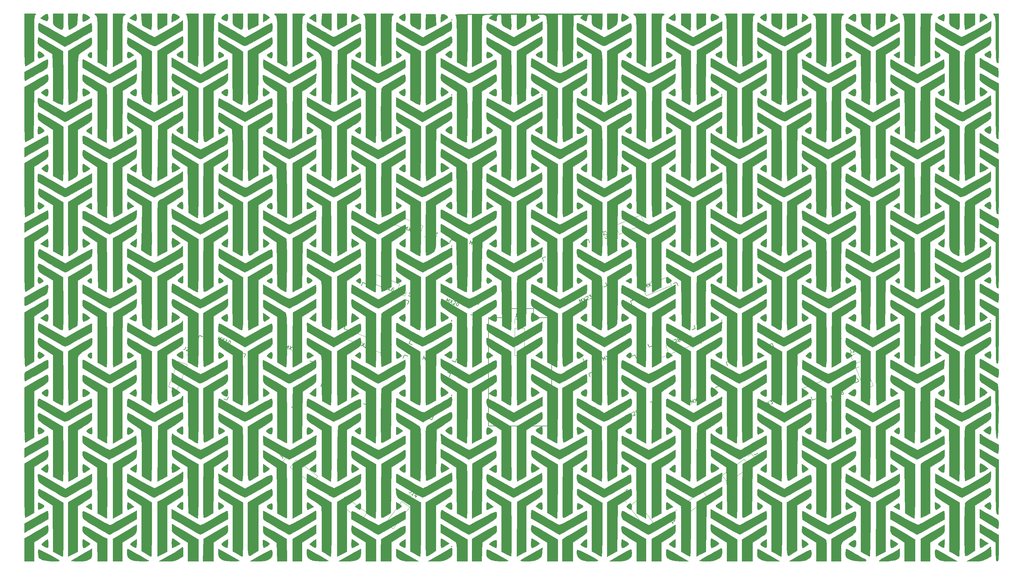
<source format=gbr>
G04 #@! TF.GenerationSoftware,KiCad,Pcbnew,(5.1.4)-1*
G04 #@! TF.CreationDate,2022-11-11T21:55:07-05:00*
G04 #@! TF.ProjectId,ThumbsUp,5468756d-6273-4557-902e-6b696361645f,rev?*
G04 #@! TF.SameCoordinates,Original*
G04 #@! TF.FileFunction,Legend,Top*
G04 #@! TF.FilePolarity,Positive*
%FSLAX46Y46*%
G04 Gerber Fmt 4.6, Leading zero omitted, Abs format (unit mm)*
G04 Created by KiCad (PCBNEW (5.1.4)-1) date 2022-11-11 21:55:07*
%MOMM*%
%LPD*%
G04 APERTURE LIST*
%ADD10C,0.120000*%
%ADD11C,0.010000*%
%ADD12C,0.150000*%
G04 APERTURE END LIST*
D10*
X242200000Y-184750000D02*
X226450000Y-190750000D01*
X238200000Y-186300000D02*
X242200000Y-184750000D01*
D11*
G36*
X127695158Y-87168789D02*
G01*
X127561474Y-87302473D01*
X127427790Y-87168789D01*
X127561474Y-87035105D01*
X127695158Y-87168789D01*
X127695158Y-87168789D01*
G37*
X127695158Y-87168789D02*
X127561474Y-87302473D01*
X127427790Y-87168789D01*
X127561474Y-87035105D01*
X127695158Y-87168789D01*
G36*
X266115010Y-85657160D02*
G01*
X266185611Y-86208187D01*
X266192000Y-86478087D01*
X266156119Y-87222296D01*
X265971119Y-87503217D01*
X265520965Y-87389416D01*
X265055684Y-87149545D01*
X264532354Y-86830648D01*
X264347105Y-86564070D01*
X264539414Y-86279546D01*
X265148762Y-85906812D01*
X265991474Y-85484035D01*
X266115010Y-85657160D01*
X266115010Y-85657160D01*
G37*
X266115010Y-85657160D02*
X266185611Y-86208187D01*
X266192000Y-86478087D01*
X266156119Y-87222296D01*
X265971119Y-87503217D01*
X265520965Y-87389416D01*
X265055684Y-87149545D01*
X264532354Y-86830648D01*
X264347105Y-86564070D01*
X264539414Y-86279546D01*
X265148762Y-85906812D01*
X265991474Y-85484035D01*
X266115010Y-85657160D01*
G36*
X216116434Y-85668226D02*
G01*
X216188824Y-86261068D01*
X216194105Y-86500368D01*
X216114098Y-87258429D01*
X215839598Y-87539844D01*
X215318884Y-87365841D01*
X214861258Y-87047446D01*
X214439852Y-86666629D01*
X214320484Y-86436510D01*
X214326521Y-86429997D01*
X214843870Y-86053723D01*
X215433543Y-85687509D01*
X215886800Y-85457008D01*
X215986228Y-85430895D01*
X216116434Y-85668226D01*
X216116434Y-85668226D01*
G37*
X216116434Y-85668226D02*
X216188824Y-86261068D01*
X216194105Y-86500368D01*
X216114098Y-87258429D01*
X215839598Y-87539844D01*
X215318884Y-87365841D01*
X214861258Y-87047446D01*
X214439852Y-86666629D01*
X214320484Y-86436510D01*
X214326521Y-86429997D01*
X214843870Y-86053723D01*
X215433543Y-85687509D01*
X215886800Y-85457008D01*
X215986228Y-85430895D01*
X216116434Y-85668226D01*
G36*
X201510829Y-85555603D02*
G01*
X202139115Y-85853034D01*
X202644476Y-86208144D01*
X202825684Y-86481598D01*
X202608444Y-86697767D01*
X202084963Y-87009722D01*
X201447599Y-87320011D01*
X200888711Y-87531180D01*
X200677666Y-87569842D01*
X200515913Y-87332623D01*
X200425951Y-86740028D01*
X200419369Y-86500368D01*
X200463404Y-85801940D01*
X200643484Y-85492966D01*
X200963512Y-85430895D01*
X201510829Y-85555603D01*
X201510829Y-85555603D01*
G37*
X201510829Y-85555603D02*
X202139115Y-85853034D01*
X202644476Y-86208144D01*
X202825684Y-86481598D01*
X202608444Y-86697767D01*
X202084963Y-87009722D01*
X201447599Y-87320011D01*
X200888711Y-87531180D01*
X200677666Y-87569842D01*
X200515913Y-87332623D01*
X200425951Y-86740028D01*
X200419369Y-86500368D01*
X200463404Y-85801940D01*
X200643484Y-85492966D01*
X200963512Y-85430895D01*
X201510829Y-85555603D01*
G36*
X190451801Y-85668675D02*
G01*
X190521636Y-86260952D01*
X190526737Y-86500368D01*
X190492735Y-87221192D01*
X190314259Y-87500381D01*
X189876603Y-87397862D01*
X189337366Y-87121747D01*
X188549048Y-86695062D01*
X189337366Y-86064306D01*
X189898862Y-85653573D01*
X190284152Y-85440503D01*
X190326211Y-85432223D01*
X190451801Y-85668675D01*
X190451801Y-85668675D01*
G37*
X190451801Y-85668675D02*
X190521636Y-86260952D01*
X190526737Y-86500368D01*
X190492735Y-87221192D01*
X190314259Y-87500381D01*
X189876603Y-87397862D01*
X189337366Y-87121747D01*
X188549048Y-86695062D01*
X189337366Y-86064306D01*
X189898862Y-85653573D01*
X190284152Y-85440503D01*
X190326211Y-85432223D01*
X190451801Y-85668675D01*
G36*
X114516434Y-85668226D02*
G01*
X114588824Y-86261068D01*
X114594105Y-86500368D01*
X114514098Y-87258429D01*
X114239598Y-87539844D01*
X113718884Y-87365841D01*
X113261258Y-87047446D01*
X112839852Y-86666629D01*
X112720484Y-86436510D01*
X112726521Y-86429997D01*
X113243870Y-86053723D01*
X113833543Y-85687509D01*
X114286800Y-85457008D01*
X114386228Y-85430895D01*
X114516434Y-85668226D01*
X114516434Y-85668226D01*
G37*
X114516434Y-85668226D02*
X114588824Y-86261068D01*
X114594105Y-86500368D01*
X114514098Y-87258429D01*
X114239598Y-87539844D01*
X113718884Y-87365841D01*
X113261258Y-87047446D01*
X112839852Y-86666629D01*
X112720484Y-86436510D01*
X112726521Y-86429997D01*
X113243870Y-86053723D01*
X113833543Y-85687509D01*
X114286800Y-85457008D01*
X114386228Y-85430895D01*
X114516434Y-85668226D01*
G36*
X64586161Y-85941609D02*
G01*
X64596211Y-86500368D01*
X64532843Y-87228672D01*
X64278267Y-87508812D01*
X63735770Y-87394543D01*
X63326211Y-87206244D01*
X62820309Y-86832867D01*
X62826133Y-86438544D01*
X63349056Y-85982823D01*
X63501148Y-85889594D01*
X64157204Y-85533684D01*
X64479377Y-85528992D01*
X64586161Y-85941609D01*
X64586161Y-85941609D01*
G37*
X64586161Y-85941609D02*
X64596211Y-86500368D01*
X64532843Y-87228672D01*
X64278267Y-87508812D01*
X63735770Y-87394543D01*
X63326211Y-87206244D01*
X62820309Y-86832867D01*
X62826133Y-86438544D01*
X63349056Y-85982823D01*
X63501148Y-85889594D01*
X64157204Y-85533684D01*
X64479377Y-85528992D01*
X64586161Y-85941609D01*
G36*
X38898697Y-85904043D02*
G01*
X38928842Y-86500368D01*
X38894799Y-87221368D01*
X38716184Y-87500462D01*
X38278270Y-87397685D01*
X37740431Y-87122250D01*
X36953073Y-86696068D01*
X37688499Y-86063481D01*
X38346344Y-85568800D01*
X38727661Y-85507876D01*
X38898697Y-85904043D01*
X38898697Y-85904043D01*
G37*
X38898697Y-85904043D02*
X38928842Y-86500368D01*
X38894799Y-87221368D01*
X38716184Y-87500462D01*
X38278270Y-87397685D01*
X37740431Y-87122250D01*
X36953073Y-86696068D01*
X37688499Y-86063481D01*
X38346344Y-85568800D01*
X38727661Y-85507876D01*
X38898697Y-85904043D01*
G36*
X14016625Y-85865245D02*
G01*
X14063579Y-86500368D01*
X14006204Y-87210636D01*
X13771756Y-87502215D01*
X13266749Y-87414773D01*
X12626833Y-87109992D01*
X11858507Y-86706865D01*
X12626833Y-86078495D01*
X13352371Y-85568130D01*
X13798014Y-85491872D01*
X14016625Y-85865245D01*
X14016625Y-85865245D01*
G37*
X14016625Y-85865245D02*
X14063579Y-86500368D01*
X14006204Y-87210636D01*
X13771756Y-87502215D01*
X13266749Y-87414773D01*
X12626833Y-87109992D01*
X11858507Y-86706865D01*
X12626833Y-86078495D01*
X13352371Y-85568130D01*
X13798014Y-85491872D01*
X14016625Y-85865245D01*
G36*
X277178529Y-85562176D02*
G01*
X277695440Y-85872745D01*
X278101885Y-86237693D01*
X278237405Y-86532109D01*
X278199659Y-86589261D01*
X277922790Y-86767735D01*
X277356085Y-87115484D01*
X277087263Y-87277850D01*
X276084632Y-87880823D01*
X276084632Y-86655859D01*
X276112984Y-85903229D01*
X276246143Y-85543372D01*
X276556260Y-85435320D01*
X276711614Y-85430895D01*
X277178529Y-85562176D01*
X277178529Y-85562176D01*
G37*
X277178529Y-85562176D02*
X277695440Y-85872745D01*
X278101885Y-86237693D01*
X278237405Y-86532109D01*
X278199659Y-86589261D01*
X277922790Y-86767735D01*
X277356085Y-87115484D01*
X277087263Y-87277850D01*
X276084632Y-87880823D01*
X276084632Y-86655859D01*
X276112984Y-85903229D01*
X276246143Y-85543372D01*
X276556260Y-85435320D01*
X276711614Y-85430895D01*
X277178529Y-85562176D01*
G36*
X251798369Y-85571008D02*
G01*
X252445016Y-86050840D01*
X253165746Y-86670785D01*
X252177274Y-87253998D01*
X251545663Y-87611863D01*
X251133843Y-87817680D01*
X251070401Y-87837210D01*
X250999761Y-87598019D01*
X250957411Y-86992901D01*
X250952000Y-86634052D01*
X251033249Y-85797838D01*
X251302580Y-85448487D01*
X251798369Y-85571008D01*
X251798369Y-85571008D01*
G37*
X251798369Y-85571008D02*
X252445016Y-86050840D01*
X253165746Y-86670785D01*
X252177274Y-87253998D01*
X251545663Y-87611863D01*
X251133843Y-87817680D01*
X251070401Y-87837210D01*
X250999761Y-87598019D01*
X250957411Y-86992901D01*
X250952000Y-86634052D01*
X251033249Y-85797838D01*
X251302580Y-85448487D01*
X251798369Y-85571008D01*
G36*
X241281551Y-85868648D02*
G01*
X241326737Y-86484589D01*
X241280605Y-87180500D01*
X241165878Y-87606135D01*
X241126211Y-87648856D01*
X240790529Y-87594517D01*
X240203363Y-87322589D01*
X240017624Y-87216127D01*
X239109564Y-86672827D01*
X239883940Y-86053189D01*
X240614209Y-85553400D01*
X241062613Y-85486664D01*
X241281551Y-85868648D01*
X241281551Y-85868648D01*
G37*
X241281551Y-85868648D02*
X241326737Y-86484589D01*
X241280605Y-87180500D01*
X241165878Y-87606135D01*
X241126211Y-87648856D01*
X240790529Y-87594517D01*
X240203363Y-87322589D01*
X240017624Y-87216127D01*
X239109564Y-86672827D01*
X239883940Y-86053189D01*
X240614209Y-85553400D01*
X241062613Y-85486664D01*
X241281551Y-85868648D01*
G36*
X226636805Y-85565967D02*
G01*
X227167715Y-85882965D01*
X227648361Y-86249561D01*
X227888366Y-86533424D01*
X227889466Y-86573235D01*
X227633824Y-86848623D01*
X227095190Y-87248801D01*
X226951115Y-87342437D01*
X226086737Y-87889722D01*
X226086737Y-86660308D01*
X226117759Y-85933491D01*
X226196415Y-85492280D01*
X226246010Y-85430895D01*
X226636805Y-85565967D01*
X226636805Y-85565967D01*
G37*
X226636805Y-85565967D02*
X227167715Y-85882965D01*
X227648361Y-86249561D01*
X227888366Y-86533424D01*
X227889466Y-86573235D01*
X227633824Y-86848623D01*
X227095190Y-87248801D01*
X226951115Y-87342437D01*
X226086737Y-87889722D01*
X226086737Y-86660308D01*
X226117759Y-85933491D01*
X226196415Y-85492280D01*
X226246010Y-85430895D01*
X226636805Y-85565967D01*
G36*
X176002717Y-85557023D02*
G01*
X176583477Y-85855483D01*
X177120914Y-86206392D01*
X177413973Y-86489864D01*
X177425684Y-86531605D01*
X177217824Y-86786143D01*
X176722220Y-87127095D01*
X176130835Y-87447471D01*
X175635634Y-87640282D01*
X175442776Y-87636758D01*
X175314306Y-87263076D01*
X175283847Y-86647026D01*
X175338245Y-86000524D01*
X175464346Y-85535487D01*
X175579695Y-85430895D01*
X176002717Y-85557023D01*
X176002717Y-85557023D01*
G37*
X176002717Y-85557023D02*
X176583477Y-85855483D01*
X177120914Y-86206392D01*
X177413973Y-86489864D01*
X177425684Y-86531605D01*
X177217824Y-86786143D01*
X176722220Y-87127095D01*
X176130835Y-87447471D01*
X175635634Y-87640282D01*
X175442776Y-87636758D01*
X175314306Y-87263076D01*
X175283847Y-86647026D01*
X175338245Y-86000524D01*
X175464346Y-85535487D01*
X175579695Y-85430895D01*
X176002717Y-85557023D01*
G36*
X125388329Y-85601962D02*
G01*
X125735909Y-85749996D01*
X126346844Y-86130333D01*
X126472762Y-86488770D01*
X126105132Y-86895359D01*
X125553972Y-87243615D01*
X124486737Y-87853177D01*
X124486737Y-86791499D01*
X124568535Y-85941639D01*
X124850687Y-85560450D01*
X125388329Y-85601962D01*
X125388329Y-85601962D01*
G37*
X125388329Y-85601962D02*
X125735909Y-85749996D01*
X126346844Y-86130333D01*
X126472762Y-86488770D01*
X126105132Y-86895359D01*
X125553972Y-87243615D01*
X124486737Y-87853177D01*
X124486737Y-86791499D01*
X124568535Y-85941639D01*
X124850687Y-85560450D01*
X125388329Y-85601962D01*
G36*
X100126023Y-85582762D02*
G01*
X100813779Y-86066646D01*
X101605032Y-86699741D01*
X100479569Y-87273910D01*
X99354105Y-87848078D01*
X99354105Y-86639486D01*
X99420212Y-85817863D01*
X99657855Y-85473338D01*
X100126023Y-85582762D01*
X100126023Y-85582762D01*
G37*
X100126023Y-85582762D02*
X100813779Y-86066646D01*
X101605032Y-86699741D01*
X100479569Y-87273910D01*
X99354105Y-87848078D01*
X99354105Y-86639486D01*
X99420212Y-85817863D01*
X99657855Y-85473338D01*
X100126023Y-85582762D01*
G36*
X89428816Y-85938870D02*
G01*
X89461474Y-86634052D01*
X89448234Y-87346315D01*
X89414727Y-87765832D01*
X89394632Y-87815060D01*
X89147569Y-87674720D01*
X88613687Y-87352050D01*
X88420043Y-87233052D01*
X87512297Y-86673194D01*
X88234426Y-86052044D01*
X88883595Y-85565213D01*
X89259231Y-85516820D01*
X89428816Y-85938870D01*
X89428816Y-85938870D01*
G37*
X89428816Y-85938870D02*
X89461474Y-86634052D01*
X89448234Y-87346315D01*
X89414727Y-87765832D01*
X89394632Y-87815060D01*
X89147569Y-87674720D01*
X88613687Y-87352050D01*
X88420043Y-87233052D01*
X87512297Y-86673194D01*
X88234426Y-86052044D01*
X88883595Y-85565213D01*
X89259231Y-85516820D01*
X89428816Y-85938870D01*
G36*
X75009625Y-85562269D02*
G01*
X75548051Y-85869850D01*
X76061451Y-86223823D01*
X76347878Y-86494373D01*
X76360421Y-86531605D01*
X76152015Y-86769567D01*
X75631649Y-87140353D01*
X75424632Y-87267047D01*
X74488842Y-87819176D01*
X74488842Y-86625035D01*
X74520725Y-85910395D01*
X74601323Y-85483799D01*
X74648116Y-85430895D01*
X75009625Y-85562269D01*
X75009625Y-85562269D01*
G37*
X75009625Y-85562269D02*
X75548051Y-85869850D01*
X76061451Y-86223823D01*
X76347878Y-86494373D01*
X76360421Y-86531605D01*
X76152015Y-86769567D01*
X75631649Y-87140353D01*
X75424632Y-87267047D01*
X74488842Y-87819176D01*
X74488842Y-86625035D01*
X74520725Y-85910395D01*
X74601323Y-85483799D01*
X74648116Y-85430895D01*
X75009625Y-85562269D01*
G36*
X49995303Y-85592271D02*
G01*
X50581332Y-85935140D01*
X50945953Y-86280080D01*
X50984084Y-86568276D01*
X50644234Y-86884946D01*
X49874911Y-87315306D01*
X49690421Y-87409608D01*
X48821474Y-87850942D01*
X48821474Y-86640918D01*
X48854339Y-85889192D01*
X48995476Y-85532324D01*
X49308696Y-85432289D01*
X49380881Y-85430895D01*
X49995303Y-85592271D01*
X49995303Y-85592271D01*
G37*
X49995303Y-85592271D02*
X50581332Y-85935140D01*
X50945953Y-86280080D01*
X50984084Y-86568276D01*
X50644234Y-86884946D01*
X49874911Y-87315306D01*
X49690421Y-87409608D01*
X48821474Y-87850942D01*
X48821474Y-86640918D01*
X48854339Y-85889192D01*
X48995476Y-85532324D01*
X49308696Y-85432289D01*
X49380881Y-85430895D01*
X49995303Y-85592271D01*
G36*
X24404823Y-85557023D02*
G01*
X24985582Y-85855483D01*
X25523020Y-86206392D01*
X25816078Y-86489864D01*
X25827790Y-86531605D01*
X25619929Y-86786143D01*
X25124325Y-87127095D01*
X24532940Y-87447471D01*
X24037740Y-87640282D01*
X23844881Y-87636758D01*
X23716411Y-87263076D01*
X23685952Y-86647026D01*
X23740350Y-86000524D01*
X23866451Y-85535487D01*
X23981800Y-85430895D01*
X24404823Y-85557023D01*
X24404823Y-85557023D01*
G37*
X24404823Y-85557023D02*
X24985582Y-85855483D01*
X25523020Y-86206392D01*
X25816078Y-86489864D01*
X25827790Y-86531605D01*
X25619929Y-86786143D01*
X25124325Y-87127095D01*
X24532940Y-87447471D01*
X24037740Y-87640282D01*
X23844881Y-87636758D01*
X23716411Y-87263076D01*
X23685952Y-86647026D01*
X23740350Y-86000524D01*
X23866451Y-85535487D01*
X23981800Y-85430895D01*
X24404823Y-85557023D01*
G36*
X274747790Y-88593598D02*
G01*
X273510956Y-89284878D01*
X272771792Y-89675055D01*
X272218073Y-89925718D01*
X272040429Y-89976158D01*
X271934827Y-89729314D01*
X271854060Y-89070603D01*
X271810750Y-88122753D01*
X271806737Y-87703526D01*
X271806737Y-85430895D01*
X274747790Y-85430895D01*
X274747790Y-88593598D01*
X274747790Y-88593598D01*
G37*
X274747790Y-88593598D02*
X273510956Y-89284878D01*
X272771792Y-89675055D01*
X272218073Y-89925718D01*
X272040429Y-89976158D01*
X271934827Y-89729314D01*
X271854060Y-89070603D01*
X271810750Y-88122753D01*
X271806737Y-87703526D01*
X271806737Y-85430895D01*
X274747790Y-85430895D01*
X274747790Y-88593598D01*
G36*
X270469895Y-87703526D02*
G01*
X270455111Y-88886972D01*
X270365720Y-89594028D01*
X270134165Y-89882994D01*
X269692887Y-89812172D01*
X268974328Y-89439862D01*
X268665158Y-89260960D01*
X268033060Y-88871291D01*
X267693710Y-88524299D01*
X267556042Y-88039996D01*
X267528992Y-87238396D01*
X267528842Y-87015073D01*
X267528842Y-85430895D01*
X270469895Y-85430895D01*
X270469895Y-87703526D01*
X270469895Y-87703526D01*
G37*
X270469895Y-87703526D02*
X270455111Y-88886972D01*
X270365720Y-89594028D01*
X270134165Y-89882994D01*
X269692887Y-89812172D01*
X268974328Y-89439862D01*
X268665158Y-89260960D01*
X268033060Y-88871291D01*
X267693710Y-88524299D01*
X267556042Y-88039996D01*
X267528992Y-87238396D01*
X267528842Y-87015073D01*
X267528842Y-85430895D01*
X270469895Y-85430895D01*
X270469895Y-87703526D01*
G36*
X249561074Y-87062512D02*
G01*
X249500648Y-87970384D01*
X249368433Y-88518859D01*
X249070315Y-88882809D01*
X248512179Y-89237109D01*
X248337981Y-89335144D01*
X247651051Y-89706980D01*
X247178260Y-89938294D01*
X247067981Y-89976158D01*
X247010810Y-89729270D01*
X246967086Y-89070451D01*
X246943643Y-88122462D01*
X246941474Y-87703526D01*
X246941474Y-85430895D01*
X249640674Y-85430895D01*
X249561074Y-87062512D01*
X249561074Y-87062512D01*
G37*
X249561074Y-87062512D02*
X249500648Y-87970384D01*
X249368433Y-88518859D01*
X249070315Y-88882809D01*
X248512179Y-89237109D01*
X248337981Y-89335144D01*
X247651051Y-89706980D01*
X247178260Y-89938294D01*
X247067981Y-89976158D01*
X247010810Y-89729270D01*
X246967086Y-89070451D01*
X246943643Y-88122462D01*
X246941474Y-87703526D01*
X246941474Y-85430895D01*
X249640674Y-85430895D01*
X249561074Y-87062512D01*
G36*
X224749895Y-88630307D02*
G01*
X223421941Y-89303233D01*
X222668700Y-89672965D01*
X222125507Y-89917384D01*
X221951415Y-89976158D01*
X221886983Y-89729275D01*
X221837707Y-89070468D01*
X221811288Y-88122495D01*
X221808842Y-87703526D01*
X221808842Y-85430895D01*
X224749895Y-85430895D01*
X224749895Y-88630307D01*
X224749895Y-88630307D01*
G37*
X224749895Y-88630307D02*
X223421941Y-89303233D01*
X222668700Y-89672965D01*
X222125507Y-89917384D01*
X221951415Y-89976158D01*
X221886983Y-89729275D01*
X221837707Y-89070468D01*
X221811288Y-88122495D01*
X221808842Y-87703526D01*
X221808842Y-85430895D01*
X224749895Y-85430895D01*
X224749895Y-88630307D01*
G36*
X220472000Y-87703526D02*
G01*
X220457216Y-88886972D01*
X220367825Y-89594028D01*
X220136270Y-89882994D01*
X219694992Y-89812172D01*
X218976433Y-89439862D01*
X218667263Y-89260960D01*
X218035165Y-88871291D01*
X217695815Y-88524299D01*
X217558148Y-88039996D01*
X217531097Y-87238396D01*
X217530947Y-87015073D01*
X217530947Y-85430895D01*
X220472000Y-85430895D01*
X220472000Y-87703526D01*
X220472000Y-87703526D01*
G37*
X220472000Y-87703526D02*
X220457216Y-88886972D01*
X220367825Y-89594028D01*
X220136270Y-89882994D01*
X219694992Y-89812172D01*
X218976433Y-89439862D01*
X218667263Y-89260960D01*
X218035165Y-88871291D01*
X217695815Y-88524299D01*
X217558148Y-88039996D01*
X217531097Y-87238396D01*
X217530947Y-87015073D01*
X217530947Y-85430895D01*
X220472000Y-85430895D01*
X220472000Y-87703526D01*
G36*
X199082526Y-88588504D02*
G01*
X197898600Y-89282331D01*
X197196874Y-89677506D01*
X196697991Y-89928783D01*
X196561758Y-89976158D01*
X196492653Y-89729279D01*
X196439802Y-89070480D01*
X196411465Y-88122518D01*
X196408842Y-87703526D01*
X196408842Y-85430895D01*
X199082526Y-85430895D01*
X199082526Y-88588504D01*
X199082526Y-88588504D01*
G37*
X199082526Y-88588504D02*
X197898600Y-89282331D01*
X197196874Y-89677506D01*
X196697991Y-89928783D01*
X196561758Y-89976158D01*
X196492653Y-89729279D01*
X196439802Y-89070480D01*
X196411465Y-88122518D01*
X196408842Y-87703526D01*
X196408842Y-85430895D01*
X199082526Y-85430895D01*
X199082526Y-88588504D01*
G36*
X174217263Y-86859982D02*
G01*
X174145091Y-87889703D01*
X173908309Y-88521301D01*
X173749369Y-88699319D01*
X173257687Y-89052619D01*
X172582326Y-89454438D01*
X171920362Y-89796602D01*
X171468874Y-89970935D01*
X171423172Y-89976158D01*
X171356757Y-89729277D01*
X171305964Y-89070473D01*
X171278731Y-88122504D01*
X171276211Y-87703526D01*
X171276211Y-85430895D01*
X174217263Y-85430895D01*
X174217263Y-86859982D01*
X174217263Y-86859982D01*
G37*
X174217263Y-86859982D02*
X174145091Y-87889703D01*
X173908309Y-88521301D01*
X173749369Y-88699319D01*
X173257687Y-89052619D01*
X172582326Y-89454438D01*
X171920362Y-89796602D01*
X171468874Y-89970935D01*
X171423172Y-89976158D01*
X171356757Y-89729277D01*
X171305964Y-89070473D01*
X171278731Y-88122504D01*
X171276211Y-87703526D01*
X171276211Y-85430895D01*
X174217263Y-85430895D01*
X174217263Y-86859982D01*
G36*
X123096064Y-87090850D02*
G01*
X123175918Y-88617120D01*
X121834953Y-89296639D01*
X121075670Y-89668630D01*
X120523601Y-89915447D01*
X120340602Y-89976158D01*
X120279053Y-89729862D01*
X120248829Y-89073900D01*
X120254200Y-88132655D01*
X120264871Y-87770368D01*
X120342526Y-85564579D01*
X123016211Y-85564579D01*
X123096064Y-87090850D01*
X123096064Y-87090850D01*
G37*
X123096064Y-87090850D02*
X123175918Y-88617120D01*
X121834953Y-89296639D01*
X121075670Y-89668630D01*
X120523601Y-89915447D01*
X120340602Y-89976158D01*
X120279053Y-89729862D01*
X120248829Y-89073900D01*
X120254200Y-88132655D01*
X120264871Y-87770368D01*
X120342526Y-85564579D01*
X123016211Y-85564579D01*
X123096064Y-87090850D01*
G36*
X118872000Y-87703526D02*
G01*
X118857216Y-88886972D01*
X118767825Y-89594028D01*
X118536270Y-89882994D01*
X118094992Y-89812172D01*
X117376433Y-89439862D01*
X117067263Y-89260960D01*
X116435165Y-88871291D01*
X116095815Y-88524299D01*
X115958148Y-88039996D01*
X115931097Y-87238396D01*
X115930947Y-87015073D01*
X115930947Y-85430895D01*
X118872000Y-85430895D01*
X118872000Y-87703526D01*
X118872000Y-87703526D01*
G37*
X118872000Y-87703526D02*
X118857216Y-88886972D01*
X118767825Y-89594028D01*
X118536270Y-89882994D01*
X118094992Y-89812172D01*
X117376433Y-89439862D01*
X117067263Y-89260960D01*
X116435165Y-88871291D01*
X116095815Y-88524299D01*
X115958148Y-88039996D01*
X115931097Y-87238396D01*
X115930947Y-87015073D01*
X115930947Y-85430895D01*
X118872000Y-85430895D01*
X118872000Y-87703526D01*
G36*
X98017263Y-88588504D02*
G01*
X96833337Y-89282331D01*
X96131611Y-89677506D01*
X95632728Y-89928783D01*
X95496495Y-89976158D01*
X95427390Y-89729279D01*
X95374539Y-89070480D01*
X95346202Y-88122518D01*
X95343579Y-87703526D01*
X95343579Y-85430895D01*
X98017263Y-85430895D01*
X98017263Y-88588504D01*
X98017263Y-88588504D01*
G37*
X98017263Y-88588504D02*
X96833337Y-89282331D01*
X96131611Y-89677506D01*
X95632728Y-89928783D01*
X95496495Y-89976158D01*
X95427390Y-89729279D01*
X95374539Y-89070480D01*
X95346202Y-88122518D01*
X95343579Y-87703526D01*
X95343579Y-85430895D01*
X98017263Y-85430895D01*
X98017263Y-88588504D01*
G36*
X73152000Y-88630307D02*
G01*
X71824046Y-89303233D01*
X71070806Y-89672965D01*
X70527612Y-89917384D01*
X70353520Y-89976158D01*
X70289089Y-89729275D01*
X70239812Y-89070468D01*
X70213393Y-88122495D01*
X70210947Y-87703526D01*
X70210947Y-85430895D01*
X73152000Y-85430895D01*
X73152000Y-88630307D01*
X73152000Y-88630307D01*
G37*
X73152000Y-88630307D02*
X71824046Y-89303233D01*
X71070806Y-89672965D01*
X70527612Y-89917384D01*
X70353520Y-89976158D01*
X70289089Y-89729275D01*
X70239812Y-89070468D01*
X70213393Y-88122495D01*
X70210947Y-87703526D01*
X70210947Y-85430895D01*
X73152000Y-85430895D01*
X73152000Y-88630307D01*
G36*
X68874105Y-87703526D02*
G01*
X68859321Y-88886972D01*
X68769931Y-89594028D01*
X68538375Y-89882994D01*
X68097097Y-89812172D01*
X67378538Y-89439862D01*
X67069369Y-89260960D01*
X66437270Y-88871291D01*
X66097920Y-88524299D01*
X65960253Y-88039996D01*
X65933203Y-87238396D01*
X65933053Y-87015073D01*
X65933053Y-85430895D01*
X68874105Y-85430895D01*
X68874105Y-87703526D01*
X68874105Y-87703526D01*
G37*
X68874105Y-87703526D02*
X68859321Y-88886972D01*
X68769931Y-89594028D01*
X68538375Y-89882994D01*
X68097097Y-89812172D01*
X67378538Y-89439862D01*
X67069369Y-89260960D01*
X66437270Y-88871291D01*
X66097920Y-88524299D01*
X65960253Y-88039996D01*
X65933203Y-87238396D01*
X65933053Y-87015073D01*
X65933053Y-85430895D01*
X68874105Y-85430895D01*
X68874105Y-87703526D01*
G36*
X47484632Y-88593598D02*
G01*
X46247798Y-89284878D01*
X45537963Y-89671962D01*
X45044794Y-89922825D01*
X44910956Y-89976158D01*
X44865759Y-89729263D01*
X44831194Y-89070427D01*
X44812662Y-88122417D01*
X44810947Y-87703526D01*
X44810947Y-85430895D01*
X47484632Y-85430895D01*
X47484632Y-88593598D01*
X47484632Y-88593598D01*
G37*
X47484632Y-88593598D02*
X46247798Y-89284878D01*
X45537963Y-89671962D01*
X45044794Y-89922825D01*
X44910956Y-89976158D01*
X44865759Y-89729263D01*
X44831194Y-89070427D01*
X44812662Y-88122417D01*
X44810947Y-87703526D01*
X44810947Y-85430895D01*
X47484632Y-85430895D01*
X47484632Y-88593598D01*
G36*
X43206737Y-87703526D02*
G01*
X43184979Y-88728714D01*
X43126914Y-89510562D01*
X43043352Y-89927177D01*
X43006211Y-89964341D01*
X42665725Y-89843133D01*
X42041740Y-89551356D01*
X41736211Y-89396047D01*
X41071700Y-89042789D01*
X40639198Y-88798830D01*
X40566283Y-88750392D01*
X40496757Y-88457638D01*
X40417637Y-87787132D01*
X40357733Y-87046055D01*
X40249637Y-85430895D01*
X43206737Y-85430895D01*
X43206737Y-87703526D01*
X43206737Y-87703526D01*
G37*
X43206737Y-87703526D02*
X43184979Y-88728714D01*
X43126914Y-89510562D01*
X43043352Y-89927177D01*
X43006211Y-89964341D01*
X42665725Y-89843133D01*
X42041740Y-89551356D01*
X41736211Y-89396047D01*
X41071700Y-89042789D01*
X40639198Y-88798830D01*
X40566283Y-88750392D01*
X40496757Y-88457638D01*
X40417637Y-87787132D01*
X40357733Y-87046055D01*
X40249637Y-85430895D01*
X43206737Y-85430895D01*
X43206737Y-87703526D01*
G36*
X22297916Y-87094682D02*
G01*
X22237637Y-88014968D01*
X22110211Y-88571108D01*
X21829391Y-88933350D01*
X21308929Y-89271944D01*
X21148842Y-89362916D01*
X20467311Y-89726206D01*
X19983695Y-89944206D01*
X19878842Y-89971759D01*
X19788242Y-89726988D01*
X19718943Y-89070009D01*
X19681769Y-88123247D01*
X19678316Y-87703526D01*
X19678316Y-85430895D01*
X22377516Y-85430895D01*
X22297916Y-87094682D01*
X22297916Y-87094682D01*
G37*
X22297916Y-87094682D02*
X22237637Y-88014968D01*
X22110211Y-88571108D01*
X21829391Y-88933350D01*
X21308929Y-89271944D01*
X21148842Y-89362916D01*
X20467311Y-89726206D01*
X19983695Y-89944206D01*
X19878842Y-89971759D01*
X19788242Y-89726988D01*
X19718943Y-89070009D01*
X19681769Y-88123247D01*
X19678316Y-87703526D01*
X19678316Y-85430895D01*
X22377516Y-85430895D01*
X22297916Y-87094682D01*
G36*
X18341474Y-87703526D02*
G01*
X18324228Y-88898614D01*
X18229484Y-89615832D01*
X17992730Y-89911893D01*
X17549458Y-89843506D01*
X16835155Y-89467381D01*
X16536737Y-89290053D01*
X15905217Y-88889619D01*
X15565837Y-88535824D01*
X15427867Y-88047413D01*
X15400581Y-87243133D01*
X15400421Y-87019951D01*
X15400421Y-85430895D01*
X18341474Y-85430895D01*
X18341474Y-87703526D01*
X18341474Y-87703526D01*
G37*
X18341474Y-87703526D02*
X18324228Y-88898614D01*
X18229484Y-89615832D01*
X17992730Y-89911893D01*
X17549458Y-89843506D01*
X16835155Y-89467381D01*
X16536737Y-89290053D01*
X15905217Y-88889619D01*
X15565837Y-88535824D01*
X15427867Y-88047413D01*
X15400581Y-87243133D01*
X15400421Y-87019951D01*
X15400421Y-85430895D01*
X18341474Y-85430895D01*
X18341474Y-87703526D01*
G36*
X245337263Y-87837210D02*
G01*
X245330402Y-88893876D01*
X245312020Y-89709353D01*
X245285423Y-90165712D01*
X245270421Y-90222510D01*
X245024507Y-90084160D01*
X244465320Y-89751707D01*
X244000421Y-89470901D01*
X243340737Y-89048906D01*
X242973835Y-88681404D01*
X242803337Y-88189181D01*
X242732866Y-87393020D01*
X242717663Y-87085602D01*
X242638063Y-85430895D01*
X245337263Y-85430895D01*
X245337263Y-87837210D01*
X245337263Y-87837210D01*
G37*
X245337263Y-87837210D02*
X245330402Y-88893876D01*
X245312020Y-89709353D01*
X245285423Y-90165712D01*
X245270421Y-90222510D01*
X245024507Y-90084160D01*
X244465320Y-89751707D01*
X244000421Y-89470901D01*
X243340737Y-89048906D01*
X242973835Y-88681404D01*
X242803337Y-88189181D01*
X242732866Y-87393020D01*
X242717663Y-87085602D01*
X242638063Y-85430895D01*
X245337263Y-85430895D01*
X245337263Y-87837210D01*
G36*
X194804632Y-87837210D02*
G01*
X194797769Y-88894230D01*
X194779383Y-89710410D01*
X194752781Y-90167663D01*
X194737790Y-90224922D01*
X194494955Y-90083766D01*
X193937628Y-89738666D01*
X193400947Y-89400209D01*
X192130947Y-88594101D01*
X192130947Y-85430895D01*
X194804632Y-85430895D01*
X194804632Y-87837210D01*
X194804632Y-87837210D01*
G37*
X194804632Y-87837210D02*
X194797769Y-88894230D01*
X194779383Y-89710410D01*
X194752781Y-90167663D01*
X194737790Y-90224922D01*
X194494955Y-90083766D01*
X193937628Y-89738666D01*
X193400947Y-89400209D01*
X192130947Y-88594101D01*
X192130947Y-85430895D01*
X194804632Y-85430895D01*
X194804632Y-87837210D01*
G36*
X93739369Y-87837210D02*
G01*
X93732513Y-88892290D01*
X93714148Y-89704618D01*
X93687572Y-90156974D01*
X93672526Y-90211691D01*
X93421857Y-90075423D01*
X92847841Y-89758592D01*
X92338920Y-89476428D01*
X91612289Y-89036360D01*
X91106599Y-88661640D01*
X90968304Y-88503097D01*
X90933302Y-88099860D01*
X90957120Y-87362639D01*
X90999086Y-86832044D01*
X91133718Y-85430895D01*
X93739369Y-85430895D01*
X93739369Y-87837210D01*
X93739369Y-87837210D01*
G37*
X93739369Y-87837210D02*
X93732513Y-88892290D01*
X93714148Y-89704618D01*
X93687572Y-90156974D01*
X93672526Y-90211691D01*
X93421857Y-90075423D01*
X92847841Y-89758592D01*
X92338920Y-89476428D01*
X91612289Y-89036360D01*
X91106599Y-88661640D01*
X90968304Y-88503097D01*
X90933302Y-88099860D01*
X90957120Y-87362639D01*
X90999086Y-86832044D01*
X91133718Y-85430895D01*
X93739369Y-85430895D01*
X93739369Y-87837210D01*
G36*
X279293053Y-88728235D02*
G01*
X279271327Y-89384613D01*
X279137517Y-89827197D01*
X278788674Y-90199154D01*
X278121848Y-90643650D01*
X277755684Y-90866180D01*
X275897163Y-91973393D01*
X274264493Y-92915095D01*
X272907160Y-93664391D01*
X271874648Y-94194389D01*
X271216442Y-94478196D01*
X271033107Y-94519618D01*
X270658595Y-94387073D01*
X269923351Y-94024206D01*
X268921949Y-93481119D01*
X267748967Y-92807913D01*
X267305242Y-92544754D01*
X266105377Y-91819978D01*
X265062735Y-91176991D01*
X264267551Y-90672434D01*
X263810056Y-90362946D01*
X263745462Y-90310251D01*
X263598627Y-89896064D01*
X263556484Y-89188717D01*
X263568010Y-88966282D01*
X263652000Y-87883755D01*
X267127790Y-89888927D01*
X268364141Y-90599464D01*
X269444674Y-91215358D01*
X270280816Y-91686515D01*
X270783996Y-91962840D01*
X270879672Y-92010905D01*
X271217098Y-91927945D01*
X271953155Y-91599543D01*
X273028736Y-91056704D01*
X274384738Y-90330433D01*
X275962056Y-89451736D01*
X277701586Y-88451617D01*
X278023053Y-88263622D01*
X279293053Y-87519030D01*
X279293053Y-88728235D01*
X279293053Y-88728235D01*
G37*
X279293053Y-88728235D02*
X279271327Y-89384613D01*
X279137517Y-89827197D01*
X278788674Y-90199154D01*
X278121848Y-90643650D01*
X277755684Y-90866180D01*
X275897163Y-91973393D01*
X274264493Y-92915095D01*
X272907160Y-93664391D01*
X271874648Y-94194389D01*
X271216442Y-94478196D01*
X271033107Y-94519618D01*
X270658595Y-94387073D01*
X269923351Y-94024206D01*
X268921949Y-93481119D01*
X267748967Y-92807913D01*
X267305242Y-92544754D01*
X266105377Y-91819978D01*
X265062735Y-91176991D01*
X264267551Y-90672434D01*
X263810056Y-90362946D01*
X263745462Y-90310251D01*
X263598627Y-89896064D01*
X263556484Y-89188717D01*
X263568010Y-88966282D01*
X263652000Y-87883755D01*
X267127790Y-89888927D01*
X268364141Y-90599464D01*
X269444674Y-91215358D01*
X270280816Y-91686515D01*
X270783996Y-91962840D01*
X270879672Y-92010905D01*
X271217098Y-91927945D01*
X271953155Y-91599543D01*
X273028736Y-91056704D01*
X274384738Y-90330433D01*
X275962056Y-89451736D01*
X277701586Y-88451617D01*
X278023053Y-88263622D01*
X279293053Y-87519030D01*
X279293053Y-88728235D01*
G36*
X203616064Y-88862415D02*
G01*
X203604339Y-90109842D01*
X199769898Y-92315631D01*
X198453489Y-93055021D01*
X197269742Y-93686525D01*
X196307662Y-94165245D01*
X195656254Y-94446276D01*
X195436886Y-94501577D01*
X195040437Y-94362554D01*
X194282053Y-93993027D01*
X193255481Y-93442306D01*
X192054468Y-92759704D01*
X191462526Y-92411003D01*
X187986737Y-90340272D01*
X187904522Y-89222426D01*
X187915969Y-88437785D01*
X188090687Y-88111186D01*
X188133412Y-88104579D01*
X188463849Y-88230979D01*
X189168327Y-88579321D01*
X190158290Y-89103314D01*
X191345185Y-89756668D01*
X191993762Y-90122481D01*
X195543006Y-92140383D01*
X203627790Y-87614989D01*
X203616064Y-88862415D01*
X203616064Y-88862415D01*
G37*
X203616064Y-88862415D02*
X203604339Y-90109842D01*
X199769898Y-92315631D01*
X198453489Y-93055021D01*
X197269742Y-93686525D01*
X196307662Y-94165245D01*
X195656254Y-94446276D01*
X195436886Y-94501577D01*
X195040437Y-94362554D01*
X194282053Y-93993027D01*
X193255481Y-93442306D01*
X192054468Y-92759704D01*
X191462526Y-92411003D01*
X187986737Y-90340272D01*
X187904522Y-89222426D01*
X187915969Y-88437785D01*
X188090687Y-88111186D01*
X188133412Y-88104579D01*
X188463849Y-88230979D01*
X189168327Y-88579321D01*
X190158290Y-89103314D01*
X191345185Y-89756668D01*
X191993762Y-90122481D01*
X195543006Y-92140383D01*
X203627790Y-87614989D01*
X203616064Y-88862415D01*
G36*
X163209042Y-88100949D02*
G01*
X163874873Y-88415763D01*
X164835665Y-88917131D01*
X166008649Y-89562432D01*
X166804439Y-90015117D01*
X170487404Y-92135742D01*
X171884439Y-91367784D01*
X172778070Y-90871990D01*
X173928263Y-90227592D01*
X175127215Y-89551145D01*
X175477989Y-89352202D01*
X176457347Y-88810033D01*
X177268994Y-88386876D01*
X177796938Y-88141921D01*
X177922930Y-88104579D01*
X178066802Y-88342146D01*
X178134184Y-88939315D01*
X178132730Y-89233595D01*
X178094105Y-90362612D01*
X174484632Y-92437604D01*
X173214666Y-93153630D01*
X172087060Y-93763133D01*
X171191686Y-94219546D01*
X170618417Y-94476304D01*
X170474105Y-94515546D01*
X170066294Y-94387700D01*
X169342249Y-94045820D01*
X168440683Y-93556887D01*
X168201474Y-93418154D01*
X166474658Y-92404411D01*
X165152391Y-91624734D01*
X164181054Y-91037460D01*
X163507030Y-90600926D01*
X163076701Y-90273467D01*
X162836448Y-90013421D01*
X162732653Y-89779125D01*
X162711699Y-89528914D01*
X162719966Y-89221125D01*
X162720421Y-89159156D01*
X162767976Y-88470885D01*
X162885790Y-88052350D01*
X162920947Y-88015315D01*
X163209042Y-88100949D01*
X163209042Y-88100949D01*
G37*
X163209042Y-88100949D02*
X163874873Y-88415763D01*
X164835665Y-88917131D01*
X166008649Y-89562432D01*
X166804439Y-90015117D01*
X170487404Y-92135742D01*
X171884439Y-91367784D01*
X172778070Y-90871990D01*
X173928263Y-90227592D01*
X175127215Y-89551145D01*
X175477989Y-89352202D01*
X176457347Y-88810033D01*
X177268994Y-88386876D01*
X177796938Y-88141921D01*
X177922930Y-88104579D01*
X178066802Y-88342146D01*
X178134184Y-88939315D01*
X178132730Y-89233595D01*
X178094105Y-90362612D01*
X174484632Y-92437604D01*
X173214666Y-93153630D01*
X172087060Y-93763133D01*
X171191686Y-94219546D01*
X170618417Y-94476304D01*
X170474105Y-94515546D01*
X170066294Y-94387700D01*
X169342249Y-94045820D01*
X168440683Y-93556887D01*
X168201474Y-93418154D01*
X166474658Y-92404411D01*
X165152391Y-91624734D01*
X164181054Y-91037460D01*
X163507030Y-90600926D01*
X163076701Y-90273467D01*
X162836448Y-90013421D01*
X162732653Y-89779125D01*
X162711699Y-89528914D01*
X162719966Y-89221125D01*
X162720421Y-89159156D01*
X162767976Y-88470885D01*
X162885790Y-88052350D01*
X162920947Y-88015315D01*
X163209042Y-88100949D01*
G36*
X127646926Y-88718636D02*
G01*
X127645844Y-89507960D01*
X127443037Y-89984350D01*
X127142304Y-90242939D01*
X126405023Y-90715588D01*
X125411262Y-91312676D01*
X124258148Y-91980447D01*
X123042809Y-92665147D01*
X121862371Y-93313022D01*
X120813962Y-93870316D01*
X119994710Y-94283275D01*
X119501741Y-94498143D01*
X119420259Y-94516674D01*
X119054243Y-94385173D01*
X118320764Y-94025972D01*
X117310703Y-93486804D01*
X116114942Y-92815402D01*
X115475036Y-92444568D01*
X111944388Y-90377210D01*
X111932404Y-89091431D01*
X111962266Y-88372105D01*
X112051731Y-87959319D01*
X112120947Y-87916909D01*
X112411374Y-88083613D01*
X113078841Y-88469283D01*
X114037899Y-89024472D01*
X115203098Y-89699730D01*
X115844405Y-90071636D01*
X117071894Y-90779486D01*
X118128624Y-91380993D01*
X118931996Y-91829760D01*
X119399415Y-92079394D01*
X119482387Y-92115105D01*
X119741143Y-91989676D01*
X120386270Y-91642059D01*
X121339794Y-91115256D01*
X122523742Y-90452270D01*
X123579456Y-89855538D01*
X127561474Y-87595972D01*
X127646926Y-88718636D01*
X127646926Y-88718636D01*
G37*
X127646926Y-88718636D02*
X127645844Y-89507960D01*
X127443037Y-89984350D01*
X127142304Y-90242939D01*
X126405023Y-90715588D01*
X125411262Y-91312676D01*
X124258148Y-91980447D01*
X123042809Y-92665147D01*
X121862371Y-93313022D01*
X120813962Y-93870316D01*
X119994710Y-94283275D01*
X119501741Y-94498143D01*
X119420259Y-94516674D01*
X119054243Y-94385173D01*
X118320764Y-94025972D01*
X117310703Y-93486804D01*
X116114942Y-92815402D01*
X115475036Y-92444568D01*
X111944388Y-90377210D01*
X111932404Y-89091431D01*
X111962266Y-88372105D01*
X112051731Y-87959319D01*
X112120947Y-87916909D01*
X112411374Y-88083613D01*
X113078841Y-88469283D01*
X114037899Y-89024472D01*
X115203098Y-89699730D01*
X115844405Y-90071636D01*
X117071894Y-90779486D01*
X118128624Y-91380993D01*
X118931996Y-91829760D01*
X119399415Y-92079394D01*
X119482387Y-92115105D01*
X119741143Y-91989676D01*
X120386270Y-91642059D01*
X121339794Y-91115256D01*
X122523742Y-90452270D01*
X123579456Y-89855538D01*
X127561474Y-87595972D01*
X127646926Y-88718636D01*
G36*
X62791474Y-88323735D02*
G01*
X63605873Y-88806066D01*
X64529844Y-89333787D01*
X64729895Y-89445152D01*
X65503902Y-89880252D01*
X66524278Y-90463242D01*
X67576212Y-91071355D01*
X67622400Y-91098247D01*
X69445432Y-92160062D01*
X73073483Y-90132320D01*
X74336972Y-89434581D01*
X75441434Y-88840554D01*
X76300772Y-88395306D01*
X76828890Y-88143901D01*
X76947403Y-88104579D01*
X77080306Y-88341310D01*
X77124010Y-88936704D01*
X77111057Y-89234990D01*
X77028842Y-90365401D01*
X73419369Y-92438999D01*
X72149340Y-93154423D01*
X71021690Y-93763108D01*
X70126306Y-94218569D01*
X69553074Y-94474320D01*
X69408842Y-94513023D01*
X69047771Y-94383465D01*
X68318691Y-94026158D01*
X67312034Y-93488627D01*
X66118232Y-92818395D01*
X65474223Y-92445331D01*
X61940655Y-90377210D01*
X61931591Y-89085404D01*
X61922526Y-87793597D01*
X62791474Y-88323735D01*
X62791474Y-88323735D01*
G37*
X62791474Y-88323735D02*
X63605873Y-88806066D01*
X64529844Y-89333787D01*
X64729895Y-89445152D01*
X65503902Y-89880252D01*
X66524278Y-90463242D01*
X67576212Y-91071355D01*
X67622400Y-91098247D01*
X69445432Y-92160062D01*
X73073483Y-90132320D01*
X74336972Y-89434581D01*
X75441434Y-88840554D01*
X76300772Y-88395306D01*
X76828890Y-88143901D01*
X76947403Y-88104579D01*
X77080306Y-88341310D01*
X77124010Y-88936704D01*
X77111057Y-89234990D01*
X77028842Y-90365401D01*
X73419369Y-92438999D01*
X72149340Y-93154423D01*
X71021690Y-93763108D01*
X70126306Y-94218569D01*
X69553074Y-94474320D01*
X69408842Y-94513023D01*
X69047771Y-94383465D01*
X68318691Y-94026158D01*
X67312034Y-93488627D01*
X66118232Y-92818395D01*
X65474223Y-92445331D01*
X61940655Y-90377210D01*
X61931591Y-89085404D01*
X61922526Y-87793597D01*
X62791474Y-88323735D01*
G36*
X253566874Y-88342899D02*
G01*
X253618833Y-88942189D01*
X253623570Y-89240895D01*
X253621455Y-90377210D01*
X250615675Y-92104219D01*
X249402396Y-92801319D01*
X248286802Y-93442283D01*
X247388578Y-93958347D01*
X246827407Y-94280749D01*
X246807790Y-94292019D01*
X246005684Y-94752810D01*
X242262526Y-92546740D01*
X240863787Y-91716092D01*
X239861213Y-91096602D01*
X239186957Y-90633652D01*
X238773170Y-90272626D01*
X238552006Y-89958908D01*
X238455617Y-89637879D01*
X238433688Y-89464540D01*
X238391474Y-88836991D01*
X238448638Y-88429841D01*
X238665266Y-88251470D01*
X239101444Y-88310255D01*
X239817257Y-88614574D01*
X240872792Y-89172806D01*
X242328133Y-89993330D01*
X242361240Y-90012193D01*
X246102701Y-92144202D01*
X249714162Y-90124390D01*
X250966033Y-89429395D01*
X252049392Y-88837701D01*
X252880647Y-88394193D01*
X253376206Y-88143760D01*
X253475653Y-88104579D01*
X253566874Y-88342899D01*
X253566874Y-88342899D01*
G37*
X253566874Y-88342899D02*
X253618833Y-88942189D01*
X253623570Y-89240895D01*
X253621455Y-90377210D01*
X250615675Y-92104219D01*
X249402396Y-92801319D01*
X248286802Y-93442283D01*
X247388578Y-93958347D01*
X246827407Y-94280749D01*
X246807790Y-94292019D01*
X246005684Y-94752810D01*
X242262526Y-92546740D01*
X240863787Y-91716092D01*
X239861213Y-91096602D01*
X239186957Y-90633652D01*
X238773170Y-90272626D01*
X238552006Y-89958908D01*
X238455617Y-89637879D01*
X238433688Y-89464540D01*
X238391474Y-88836991D01*
X238448638Y-88429841D01*
X238665266Y-88251470D01*
X239101444Y-88310255D01*
X239817257Y-88614574D01*
X240872792Y-89172806D01*
X242328133Y-89993330D01*
X242361240Y-90012193D01*
X246102701Y-92144202D01*
X249714162Y-90124390D01*
X250966033Y-89429395D01*
X252049392Y-88837701D01*
X252880647Y-88394193D01*
X253376206Y-88143760D01*
X253475653Y-88104579D01*
X253566874Y-88342899D01*
G36*
X214011244Y-88089528D02*
G01*
X214679210Y-88476267D01*
X215639771Y-89032467D01*
X216807853Y-89708868D01*
X217476725Y-90096206D01*
X221031976Y-92155044D01*
X224561988Y-90196653D01*
X225820215Y-89505286D01*
X226928677Y-88908714D01*
X227796195Y-88455056D01*
X228331590Y-88192431D01*
X228442697Y-88148641D01*
X228663675Y-88244421D01*
X228730650Y-88739834D01*
X228710065Y-89197933D01*
X228648291Y-89758834D01*
X228497987Y-90169303D01*
X228164339Y-90534795D01*
X227552532Y-90960768D01*
X226621474Y-91520962D01*
X225467713Y-92194930D01*
X224268932Y-92883456D01*
X223260320Y-93451616D01*
X223145684Y-93514971D01*
X222325333Y-93977000D01*
X221679339Y-94359337D01*
X221388860Y-94549801D01*
X221053330Y-94503765D01*
X220320950Y-94195677D01*
X219245366Y-93651573D01*
X217880227Y-92897489D01*
X217321936Y-92575974D01*
X213541312Y-90377210D01*
X213530866Y-89091431D01*
X213561589Y-88373163D01*
X213651552Y-87962466D01*
X213720947Y-87921510D01*
X214011244Y-88089528D01*
X214011244Y-88089528D01*
G37*
X214011244Y-88089528D02*
X214679210Y-88476267D01*
X215639771Y-89032467D01*
X216807853Y-89708868D01*
X217476725Y-90096206D01*
X221031976Y-92155044D01*
X224561988Y-90196653D01*
X225820215Y-89505286D01*
X226928677Y-88908714D01*
X227796195Y-88455056D01*
X228331590Y-88192431D01*
X228442697Y-88148641D01*
X228663675Y-88244421D01*
X228730650Y-88739834D01*
X228710065Y-89197933D01*
X228648291Y-89758834D01*
X228497987Y-90169303D01*
X228164339Y-90534795D01*
X227552532Y-90960768D01*
X226621474Y-91520962D01*
X225467713Y-92194930D01*
X224268932Y-92883456D01*
X223260320Y-93451616D01*
X223145684Y-93514971D01*
X222325333Y-93977000D01*
X221679339Y-94359337D01*
X221388860Y-94549801D01*
X221053330Y-94503765D01*
X220320950Y-94195677D01*
X219245366Y-93651573D01*
X217880227Y-92897489D01*
X217321936Y-92575974D01*
X213541312Y-90377210D01*
X213530866Y-89091431D01*
X213561589Y-88373163D01*
X213651552Y-87962466D01*
X213720947Y-87921510D01*
X214011244Y-88089528D01*
G36*
X153093468Y-88854360D02*
G01*
X153096142Y-89362975D01*
X153058305Y-89737662D01*
X152908750Y-90046436D01*
X152576271Y-90357313D01*
X151989662Y-90738310D01*
X151077716Y-91257444D01*
X149886737Y-91917428D01*
X148915784Y-92467831D01*
X147976748Y-93018072D01*
X147480421Y-93320204D01*
X146388255Y-93990798D01*
X145627836Y-94395337D01*
X145082800Y-94559549D01*
X144636779Y-94509163D01*
X144173408Y-94269906D01*
X143926114Y-94106042D01*
X143310113Y-93706725D01*
X142898138Y-93475240D01*
X142828094Y-93451947D01*
X142559419Y-93321671D01*
X141929535Y-92967307D01*
X141033550Y-92443552D01*
X140006541Y-91829256D01*
X138864102Y-91133610D01*
X138102541Y-90636915D01*
X137644624Y-90262297D01*
X137413119Y-89932880D01*
X137330795Y-89571791D01*
X137320421Y-89155572D01*
X137388870Y-88472517D01*
X137563894Y-88121714D01*
X137620567Y-88104579D01*
X137947092Y-88230247D01*
X138649187Y-88576709D01*
X139638888Y-89098148D01*
X140828229Y-89748752D01*
X141504317Y-90127379D01*
X145087922Y-92150179D01*
X145949961Y-91630619D01*
X146668836Y-91210260D01*
X147611778Y-90675219D01*
X148282526Y-90302457D01*
X149332235Y-89720767D01*
X150544394Y-89042612D01*
X151424105Y-88546367D01*
X153095158Y-87598878D01*
X153093468Y-88854360D01*
X153093468Y-88854360D01*
G37*
X153093468Y-88854360D02*
X153096142Y-89362975D01*
X153058305Y-89737662D01*
X152908750Y-90046436D01*
X152576271Y-90357313D01*
X151989662Y-90738310D01*
X151077716Y-91257444D01*
X149886737Y-91917428D01*
X148915784Y-92467831D01*
X147976748Y-93018072D01*
X147480421Y-93320204D01*
X146388255Y-93990798D01*
X145627836Y-94395337D01*
X145082800Y-94559549D01*
X144636779Y-94509163D01*
X144173408Y-94269906D01*
X143926114Y-94106042D01*
X143310113Y-93706725D01*
X142898138Y-93475240D01*
X142828094Y-93451947D01*
X142559419Y-93321671D01*
X141929535Y-92967307D01*
X141033550Y-92443552D01*
X140006541Y-91829256D01*
X138864102Y-91133610D01*
X138102541Y-90636915D01*
X137644624Y-90262297D01*
X137413119Y-89932880D01*
X137330795Y-89571791D01*
X137320421Y-89155572D01*
X137388870Y-88472517D01*
X137563894Y-88121714D01*
X137620567Y-88104579D01*
X137947092Y-88230247D01*
X138649187Y-88576709D01*
X139638888Y-89098148D01*
X140828229Y-89748752D01*
X141504317Y-90127379D01*
X145087922Y-92150179D01*
X145949961Y-91630619D01*
X146668836Y-91210260D01*
X147611778Y-90675219D01*
X148282526Y-90302457D01*
X149332235Y-89720767D01*
X150544394Y-89042612D01*
X151424105Y-88546367D01*
X153095158Y-87598878D01*
X153093468Y-88854360D01*
G36*
X89060421Y-89067712D02*
G01*
X90166892Y-89700153D01*
X91238970Y-90310695D01*
X92091834Y-90794151D01*
X92289912Y-90905761D01*
X93074331Y-91353641D01*
X93740129Y-91745449D01*
X93905852Y-91846782D01*
X94168186Y-91947624D01*
X94519280Y-91922856D01*
X95039475Y-91740058D01*
X95809114Y-91366805D01*
X96908538Y-90770677D01*
X97766476Y-90288820D01*
X99275940Y-89434799D01*
X100379953Y-88822398D01*
X101141675Y-88435657D01*
X101624263Y-88258612D01*
X101890877Y-88275301D01*
X102004676Y-88469762D01*
X102028817Y-88826033D01*
X102026025Y-89212289D01*
X102024261Y-90377210D01*
X99692500Y-91714052D01*
X98488417Y-92404257D01*
X97263273Y-93106339D01*
X96217872Y-93705233D01*
X95884264Y-93896280D01*
X94407790Y-94741666D01*
X90819455Y-92634051D01*
X89567211Y-91892467D01*
X88473691Y-91233429D01*
X87624569Y-90709462D01*
X87105519Y-90373095D01*
X86992307Y-90287623D01*
X86860886Y-89890082D01*
X86824973Y-89190230D01*
X86837484Y-88945689D01*
X86921474Y-87842569D01*
X89060421Y-89067712D01*
X89060421Y-89067712D01*
G37*
X89060421Y-89067712D02*
X90166892Y-89700153D01*
X91238970Y-90310695D01*
X92091834Y-90794151D01*
X92289912Y-90905761D01*
X93074331Y-91353641D01*
X93740129Y-91745449D01*
X93905852Y-91846782D01*
X94168186Y-91947624D01*
X94519280Y-91922856D01*
X95039475Y-91740058D01*
X95809114Y-91366805D01*
X96908538Y-90770677D01*
X97766476Y-90288820D01*
X99275940Y-89434799D01*
X100379953Y-88822398D01*
X101141675Y-88435657D01*
X101624263Y-88258612D01*
X101890877Y-88275301D01*
X102004676Y-88469762D01*
X102028817Y-88826033D01*
X102026025Y-89212289D01*
X102024261Y-90377210D01*
X99692500Y-91714052D01*
X98488417Y-92404257D01*
X97263273Y-93106339D01*
X96217872Y-93705233D01*
X95884264Y-93896280D01*
X94407790Y-94741666D01*
X90819455Y-92634051D01*
X89567211Y-91892467D01*
X88473691Y-91233429D01*
X87624569Y-90709462D01*
X87105519Y-90373095D01*
X86992307Y-90287623D01*
X86860886Y-89890082D01*
X86824973Y-89190230D01*
X86837484Y-88945689D01*
X86921474Y-87842569D01*
X89060421Y-89067712D01*
G36*
X51918550Y-87335155D02*
G01*
X51945841Y-87782838D01*
X51939828Y-88491805D01*
X51896211Y-90082189D01*
X48554105Y-92044121D01*
X47300316Y-92778113D01*
X46159533Y-93442230D01*
X45236378Y-93975832D01*
X44635471Y-94318278D01*
X44527369Y-94378105D01*
X44243199Y-94504625D01*
X43940337Y-94534361D01*
X43538395Y-94434311D01*
X42956983Y-94171472D01*
X42115712Y-93712843D01*
X40934193Y-93025420D01*
X40257505Y-92625188D01*
X39008593Y-91879303D01*
X37919170Y-91218004D01*
X37074232Y-90693720D01*
X36558777Y-90358879D01*
X36446567Y-90274514D01*
X36323758Y-89886239D01*
X36291832Y-89191329D01*
X36304852Y-88938603D01*
X36388842Y-87828398D01*
X39196211Y-89459165D01*
X40397350Y-90151574D01*
X41529195Y-90794611D01*
X42456141Y-91311784D01*
X42999201Y-91604377D01*
X43994823Y-92118821D01*
X47868015Y-89931568D01*
X49168497Y-89176798D01*
X50297992Y-88482607D01*
X51175826Y-87901684D01*
X51721323Y-87486719D01*
X51862327Y-87322867D01*
X51918550Y-87335155D01*
X51918550Y-87335155D01*
G37*
X51918550Y-87335155D02*
X51945841Y-87782838D01*
X51939828Y-88491805D01*
X51896211Y-90082189D01*
X48554105Y-92044121D01*
X47300316Y-92778113D01*
X46159533Y-93442230D01*
X45236378Y-93975832D01*
X44635471Y-94318278D01*
X44527369Y-94378105D01*
X44243199Y-94504625D01*
X43940337Y-94534361D01*
X43538395Y-94434311D01*
X42956983Y-94171472D01*
X42115712Y-93712843D01*
X40934193Y-93025420D01*
X40257505Y-92625188D01*
X39008593Y-91879303D01*
X37919170Y-91218004D01*
X37074232Y-90693720D01*
X36558777Y-90358879D01*
X36446567Y-90274514D01*
X36323758Y-89886239D01*
X36291832Y-89191329D01*
X36304852Y-88938603D01*
X36388842Y-87828398D01*
X39196211Y-89459165D01*
X40397350Y-90151574D01*
X41529195Y-90794611D01*
X42456141Y-91311784D01*
X42999201Y-91604377D01*
X43994823Y-92118821D01*
X47868015Y-89931568D01*
X49168497Y-89176798D01*
X50297992Y-88482607D01*
X51175826Y-87901684D01*
X51721323Y-87486719D01*
X51862327Y-87322867D01*
X51918550Y-87335155D01*
G36*
X11774583Y-88182579D02*
G01*
X12447891Y-88522092D01*
X13412681Y-89041465D01*
X14584007Y-89695458D01*
X15282885Y-90094644D01*
X18866582Y-92157543D01*
X22456709Y-90131061D01*
X23704127Y-89432434D01*
X24784112Y-88837966D01*
X25612861Y-88392969D01*
X26106569Y-88142755D01*
X26204682Y-88104579D01*
X26300440Y-88343150D01*
X26356482Y-88944170D01*
X26362526Y-89260417D01*
X26362526Y-90416256D01*
X23622000Y-91985264D01*
X22418920Y-92671883D01*
X21274319Y-93321315D01*
X20331973Y-93852193D01*
X19812000Y-94141438D01*
X18742526Y-94728604D01*
X15667790Y-92891984D01*
X14464579Y-92174024D01*
X13373741Y-91524487D01*
X12505315Y-91008802D01*
X11969344Y-90692400D01*
X11924632Y-90666293D01*
X11469222Y-90282935D01*
X11280776Y-89715183D01*
X11256211Y-89190901D01*
X11304983Y-88504763D01*
X11426927Y-88105500D01*
X11477699Y-88068162D01*
X11774583Y-88182579D01*
X11774583Y-88182579D01*
G37*
X11774583Y-88182579D02*
X12447891Y-88522092D01*
X13412681Y-89041465D01*
X14584007Y-89695458D01*
X15282885Y-90094644D01*
X18866582Y-92157543D01*
X22456709Y-90131061D01*
X23704127Y-89432434D01*
X24784112Y-88837966D01*
X25612861Y-88392969D01*
X26106569Y-88142755D01*
X26204682Y-88104579D01*
X26300440Y-88343150D01*
X26356482Y-88944170D01*
X26362526Y-89260417D01*
X26362526Y-90416256D01*
X23622000Y-91985264D01*
X22418920Y-92671883D01*
X21274319Y-93321315D01*
X20331973Y-93852193D01*
X19812000Y-94141438D01*
X18742526Y-94728604D01*
X15667790Y-92891984D01*
X14464579Y-92174024D01*
X13373741Y-91524487D01*
X12505315Y-91008802D01*
X11969344Y-90692400D01*
X11924632Y-90666293D01*
X11469222Y-90282935D01*
X11280776Y-89715183D01*
X11256211Y-89190901D01*
X11304983Y-88504763D01*
X11426927Y-88105500D01*
X11477699Y-88068162D01*
X11774583Y-88182579D01*
G36*
X279283004Y-96368977D02*
G01*
X279293053Y-96927737D01*
X279256682Y-97658456D01*
X279070311Y-97932120D01*
X278618046Y-97814937D01*
X278156737Y-97576914D01*
X277580847Y-97196932D01*
X277493302Y-96874514D01*
X277897587Y-96503169D01*
X278197990Y-96316962D01*
X278854046Y-95961052D01*
X279176219Y-95956360D01*
X279283004Y-96368977D01*
X279283004Y-96368977D01*
G37*
X279283004Y-96368977D02*
X279293053Y-96927737D01*
X279256682Y-97658456D01*
X279070311Y-97932120D01*
X278618046Y-97814937D01*
X278156737Y-97576914D01*
X277580847Y-97196932D01*
X277493302Y-96874514D01*
X277897587Y-96503169D01*
X278197990Y-96316962D01*
X278854046Y-95961052D01*
X279176219Y-95956360D01*
X279283004Y-96368977D01*
G36*
X264318731Y-96338593D02*
G01*
X264951900Y-96805286D01*
X265062253Y-97208434D01*
X264652835Y-97581500D01*
X264441525Y-97686925D01*
X263867107Y-97927787D01*
X263600069Y-97887631D01*
X263522683Y-97471232D01*
X263518316Y-96940172D01*
X263518316Y-95883134D01*
X264318731Y-96338593D01*
X264318731Y-96338593D01*
G37*
X264318731Y-96338593D02*
X264951900Y-96805286D01*
X265062253Y-97208434D01*
X264652835Y-97581500D01*
X264441525Y-97686925D01*
X263867107Y-97927787D01*
X263600069Y-97887631D01*
X263522683Y-97471232D01*
X263518316Y-96940172D01*
X263518316Y-95883134D01*
X264318731Y-96338593D01*
G36*
X253625684Y-97054555D02*
G01*
X253559754Y-97745291D01*
X253316337Y-97958828D01*
X252826998Y-97722860D01*
X252532410Y-97496964D01*
X251914633Y-96996718D01*
X252770158Y-96554309D01*
X253625684Y-96111899D01*
X253625684Y-97054555D01*
X253625684Y-97054555D01*
G37*
X253625684Y-97054555D02*
X253559754Y-97745291D01*
X253316337Y-97958828D01*
X252826998Y-97722860D01*
X252532410Y-97496964D01*
X251914633Y-96996718D01*
X252770158Y-96554309D01*
X253625684Y-96111899D01*
X253625684Y-97054555D01*
G36*
X239354513Y-96386671D02*
G01*
X239680474Y-96619320D01*
X240306843Y-97101119D01*
X239623039Y-97549165D01*
X238934986Y-97923596D01*
X238552180Y-97892615D01*
X238399416Y-97426577D01*
X238385684Y-97061421D01*
X238480101Y-96373535D01*
X238789813Y-96153135D01*
X239354513Y-96386671D01*
X239354513Y-96386671D01*
G37*
X239354513Y-96386671D02*
X239680474Y-96619320D01*
X240306843Y-97101119D01*
X239623039Y-97549165D01*
X238934986Y-97923596D01*
X238552180Y-97892615D01*
X238399416Y-97426577D01*
X238385684Y-97061421D01*
X238480101Y-96373535D01*
X238789813Y-96153135D01*
X239354513Y-96386671D01*
G36*
X228749289Y-96655031D02*
G01*
X228760421Y-97061421D01*
X228660674Y-97755781D01*
X228340099Y-97972232D01*
X227766696Y-97724415D01*
X227557263Y-97574284D01*
X227212384Y-97274052D01*
X227237461Y-97037915D01*
X227659916Y-96676881D01*
X227690947Y-96652943D01*
X228307062Y-96234423D01*
X228630059Y-96223743D01*
X228749289Y-96655031D01*
X228749289Y-96655031D01*
G37*
X228749289Y-96655031D02*
X228760421Y-97061421D01*
X228660674Y-97755781D01*
X228340099Y-97972232D01*
X227766696Y-97724415D01*
X227557263Y-97574284D01*
X227212384Y-97274052D01*
X227237461Y-97037915D01*
X227659916Y-96676881D01*
X227690947Y-96652943D01*
X228307062Y-96234423D01*
X228630059Y-96223743D01*
X228749289Y-96655031D01*
G36*
X214322526Y-96393000D02*
G01*
X214929397Y-96886258D01*
X215071038Y-97232279D01*
X214756743Y-97530349D01*
X214443630Y-97686925D01*
X213874315Y-97926149D01*
X213606087Y-97889828D01*
X213525654Y-97482564D01*
X213520421Y-96909530D01*
X213520421Y-95821850D01*
X214322526Y-96393000D01*
X214322526Y-96393000D01*
G37*
X214322526Y-96393000D02*
X214929397Y-96886258D01*
X215071038Y-97232279D01*
X214756743Y-97530349D01*
X214443630Y-97686925D01*
X213874315Y-97926149D01*
X213606087Y-97889828D01*
X213525654Y-97482564D01*
X213520421Y-96909530D01*
X213520421Y-95821850D01*
X214322526Y-96393000D01*
G36*
X203550799Y-96084529D02*
G01*
X203621401Y-96635556D01*
X203627790Y-96905456D01*
X203591909Y-97649664D01*
X203406909Y-97930585D01*
X202956755Y-97816784D01*
X202491474Y-97576914D01*
X201968144Y-97258017D01*
X201782894Y-96991438D01*
X201975204Y-96706914D01*
X202584551Y-96334180D01*
X203427263Y-95911403D01*
X203550799Y-96084529D01*
X203550799Y-96084529D01*
G37*
X203550799Y-96084529D02*
X203621401Y-96635556D01*
X203627790Y-96905456D01*
X203591909Y-97649664D01*
X203406909Y-97930585D01*
X202956755Y-97816784D01*
X202491474Y-97576914D01*
X201968144Y-97258017D01*
X201782894Y-96991438D01*
X201975204Y-96706914D01*
X202584551Y-96334180D01*
X203427263Y-95911403D01*
X203550799Y-96084529D01*
G36*
X188744634Y-96359337D02*
G01*
X189065618Y-96557434D01*
X189595816Y-96969112D01*
X189635847Y-97269910D01*
X189178791Y-97577894D01*
X189000821Y-97663000D01*
X188314809Y-97937434D01*
X187974604Y-97884732D01*
X187861517Y-97442685D01*
X187853053Y-97061421D01*
X187927463Y-96383801D01*
X188200002Y-96160020D01*
X188744634Y-96359337D01*
X188744634Y-96359337D01*
G37*
X188744634Y-96359337D02*
X189065618Y-96557434D01*
X189595816Y-96969112D01*
X189635847Y-97269910D01*
X189178791Y-97577894D01*
X189000821Y-97663000D01*
X188314809Y-97937434D01*
X187974604Y-97884732D01*
X187861517Y-97442685D01*
X187853053Y-97061421D01*
X187927463Y-96383801D01*
X188200002Y-96160020D01*
X188744634Y-96359337D01*
G36*
X178024419Y-96226379D02*
G01*
X178153862Y-96691800D01*
X178176326Y-97061421D01*
X178106266Y-97754576D01*
X177806303Y-97973457D01*
X177247170Y-97730996D01*
X177024632Y-97570318D01*
X176674855Y-97263667D01*
X176698904Y-97022292D01*
X177117617Y-96645882D01*
X177121094Y-96643032D01*
X177710633Y-96222204D01*
X178024419Y-96226379D01*
X178024419Y-96226379D01*
G37*
X178024419Y-96226379D02*
X178153862Y-96691800D01*
X178176326Y-97061421D01*
X178106266Y-97754576D01*
X177806303Y-97973457D01*
X177247170Y-97730996D01*
X177024632Y-97570318D01*
X176674855Y-97263667D01*
X176698904Y-97022292D01*
X177117617Y-96645882D01*
X177121094Y-96643032D01*
X177710633Y-96222204D01*
X178024419Y-96226379D01*
G36*
X163449156Y-96171692D02*
G01*
X163808666Y-96406366D01*
X164406521Y-96895281D01*
X164536418Y-97240045D01*
X164206318Y-97540309D01*
X163910999Y-97686925D01*
X163239223Y-97946150D01*
X162907177Y-97879562D01*
X162790897Y-97427677D01*
X162777511Y-97143035D01*
X162811082Y-96355838D01*
X163013653Y-96047282D01*
X163449156Y-96171692D01*
X163449156Y-96171692D01*
G37*
X163449156Y-96171692D02*
X163808666Y-96406366D01*
X164406521Y-96895281D01*
X164536418Y-97240045D01*
X164206318Y-97540309D01*
X163910999Y-97686925D01*
X163239223Y-97946150D01*
X162907177Y-97879562D01*
X162790897Y-97427677D01*
X162777511Y-97143035D01*
X162811082Y-96355838D01*
X163013653Y-96047282D01*
X163449156Y-96171692D01*
G36*
X153018168Y-96084529D02*
G01*
X153088769Y-96635556D01*
X153095158Y-96905456D01*
X153059277Y-97649664D01*
X152874277Y-97930585D01*
X152424123Y-97816784D01*
X151958842Y-97576914D01*
X151435512Y-97258017D01*
X151250263Y-96991438D01*
X151442572Y-96706914D01*
X152051920Y-96334180D01*
X152894632Y-95911403D01*
X153018168Y-96084529D01*
X153018168Y-96084529D01*
G37*
X153018168Y-96084529D02*
X153088769Y-96635556D01*
X153095158Y-96905456D01*
X153059277Y-97649664D01*
X152874277Y-97930585D01*
X152424123Y-97816784D01*
X151958842Y-97576914D01*
X151435512Y-97258017D01*
X151250263Y-96991438D01*
X151442572Y-96706914D01*
X152051920Y-96334180D01*
X152894632Y-95911403D01*
X153018168Y-96084529D01*
G36*
X138212003Y-96359337D02*
G01*
X138532986Y-96557434D01*
X139063184Y-96969112D01*
X139103215Y-97269910D01*
X138646160Y-97577894D01*
X138468189Y-97663000D01*
X137782177Y-97937434D01*
X137441972Y-97884732D01*
X137328886Y-97442685D01*
X137320421Y-97061421D01*
X137394831Y-96383801D01*
X137667371Y-96160020D01*
X138212003Y-96359337D01*
X138212003Y-96359337D01*
G37*
X138212003Y-96359337D02*
X138532986Y-96557434D01*
X139063184Y-96969112D01*
X139103215Y-97269910D01*
X138646160Y-97577894D01*
X138468189Y-97663000D01*
X137782177Y-97937434D01*
X137441972Y-97884732D01*
X137328886Y-97442685D01*
X137320421Y-97061421D01*
X137394831Y-96383801D01*
X137667371Y-96160020D01*
X138212003Y-96359337D01*
G36*
X127664004Y-96392521D02*
G01*
X127695158Y-96927737D01*
X127614831Y-97686435D01*
X127339626Y-97967605D01*
X126818207Y-97792566D01*
X126367822Y-97478971D01*
X125708906Y-96972623D01*
X126367822Y-96424338D01*
X127049845Y-95955093D01*
X127467017Y-95938841D01*
X127664004Y-96392521D01*
X127664004Y-96392521D01*
G37*
X127664004Y-96392521D02*
X127695158Y-96927737D01*
X127614831Y-97686435D01*
X127339626Y-97967605D01*
X126818207Y-97792566D01*
X126367822Y-97478971D01*
X125708906Y-96972623D01*
X126367822Y-96424338D01*
X127049845Y-95955093D01*
X127467017Y-95938841D01*
X127664004Y-96392521D01*
G36*
X112722526Y-96393000D02*
G01*
X113329397Y-96886258D01*
X113471038Y-97232279D01*
X113156743Y-97530349D01*
X112843630Y-97686925D01*
X112274315Y-97926149D01*
X112006087Y-97889828D01*
X111925654Y-97482564D01*
X111920421Y-96909530D01*
X111920421Y-95821850D01*
X112722526Y-96393000D01*
X112722526Y-96393000D01*
G37*
X112722526Y-96393000D02*
X113329397Y-96886258D01*
X113471038Y-97232279D01*
X113156743Y-97530349D01*
X112843630Y-97686925D01*
X112274315Y-97926149D01*
X112006087Y-97889828D01*
X111925654Y-97482564D01*
X111920421Y-96909530D01*
X111920421Y-95821850D01*
X112722526Y-96393000D01*
G36*
X101944941Y-96237578D02*
G01*
X102023956Y-96705464D01*
X102027790Y-97061421D01*
X101984817Y-97723658D01*
X101771813Y-97938445D01*
X101262652Y-97782450D01*
X101025158Y-97670889D01*
X100527418Y-97348290D01*
X100515030Y-97029039D01*
X100992950Y-96617078D01*
X101082593Y-96557434D01*
X101671017Y-96209490D01*
X101944941Y-96237578D01*
X101944941Y-96237578D01*
G37*
X101944941Y-96237578D02*
X102023956Y-96705464D01*
X102027790Y-97061421D01*
X101984817Y-97723658D01*
X101771813Y-97938445D01*
X101262652Y-97782450D01*
X101025158Y-97670889D01*
X100527418Y-97348290D01*
X100515030Y-97029039D01*
X100992950Y-96617078D01*
X101082593Y-96557434D01*
X101671017Y-96209490D01*
X101944941Y-96237578D01*
G36*
X87756618Y-96386671D02*
G01*
X88082579Y-96619320D01*
X88708948Y-97101119D01*
X88025144Y-97549165D01*
X87337092Y-97923596D01*
X86954285Y-97892615D01*
X86801521Y-97426577D01*
X86787790Y-97061421D01*
X86882206Y-96373535D01*
X87191919Y-96153135D01*
X87756618Y-96386671D01*
X87756618Y-96386671D01*
G37*
X87756618Y-96386671D02*
X88082579Y-96619320D01*
X88708948Y-97101119D01*
X88025144Y-97549165D01*
X87337092Y-97923596D01*
X86954285Y-97892615D01*
X86801521Y-97426577D01*
X86787790Y-97061421D01*
X86882206Y-96373535D01*
X87191919Y-96153135D01*
X87756618Y-96386671D01*
G36*
X77151394Y-96655031D02*
G01*
X77162526Y-97061421D01*
X77062779Y-97755781D01*
X76742205Y-97972232D01*
X76168801Y-97724415D01*
X75959369Y-97574284D01*
X75614489Y-97274052D01*
X75639566Y-97037915D01*
X76062021Y-96676881D01*
X76093053Y-96652943D01*
X76709167Y-96234423D01*
X77032165Y-96223743D01*
X77151394Y-96655031D01*
X77151394Y-96655031D01*
G37*
X77151394Y-96655031D02*
X77162526Y-97061421D01*
X77062779Y-97755781D01*
X76742205Y-97972232D01*
X76168801Y-97724415D01*
X75959369Y-97574284D01*
X75614489Y-97274052D01*
X75639566Y-97037915D01*
X76062021Y-96676881D01*
X76093053Y-96652943D01*
X76709167Y-96234423D01*
X77032165Y-96223743D01*
X77151394Y-96655031D01*
G36*
X62701802Y-96385993D02*
G01*
X62932509Y-96541845D01*
X63430330Y-96983383D01*
X63423484Y-97324164D01*
X62904736Y-97659653D01*
X62845735Y-97686925D01*
X62249646Y-97934600D01*
X61988609Y-97877213D01*
X61924221Y-97420990D01*
X61922526Y-97061421D01*
X61978482Y-96372774D01*
X62207610Y-96163389D01*
X62701802Y-96385993D01*
X62701802Y-96385993D01*
G37*
X62701802Y-96385993D02*
X62932509Y-96541845D01*
X63430330Y-96983383D01*
X63423484Y-97324164D01*
X62904736Y-97659653D01*
X62845735Y-97686925D01*
X62249646Y-97934600D01*
X61988609Y-97877213D01*
X61924221Y-97420990D01*
X61922526Y-97061421D01*
X61978482Y-96372774D01*
X62207610Y-96163389D01*
X62701802Y-96385993D01*
G36*
X52019846Y-96368977D02*
G01*
X52029895Y-96927737D01*
X51993524Y-97658456D01*
X51807153Y-97932120D01*
X51354888Y-97814937D01*
X50893579Y-97576914D01*
X50317689Y-97196932D01*
X50230144Y-96874514D01*
X50634430Y-96503169D01*
X50934832Y-96316962D01*
X51590888Y-95961052D01*
X51913061Y-95956360D01*
X52019846Y-96368977D01*
X52019846Y-96368977D01*
G37*
X52019846Y-96368977D02*
X52029895Y-96927737D01*
X51993524Y-97658456D01*
X51807153Y-97932120D01*
X51354888Y-97814937D01*
X50893579Y-97576914D01*
X50317689Y-97196932D01*
X50230144Y-96874514D01*
X50634430Y-96503169D01*
X50934832Y-96316962D01*
X51590888Y-95961052D01*
X51913061Y-95956360D01*
X52019846Y-96368977D01*
G36*
X37223987Y-96386671D02*
G01*
X37549948Y-96619320D01*
X38176317Y-97101119D01*
X37492513Y-97549165D01*
X36804460Y-97923596D01*
X36421653Y-97892615D01*
X36268889Y-97426577D01*
X36255158Y-97061421D01*
X36349575Y-96373535D01*
X36659287Y-96153135D01*
X37223987Y-96386671D01*
X37223987Y-96386671D01*
G37*
X37223987Y-96386671D02*
X37549948Y-96619320D01*
X38176317Y-97101119D01*
X37492513Y-97549165D01*
X36804460Y-97923596D01*
X36421653Y-97892615D01*
X36268889Y-97426577D01*
X36255158Y-97061421D01*
X36349575Y-96373535D01*
X36659287Y-96153135D01*
X37223987Y-96386671D01*
G36*
X26333159Y-96449824D02*
G01*
X26362526Y-97052014D01*
X26308371Y-97742264D01*
X26093518Y-97952670D01*
X25639390Y-97731784D01*
X25466805Y-97605444D01*
X25138799Y-97168771D01*
X25332581Y-96733435D01*
X25842680Y-96385031D01*
X26187782Y-96256794D01*
X26333159Y-96449824D01*
X26333159Y-96449824D01*
G37*
X26333159Y-96449824D02*
X26362526Y-97052014D01*
X26308371Y-97742264D01*
X26093518Y-97952670D01*
X25639390Y-97731784D01*
X25466805Y-97605444D01*
X25138799Y-97168771D01*
X25332581Y-96733435D01*
X25842680Y-96385031D01*
X26187782Y-96256794D01*
X26333159Y-96449824D01*
G36*
X11862055Y-96210779D02*
G01*
X12222222Y-96457620D01*
X12804921Y-96938155D01*
X12937824Y-97257931D01*
X12629417Y-97531730D01*
X12313104Y-97686925D01*
X11611221Y-97949887D01*
X11253026Y-97874382D01*
X11130105Y-97407509D01*
X11122526Y-97105982D01*
X11180928Y-96337053D01*
X11403670Y-96052665D01*
X11862055Y-96210779D01*
X11862055Y-96210779D01*
G37*
X11862055Y-96210779D02*
X12222222Y-96457620D01*
X12804921Y-96938155D01*
X12937824Y-97257931D01*
X12629417Y-97531730D01*
X12313104Y-97686925D01*
X11611221Y-97949887D01*
X11253026Y-97874382D01*
X11130105Y-97407509D01*
X11122526Y-97105982D01*
X11180928Y-96337053D01*
X11403670Y-96052665D01*
X11862055Y-96210779D01*
G36*
X281432000Y-92382473D02*
G01*
X281429543Y-94246017D01*
X281422623Y-95919272D01*
X281411913Y-97332320D01*
X281398087Y-98415246D01*
X281381821Y-99098133D01*
X281365158Y-99312944D01*
X281095075Y-99209392D01*
X280964105Y-99156979D01*
X280851790Y-98979362D01*
X280765528Y-98515508D01*
X280702765Y-97716154D01*
X280660944Y-96532034D01*
X280637510Y-94913884D01*
X280629906Y-92812440D01*
X280629895Y-92715456D01*
X280625862Y-90682029D01*
X280610854Y-89116262D01*
X280580506Y-87951117D01*
X280530453Y-87119557D01*
X280456329Y-86554546D01*
X280353770Y-86189047D01*
X280218410Y-85956024D01*
X280187403Y-85919842D01*
X279925762Y-85583891D01*
X280044597Y-85452864D01*
X280588456Y-85430895D01*
X281432000Y-85430895D01*
X281432000Y-92382473D01*
X281432000Y-92382473D01*
G37*
X281432000Y-92382473D02*
X281429543Y-94246017D01*
X281422623Y-95919272D01*
X281411913Y-97332320D01*
X281398087Y-98415246D01*
X281381821Y-99098133D01*
X281365158Y-99312944D01*
X281095075Y-99209392D01*
X280964105Y-99156979D01*
X280851790Y-98979362D01*
X280765528Y-98515508D01*
X280702765Y-97716154D01*
X280660944Y-96532034D01*
X280637510Y-94913884D01*
X280629906Y-92812440D01*
X280629895Y-92715456D01*
X280625862Y-90682029D01*
X280610854Y-89116262D01*
X280580506Y-87951117D01*
X280530453Y-87119557D01*
X280456329Y-86554546D01*
X280353770Y-86189047D01*
X280218410Y-85956024D01*
X280187403Y-85919842D01*
X279925762Y-85583891D01*
X280044597Y-85452864D01*
X280588456Y-85430895D01*
X281432000Y-85430895D01*
X281432000Y-92382473D01*
G36*
X261320788Y-85439398D02*
G01*
X262253283Y-85456825D01*
X262729355Y-85512119D01*
X262827061Y-85626646D01*
X262649369Y-85803084D01*
X262501255Y-85958111D01*
X262387868Y-86213565D01*
X262304655Y-86635304D01*
X262247062Y-87289189D01*
X262210535Y-88241077D01*
X262190519Y-89556829D01*
X262182462Y-91302304D01*
X262181474Y-92569983D01*
X262181474Y-98981699D01*
X260884293Y-99687713D01*
X260155520Y-100057310D01*
X259639083Y-100268626D01*
X259480609Y-100287566D01*
X259455408Y-100003050D01*
X259437681Y-99253303D01*
X259427722Y-98107787D01*
X259425820Y-96635961D01*
X259432268Y-94907282D01*
X259447358Y-92991212D01*
X259449209Y-92806150D01*
X259524312Y-85430895D01*
X261320788Y-85439398D01*
X261320788Y-85439398D01*
G37*
X261320788Y-85439398D02*
X262253283Y-85456825D01*
X262729355Y-85512119D01*
X262827061Y-85626646D01*
X262649369Y-85803084D01*
X262501255Y-85958111D01*
X262387868Y-86213565D01*
X262304655Y-86635304D01*
X262247062Y-87289189D01*
X262210535Y-88241077D01*
X262190519Y-89556829D01*
X262182462Y-91302304D01*
X262181474Y-92569983D01*
X262181474Y-98981699D01*
X260884293Y-99687713D01*
X260155520Y-100057310D01*
X259639083Y-100268626D01*
X259480609Y-100287566D01*
X259455408Y-100003050D01*
X259437681Y-99253303D01*
X259427722Y-98107787D01*
X259425820Y-96635961D01*
X259432268Y-94907282D01*
X259447358Y-92991212D01*
X259449209Y-92806150D01*
X259524312Y-85430895D01*
X261320788Y-85439398D01*
G36*
X257903579Y-92917210D02*
G01*
X257896721Y-94855152D01*
X257877355Y-96606192D01*
X257847291Y-98102778D01*
X257808341Y-99277355D01*
X257762317Y-100062371D01*
X257711030Y-100390274D01*
X257703053Y-100395860D01*
X257376341Y-100268144D01*
X256749820Y-99947861D01*
X256233615Y-99660597D01*
X254964703Y-98933000D01*
X254963615Y-92545633D01*
X254960139Y-90517795D01*
X254947429Y-88958681D01*
X254920895Y-87802297D01*
X254875947Y-86982652D01*
X254807995Y-86433752D01*
X254712448Y-86089603D01*
X254584717Y-85884214D01*
X254494632Y-85803084D01*
X254320152Y-85620219D01*
X254444311Y-85511431D01*
X254944301Y-85457630D01*
X255897312Y-85439724D01*
X255965158Y-85439398D01*
X257903579Y-85430895D01*
X257903579Y-92917210D01*
X257903579Y-92917210D01*
G37*
X257903579Y-92917210D02*
X257896721Y-94855152D01*
X257877355Y-96606192D01*
X257847291Y-98102778D01*
X257808341Y-99277355D01*
X257762317Y-100062371D01*
X257711030Y-100390274D01*
X257703053Y-100395860D01*
X257376341Y-100268144D01*
X256749820Y-99947861D01*
X256233615Y-99660597D01*
X254964703Y-98933000D01*
X254963615Y-92545633D01*
X254960139Y-90517795D01*
X254947429Y-88958681D01*
X254920895Y-87802297D01*
X254875947Y-86982652D01*
X254807995Y-86433752D01*
X254712448Y-86089603D01*
X254584717Y-85884214D01*
X254494632Y-85803084D01*
X254320152Y-85620219D01*
X254444311Y-85511431D01*
X254944301Y-85457630D01*
X255897312Y-85439724D01*
X255965158Y-85439398D01*
X257903579Y-85430895D01*
X257903579Y-92917210D01*
G36*
X237286552Y-85438408D02*
G01*
X237809034Y-85476898D01*
X237950523Y-85570292D01*
X237787869Y-85742516D01*
X237643070Y-85847108D01*
X237456180Y-85992452D01*
X237313257Y-86178069D01*
X237208406Y-86471364D01*
X237135733Y-86939743D01*
X237089342Y-87650611D01*
X237063339Y-88671375D01*
X237051830Y-90069440D01*
X237048920Y-91912212D01*
X237048842Y-92642144D01*
X237048842Y-99020967D01*
X235812008Y-99712246D01*
X235102174Y-100099331D01*
X234609005Y-100350193D01*
X234475166Y-100403526D01*
X234449271Y-100147433D01*
X234425867Y-99424253D01*
X234405858Y-98301631D01*
X234390147Y-96847215D01*
X234379639Y-95128652D01*
X234375236Y-93213588D01*
X234375158Y-92917210D01*
X234375158Y-85430895D01*
X236306228Y-85430895D01*
X237286552Y-85438408D01*
X237286552Y-85438408D01*
G37*
X237286552Y-85438408D02*
X237809034Y-85476898D01*
X237950523Y-85570292D01*
X237787869Y-85742516D01*
X237643070Y-85847108D01*
X237456180Y-85992452D01*
X237313257Y-86178069D01*
X237208406Y-86471364D01*
X237135733Y-86939743D01*
X237089342Y-87650611D01*
X237063339Y-88671375D01*
X237051830Y-90069440D01*
X237048920Y-91912212D01*
X237048842Y-92642144D01*
X237048842Y-99020967D01*
X235812008Y-99712246D01*
X235102174Y-100099331D01*
X234609005Y-100350193D01*
X234475166Y-100403526D01*
X234449271Y-100147433D01*
X234425867Y-99424253D01*
X234405858Y-98301631D01*
X234390147Y-96847215D01*
X234379639Y-95128652D01*
X234375236Y-93213588D01*
X234375158Y-92917210D01*
X234375158Y-85430895D01*
X236306228Y-85430895D01*
X237286552Y-85438408D01*
G36*
X233038316Y-92917210D02*
G01*
X233033212Y-95212298D01*
X233016505Y-97019475D01*
X232986101Y-98385482D01*
X232939904Y-99357060D01*
X232875822Y-99980950D01*
X232791761Y-100303893D01*
X232704105Y-100376782D01*
X232289479Y-100233966D01*
X231615041Y-99901589D01*
X231233579Y-99688329D01*
X230097263Y-99026619D01*
X230097263Y-92644970D01*
X230095919Y-90637336D01*
X230087960Y-89097050D01*
X230067495Y-87956722D01*
X230028634Y-87148963D01*
X229965485Y-86606386D01*
X229872159Y-86261600D01*
X229742764Y-86047217D01*
X229571409Y-85895848D01*
X229503035Y-85847108D01*
X229240904Y-85638915D01*
X229240683Y-85514871D01*
X229578818Y-85453337D01*
X230331759Y-85432677D01*
X230973562Y-85430895D01*
X233038316Y-85430895D01*
X233038316Y-92917210D01*
X233038316Y-92917210D01*
G37*
X233038316Y-92917210D02*
X233033212Y-95212298D01*
X233016505Y-97019475D01*
X232986101Y-98385482D01*
X232939904Y-99357060D01*
X232875822Y-99980950D01*
X232791761Y-100303893D01*
X232704105Y-100376782D01*
X232289479Y-100233966D01*
X231615041Y-99901589D01*
X231233579Y-99688329D01*
X230097263Y-99026619D01*
X230097263Y-92644970D01*
X230095919Y-90637336D01*
X230087960Y-89097050D01*
X230067495Y-87956722D01*
X230028634Y-87148963D01*
X229965485Y-86606386D01*
X229872159Y-86261600D01*
X229742764Y-86047217D01*
X229571409Y-85895848D01*
X229503035Y-85847108D01*
X229240904Y-85638915D01*
X229240683Y-85514871D01*
X229578818Y-85453337D01*
X230331759Y-85432677D01*
X230973562Y-85430895D01*
X233038316Y-85430895D01*
X233038316Y-92917210D01*
G36*
X211180947Y-85439398D02*
G01*
X212161416Y-85455868D01*
X212684572Y-85507172D01*
X212827604Y-85612401D01*
X212667705Y-85790645D01*
X212651474Y-85803084D01*
X212503360Y-85958111D01*
X212389973Y-86213565D01*
X212306761Y-86635304D01*
X212249167Y-87289189D01*
X212212640Y-88241077D01*
X212192625Y-89556829D01*
X212184568Y-91302304D01*
X212183579Y-92569983D01*
X212183579Y-98981699D01*
X210886399Y-99687713D01*
X210145394Y-100046745D01*
X209600320Y-100229271D01*
X209415872Y-100220381D01*
X209370353Y-99917581D01*
X209329303Y-99150700D01*
X209294361Y-97990385D01*
X209267163Y-96507282D01*
X209249347Y-94772041D01*
X209242548Y-92855309D01*
X209242526Y-92738965D01*
X209242526Y-85430895D01*
X211180947Y-85439398D01*
X211180947Y-85439398D01*
G37*
X211180947Y-85439398D02*
X212161416Y-85455868D01*
X212684572Y-85507172D01*
X212827604Y-85612401D01*
X212667705Y-85790645D01*
X212651474Y-85803084D01*
X212503360Y-85958111D01*
X212389973Y-86213565D01*
X212306761Y-86635304D01*
X212249167Y-87289189D01*
X212212640Y-88241077D01*
X212192625Y-89556829D01*
X212184568Y-91302304D01*
X212183579Y-92569983D01*
X212183579Y-98981699D01*
X210886399Y-99687713D01*
X210145394Y-100046745D01*
X209600320Y-100229271D01*
X209415872Y-100220381D01*
X209370353Y-99917581D01*
X209329303Y-99150700D01*
X209294361Y-97990385D01*
X209267163Y-96507282D01*
X209249347Y-94772041D01*
X209242548Y-92855309D01*
X209242526Y-92738965D01*
X209242526Y-85430895D01*
X211180947Y-85439398D01*
G36*
X207905684Y-92917210D02*
G01*
X207898827Y-94854965D01*
X207879462Y-96605647D01*
X207849401Y-98101743D01*
X207810454Y-99275733D01*
X207764434Y-100060103D01*
X207713150Y-100387335D01*
X207705158Y-100392821D01*
X207351684Y-100271005D01*
X206760842Y-99988871D01*
X206702526Y-99958305D01*
X206165262Y-99675351D01*
X205751757Y-99418689D01*
X205445845Y-99118367D01*
X205231362Y-98704429D01*
X205092144Y-98106923D01*
X205012026Y-97255895D01*
X204974845Y-96081391D01*
X204964434Y-94513457D01*
X204964631Y-92482139D01*
X204964632Y-92437352D01*
X204961417Y-90428435D01*
X204948642Y-88887619D01*
X204921609Y-87748293D01*
X204875618Y-86943843D01*
X204805973Y-86407656D01*
X204707975Y-86073120D01*
X204576927Y-85873621D01*
X204496737Y-85803084D01*
X204322257Y-85620219D01*
X204446417Y-85511431D01*
X204946406Y-85457630D01*
X205899417Y-85439724D01*
X205967263Y-85439398D01*
X207905684Y-85430895D01*
X207905684Y-92917210D01*
X207905684Y-92917210D01*
G37*
X207905684Y-92917210D02*
X207898827Y-94854965D01*
X207879462Y-96605647D01*
X207849401Y-98101743D01*
X207810454Y-99275733D01*
X207764434Y-100060103D01*
X207713150Y-100387335D01*
X207705158Y-100392821D01*
X207351684Y-100271005D01*
X206760842Y-99988871D01*
X206702526Y-99958305D01*
X206165262Y-99675351D01*
X205751757Y-99418689D01*
X205445845Y-99118367D01*
X205231362Y-98704429D01*
X205092144Y-98106923D01*
X205012026Y-97255895D01*
X204974845Y-96081391D01*
X204964434Y-94513457D01*
X204964631Y-92482139D01*
X204964632Y-92437352D01*
X204961417Y-90428435D01*
X204948642Y-88887619D01*
X204921609Y-87748293D01*
X204875618Y-86943843D01*
X204805973Y-86407656D01*
X204707975Y-86073120D01*
X204576927Y-85873621D01*
X204496737Y-85803084D01*
X204322257Y-85620219D01*
X204446417Y-85511431D01*
X204946406Y-85457630D01*
X205899417Y-85439724D01*
X205967263Y-85439398D01*
X207905684Y-85430895D01*
X207905684Y-92917210D01*
G36*
X186753920Y-85438408D02*
G01*
X187276402Y-85476898D01*
X187417892Y-85570292D01*
X187255237Y-85742516D01*
X187110439Y-85847108D01*
X186923785Y-85992233D01*
X186780981Y-86177543D01*
X186676156Y-86470337D01*
X186603440Y-86937909D01*
X186556966Y-87647557D01*
X186530863Y-88666576D01*
X186519263Y-90062264D01*
X186516296Y-91901916D01*
X186516211Y-92660499D01*
X186516211Y-99057676D01*
X185179369Y-99735105D01*
X183842526Y-100412534D01*
X183842526Y-85430895D01*
X185773596Y-85430895D01*
X186753920Y-85438408D01*
X186753920Y-85438408D01*
G37*
X186753920Y-85438408D02*
X187276402Y-85476898D01*
X187417892Y-85570292D01*
X187255237Y-85742516D01*
X187110439Y-85847108D01*
X186923785Y-85992233D01*
X186780981Y-86177543D01*
X186676156Y-86470337D01*
X186603440Y-86937909D01*
X186556966Y-87647557D01*
X186530863Y-88666576D01*
X186519263Y-90062264D01*
X186516296Y-91901916D01*
X186516211Y-92660499D01*
X186516211Y-99057676D01*
X185179369Y-99735105D01*
X183842526Y-100412534D01*
X183842526Y-85430895D01*
X185773596Y-85430895D01*
X186753920Y-85438408D01*
G36*
X182238316Y-92917210D02*
G01*
X182231462Y-94853975D01*
X182212106Y-96602773D01*
X182182057Y-98096282D01*
X182143127Y-99267177D01*
X182097123Y-100048135D01*
X182045857Y-100371832D01*
X182037790Y-100376782D01*
X181706806Y-100236487D01*
X181089582Y-99909512D01*
X180700947Y-99688329D01*
X179564632Y-99026619D01*
X179564632Y-92644970D01*
X179563288Y-90637336D01*
X179555329Y-89097050D01*
X179534864Y-87956722D01*
X179496003Y-87148963D01*
X179432854Y-86606386D01*
X179339527Y-86261600D01*
X179210132Y-86047217D01*
X179038777Y-85895848D01*
X178970404Y-85847108D01*
X178700297Y-85633502D01*
X178701190Y-85509044D01*
X179049933Y-85449809D01*
X179823373Y-85431870D01*
X180307246Y-85430895D01*
X182238316Y-85430895D01*
X182238316Y-92917210D01*
X182238316Y-92917210D01*
G37*
X182238316Y-92917210D02*
X182231462Y-94853975D01*
X182212106Y-96602773D01*
X182182057Y-98096282D01*
X182143127Y-99267177D01*
X182097123Y-100048135D01*
X182045857Y-100371832D01*
X182037790Y-100376782D01*
X181706806Y-100236487D01*
X181089582Y-99909512D01*
X180700947Y-99688329D01*
X179564632Y-99026619D01*
X179564632Y-92644970D01*
X179563288Y-90637336D01*
X179555329Y-89097050D01*
X179534864Y-87956722D01*
X179496003Y-87148963D01*
X179432854Y-86606386D01*
X179339527Y-86261600D01*
X179210132Y-86047217D01*
X179038777Y-85895848D01*
X178970404Y-85847108D01*
X178700297Y-85633502D01*
X178701190Y-85509044D01*
X179049933Y-85449809D01*
X179823373Y-85431870D01*
X180307246Y-85430895D01*
X182238316Y-85430895D01*
X182238316Y-92917210D01*
G36*
X169939369Y-87698969D02*
G01*
X169914034Y-88727072D01*
X169846421Y-89513769D01*
X169749109Y-89936452D01*
X169705676Y-89976158D01*
X169356459Y-89854698D01*
X168714763Y-89543409D01*
X168235150Y-89284878D01*
X167523698Y-88864351D01*
X167156126Y-88501618D01*
X167018858Y-88000265D01*
X166998316Y-87163873D01*
X166998316Y-87145931D01*
X166980318Y-86311931D01*
X166885749Y-85880619D01*
X166653746Y-85720175D01*
X166329895Y-85698263D01*
X165877869Y-85768179D01*
X165692818Y-86082804D01*
X165661474Y-86634052D01*
X165569801Y-87317821D01*
X165265973Y-87540152D01*
X164706774Y-87314251D01*
X164324632Y-87042530D01*
X163882042Y-86670368D01*
X163837940Y-86430427D01*
X164164892Y-86131608D01*
X164190947Y-86111336D01*
X164454181Y-85877344D01*
X164410358Y-85762475D01*
X163979872Y-85737162D01*
X163255158Y-85763756D01*
X161784632Y-85831947D01*
X161641890Y-98936513D01*
X160337014Y-99670019D01*
X159594586Y-100072412D01*
X159052063Y-100338839D01*
X158871016Y-100403526D01*
X158828936Y-100147537D01*
X158790955Y-99425076D01*
X158758570Y-98304401D01*
X158733276Y-96853769D01*
X158716569Y-95141440D01*
X158709945Y-93235671D01*
X158709895Y-93050895D01*
X158709895Y-85698263D01*
X157373053Y-85698263D01*
X157373053Y-93050895D01*
X157367331Y-94971193D01*
X157351183Y-96704405D01*
X157326134Y-98182272D01*
X157293710Y-99336535D01*
X157255436Y-100098937D01*
X157212839Y-100401220D01*
X157208709Y-100403526D01*
X156901224Y-100285396D01*
X156282223Y-99980981D01*
X155738183Y-99692612D01*
X154432000Y-98981699D01*
X154432000Y-92502271D01*
X154433315Y-90419471D01*
X154425658Y-88810444D01*
X154391624Y-87614291D01*
X154313808Y-86770113D01*
X154174807Y-86217013D01*
X153957216Y-85894092D01*
X153643630Y-85740452D01*
X153216646Y-85695194D01*
X152658858Y-85697420D01*
X152487452Y-85698263D01*
X151820059Y-85714445D01*
X151612610Y-85795478D01*
X151790551Y-85990091D01*
X151907320Y-86077455D01*
X152217785Y-86320542D01*
X152273275Y-86508600D01*
X152009509Y-86743538D01*
X151362205Y-87127266D01*
X151179092Y-87231961D01*
X150456524Y-87591205D01*
X150065657Y-87582942D01*
X149909087Y-87158752D01*
X149886737Y-86589491D01*
X149830694Y-85976102D01*
X149582892Y-85733202D01*
X149218316Y-85698263D01*
X148832985Y-85737334D01*
X148633860Y-85942499D01*
X148559920Y-86445685D01*
X148549895Y-87143383D01*
X148528689Y-87989209D01*
X148391872Y-88498694D01*
X148029648Y-88870205D01*
X147365969Y-89282331D01*
X146664243Y-89677506D01*
X146165359Y-89928783D01*
X146029127Y-89976158D01*
X145958110Y-89729912D01*
X145904634Y-89075529D01*
X145877744Y-88139541D01*
X145876211Y-87837210D01*
X145876211Y-85698263D01*
X144231281Y-85698263D01*
X144318483Y-87837838D01*
X144330925Y-88830339D01*
X144286955Y-89578044D01*
X144195807Y-89954877D01*
X144161806Y-89976786D01*
X143806115Y-89850573D01*
X143170597Y-89529526D01*
X142758122Y-89296466D01*
X142091526Y-88879673D01*
X141746734Y-88510223D01*
X141617685Y-87992515D01*
X141598316Y-87157519D01*
X141580650Y-86319354D01*
X141487549Y-85884380D01*
X141258857Y-85721268D01*
X140929895Y-85698263D01*
X140477869Y-85768179D01*
X140292818Y-86082804D01*
X140261474Y-86634052D01*
X140202076Y-87277576D01*
X139960298Y-87525591D01*
X139440761Y-87412095D01*
X138857934Y-87134298D01*
X138015685Y-86698755D01*
X138633463Y-86198509D01*
X139251240Y-85698263D01*
X137938252Y-85698263D01*
X137103832Y-85760099D01*
X136474936Y-85917066D01*
X136304421Y-86019105D01*
X136192563Y-86310338D01*
X136106679Y-86959097D01*
X136044896Y-88004381D01*
X136005342Y-89485192D01*
X135986143Y-91440529D01*
X135983579Y-92698811D01*
X135983579Y-99057676D01*
X133309895Y-100412534D01*
X133309895Y-85698263D01*
X131973053Y-85698263D01*
X131973053Y-93050895D01*
X131967838Y-95323602D01*
X131950762Y-97108751D01*
X131919677Y-98453434D01*
X131872433Y-99404740D01*
X131806883Y-100009762D01*
X131720878Y-100315590D01*
X131638842Y-100376782D01*
X131224216Y-100233966D01*
X130549778Y-99901589D01*
X130168316Y-99688329D01*
X129032000Y-99026619D01*
X129032000Y-92645589D01*
X129020615Y-90459141D01*
X128987314Y-88680797D01*
X128933382Y-87341499D01*
X128860102Y-86472187D01*
X128768759Y-86103801D01*
X128760270Y-86096620D01*
X128602236Y-85782146D01*
X128636502Y-85689276D01*
X128923658Y-85648633D01*
X129709965Y-85610225D01*
X130959840Y-85574486D01*
X132637701Y-85541853D01*
X134707965Y-85512759D01*
X137135049Y-85487641D01*
X139883371Y-85466933D01*
X142917347Y-85451070D01*
X146201395Y-85440488D01*
X149361916Y-85435825D01*
X169939369Y-85421781D01*
X169939369Y-87698969D01*
X169939369Y-87698969D01*
G37*
X169939369Y-87698969D02*
X169914034Y-88727072D01*
X169846421Y-89513769D01*
X169749109Y-89936452D01*
X169705676Y-89976158D01*
X169356459Y-89854698D01*
X168714763Y-89543409D01*
X168235150Y-89284878D01*
X167523698Y-88864351D01*
X167156126Y-88501618D01*
X167018858Y-88000265D01*
X166998316Y-87163873D01*
X166998316Y-87145931D01*
X166980318Y-86311931D01*
X166885749Y-85880619D01*
X166653746Y-85720175D01*
X166329895Y-85698263D01*
X165877869Y-85768179D01*
X165692818Y-86082804D01*
X165661474Y-86634052D01*
X165569801Y-87317821D01*
X165265973Y-87540152D01*
X164706774Y-87314251D01*
X164324632Y-87042530D01*
X163882042Y-86670368D01*
X163837940Y-86430427D01*
X164164892Y-86131608D01*
X164190947Y-86111336D01*
X164454181Y-85877344D01*
X164410358Y-85762475D01*
X163979872Y-85737162D01*
X163255158Y-85763756D01*
X161784632Y-85831947D01*
X161641890Y-98936513D01*
X160337014Y-99670019D01*
X159594586Y-100072412D01*
X159052063Y-100338839D01*
X158871016Y-100403526D01*
X158828936Y-100147537D01*
X158790955Y-99425076D01*
X158758570Y-98304401D01*
X158733276Y-96853769D01*
X158716569Y-95141440D01*
X158709945Y-93235671D01*
X158709895Y-93050895D01*
X158709895Y-85698263D01*
X157373053Y-85698263D01*
X157373053Y-93050895D01*
X157367331Y-94971193D01*
X157351183Y-96704405D01*
X157326134Y-98182272D01*
X157293710Y-99336535D01*
X157255436Y-100098937D01*
X157212839Y-100401220D01*
X157208709Y-100403526D01*
X156901224Y-100285396D01*
X156282223Y-99980981D01*
X155738183Y-99692612D01*
X154432000Y-98981699D01*
X154432000Y-92502271D01*
X154433315Y-90419471D01*
X154425658Y-88810444D01*
X154391624Y-87614291D01*
X154313808Y-86770113D01*
X154174807Y-86217013D01*
X153957216Y-85894092D01*
X153643630Y-85740452D01*
X153216646Y-85695194D01*
X152658858Y-85697420D01*
X152487452Y-85698263D01*
X151820059Y-85714445D01*
X151612610Y-85795478D01*
X151790551Y-85990091D01*
X151907320Y-86077455D01*
X152217785Y-86320542D01*
X152273275Y-86508600D01*
X152009509Y-86743538D01*
X151362205Y-87127266D01*
X151179092Y-87231961D01*
X150456524Y-87591205D01*
X150065657Y-87582942D01*
X149909087Y-87158752D01*
X149886737Y-86589491D01*
X149830694Y-85976102D01*
X149582892Y-85733202D01*
X149218316Y-85698263D01*
X148832985Y-85737334D01*
X148633860Y-85942499D01*
X148559920Y-86445685D01*
X148549895Y-87143383D01*
X148528689Y-87989209D01*
X148391872Y-88498694D01*
X148029648Y-88870205D01*
X147365969Y-89282331D01*
X146664243Y-89677506D01*
X146165359Y-89928783D01*
X146029127Y-89976158D01*
X145958110Y-89729912D01*
X145904634Y-89075529D01*
X145877744Y-88139541D01*
X145876211Y-87837210D01*
X145876211Y-85698263D01*
X144231281Y-85698263D01*
X144318483Y-87837838D01*
X144330925Y-88830339D01*
X144286955Y-89578044D01*
X144195807Y-89954877D01*
X144161806Y-89976786D01*
X143806115Y-89850573D01*
X143170597Y-89529526D01*
X142758122Y-89296466D01*
X142091526Y-88879673D01*
X141746734Y-88510223D01*
X141617685Y-87992515D01*
X141598316Y-87157519D01*
X141580650Y-86319354D01*
X141487549Y-85884380D01*
X141258857Y-85721268D01*
X140929895Y-85698263D01*
X140477869Y-85768179D01*
X140292818Y-86082804D01*
X140261474Y-86634052D01*
X140202076Y-87277576D01*
X139960298Y-87525591D01*
X139440761Y-87412095D01*
X138857934Y-87134298D01*
X138015685Y-86698755D01*
X138633463Y-86198509D01*
X139251240Y-85698263D01*
X137938252Y-85698263D01*
X137103832Y-85760099D01*
X136474936Y-85917066D01*
X136304421Y-86019105D01*
X136192563Y-86310338D01*
X136106679Y-86959097D01*
X136044896Y-88004381D01*
X136005342Y-89485192D01*
X135986143Y-91440529D01*
X135983579Y-92698811D01*
X135983579Y-99057676D01*
X133309895Y-100412534D01*
X133309895Y-85698263D01*
X131973053Y-85698263D01*
X131973053Y-93050895D01*
X131967838Y-95323602D01*
X131950762Y-97108751D01*
X131919677Y-98453434D01*
X131872433Y-99404740D01*
X131806883Y-100009762D01*
X131720878Y-100315590D01*
X131638842Y-100376782D01*
X131224216Y-100233966D01*
X130549778Y-99901589D01*
X130168316Y-99688329D01*
X129032000Y-99026619D01*
X129032000Y-92645589D01*
X129020615Y-90459141D01*
X128987314Y-88680797D01*
X128933382Y-87341499D01*
X128860102Y-86472187D01*
X128768759Y-86103801D01*
X128760270Y-86096620D01*
X128602236Y-85782146D01*
X128636502Y-85689276D01*
X128923658Y-85648633D01*
X129709965Y-85610225D01*
X130959840Y-85574486D01*
X132637701Y-85541853D01*
X134707965Y-85512759D01*
X137135049Y-85487641D01*
X139883371Y-85466933D01*
X142917347Y-85451070D01*
X146201395Y-85440488D01*
X149361916Y-85435825D01*
X169939369Y-85421781D01*
X169939369Y-87698969D01*
G36*
X109580947Y-85439398D02*
G01*
X110561416Y-85455868D01*
X111084572Y-85507172D01*
X111227604Y-85612401D01*
X111067705Y-85790645D01*
X111051474Y-85803084D01*
X110903103Y-85958415D01*
X110789580Y-86214376D01*
X110706322Y-86636960D01*
X110648747Y-87292163D01*
X110612272Y-88245981D01*
X110592316Y-89564408D01*
X110584296Y-91313438D01*
X110583307Y-92545633D01*
X110583035Y-98933000D01*
X109284864Y-99662101D01*
X108546441Y-100032749D01*
X108002088Y-100224748D01*
X107814610Y-100219118D01*
X107769422Y-99916661D01*
X107728673Y-99150105D01*
X107693985Y-97990084D01*
X107666986Y-96507227D01*
X107649298Y-94772168D01*
X107642548Y-92855537D01*
X107642526Y-92738965D01*
X107642526Y-85430895D01*
X109580947Y-85439398D01*
X109580947Y-85439398D01*
G37*
X109580947Y-85439398D02*
X110561416Y-85455868D01*
X111084572Y-85507172D01*
X111227604Y-85612401D01*
X111067705Y-85790645D01*
X111051474Y-85803084D01*
X110903103Y-85958415D01*
X110789580Y-86214376D01*
X110706322Y-86636960D01*
X110648747Y-87292163D01*
X110612272Y-88245981D01*
X110592316Y-89564408D01*
X110584296Y-91313438D01*
X110583307Y-92545633D01*
X110583035Y-98933000D01*
X109284864Y-99662101D01*
X108546441Y-100032749D01*
X108002088Y-100224748D01*
X107814610Y-100219118D01*
X107769422Y-99916661D01*
X107728673Y-99150105D01*
X107693985Y-97990084D01*
X107666986Y-96507227D01*
X107649298Y-94772168D01*
X107642548Y-92855537D01*
X107642526Y-92738965D01*
X107642526Y-85430895D01*
X109580947Y-85439398D01*
G36*
X106305684Y-92917210D02*
G01*
X106298826Y-94855152D01*
X106279460Y-96606192D01*
X106249396Y-98102778D01*
X106210447Y-99277355D01*
X106164423Y-100062371D01*
X106113135Y-100390274D01*
X106105158Y-100395860D01*
X105778446Y-100268144D01*
X105151926Y-99947861D01*
X104635720Y-99660597D01*
X103366808Y-98933000D01*
X103365720Y-92545633D01*
X103362244Y-90517795D01*
X103349534Y-88958681D01*
X103323000Y-87802297D01*
X103278053Y-86982652D01*
X103210100Y-86433752D01*
X103114554Y-86089603D01*
X102986822Y-85884214D01*
X102896737Y-85803084D01*
X102722257Y-85620219D01*
X102846417Y-85511431D01*
X103346406Y-85457630D01*
X104299417Y-85439724D01*
X104367263Y-85439398D01*
X106305684Y-85430895D01*
X106305684Y-92917210D01*
X106305684Y-92917210D01*
G37*
X106305684Y-92917210D02*
X106298826Y-94855152D01*
X106279460Y-96606192D01*
X106249396Y-98102778D01*
X106210447Y-99277355D01*
X106164423Y-100062371D01*
X106113135Y-100390274D01*
X106105158Y-100395860D01*
X105778446Y-100268144D01*
X105151926Y-99947861D01*
X104635720Y-99660597D01*
X103366808Y-98933000D01*
X103365720Y-92545633D01*
X103362244Y-90517795D01*
X103349534Y-88958681D01*
X103323000Y-87802297D01*
X103278053Y-86982652D01*
X103210100Y-86433752D01*
X103114554Y-86089603D01*
X102986822Y-85884214D01*
X102896737Y-85803084D01*
X102722257Y-85620219D01*
X102846417Y-85511431D01*
X103346406Y-85457630D01*
X104299417Y-85439724D01*
X104367263Y-85439398D01*
X106305684Y-85430895D01*
X106305684Y-92917210D01*
G36*
X85688657Y-85438408D02*
G01*
X86211139Y-85476898D01*
X86352629Y-85570292D01*
X86189974Y-85742516D01*
X86045175Y-85847108D01*
X85858031Y-85992689D01*
X85714981Y-86178634D01*
X85610103Y-86472468D01*
X85537474Y-86941714D01*
X85491174Y-87653894D01*
X85465279Y-88676534D01*
X85453868Y-90077155D01*
X85451018Y-91923282D01*
X85450947Y-92622510D01*
X85450947Y-98981699D01*
X84114105Y-99709299D01*
X82777263Y-100436900D01*
X82777263Y-85430895D01*
X84708333Y-85430895D01*
X85688657Y-85438408D01*
X85688657Y-85438408D01*
G37*
X85688657Y-85438408D02*
X86211139Y-85476898D01*
X86352629Y-85570292D01*
X86189974Y-85742516D01*
X86045175Y-85847108D01*
X85858031Y-85992689D01*
X85714981Y-86178634D01*
X85610103Y-86472468D01*
X85537474Y-86941714D01*
X85491174Y-87653894D01*
X85465279Y-88676534D01*
X85453868Y-90077155D01*
X85451018Y-91923282D01*
X85450947Y-92622510D01*
X85450947Y-98981699D01*
X84114105Y-99709299D01*
X82777263Y-100436900D01*
X82777263Y-85430895D01*
X84708333Y-85430895D01*
X85688657Y-85438408D01*
G36*
X81199983Y-92048263D02*
G01*
X81209054Y-93919773D01*
X81220185Y-95650240D01*
X81232618Y-97155975D01*
X81245598Y-98353289D01*
X81258367Y-99158492D01*
X81266825Y-99444971D01*
X81227297Y-100025857D01*
X80981486Y-100246868D01*
X80456001Y-100118881D01*
X79635684Y-99686724D01*
X78499369Y-99026619D01*
X78499369Y-92644970D01*
X78498025Y-90637336D01*
X78490066Y-89097050D01*
X78469601Y-87956722D01*
X78430739Y-87148963D01*
X78367591Y-86606386D01*
X78274264Y-86261600D01*
X78144869Y-86047217D01*
X77973514Y-85895848D01*
X77905141Y-85847108D01*
X77635034Y-85633502D01*
X77635927Y-85509044D01*
X77984670Y-85449809D01*
X78758110Y-85431870D01*
X79241983Y-85430895D01*
X81173053Y-85430895D01*
X81199983Y-92048263D01*
X81199983Y-92048263D01*
G37*
X81199983Y-92048263D02*
X81209054Y-93919773D01*
X81220185Y-95650240D01*
X81232618Y-97155975D01*
X81245598Y-98353289D01*
X81258367Y-99158492D01*
X81266825Y-99444971D01*
X81227297Y-100025857D01*
X80981486Y-100246868D01*
X80456001Y-100118881D01*
X79635684Y-99686724D01*
X78499369Y-99026619D01*
X78499369Y-92644970D01*
X78498025Y-90637336D01*
X78490066Y-89097050D01*
X78469601Y-87956722D01*
X78430739Y-87148963D01*
X78367591Y-86606386D01*
X78274264Y-86261600D01*
X78144869Y-86047217D01*
X77973514Y-85895848D01*
X77905141Y-85847108D01*
X77635034Y-85633502D01*
X77635927Y-85509044D01*
X77984670Y-85449809D01*
X78758110Y-85431870D01*
X79241983Y-85430895D01*
X81173053Y-85430895D01*
X81199983Y-92048263D01*
G36*
X59583053Y-85439398D02*
G01*
X60563522Y-85455868D01*
X61086677Y-85507172D01*
X61229709Y-85612401D01*
X61069810Y-85790645D01*
X61053579Y-85803084D01*
X60904569Y-85959138D01*
X60790729Y-86216250D01*
X60707415Y-86640759D01*
X60649980Y-87299008D01*
X60613779Y-88257336D01*
X60594166Y-89582086D01*
X60586496Y-91339597D01*
X60585684Y-92484679D01*
X60585684Y-98811093D01*
X59330181Y-99607309D01*
X58601564Y-100046599D01*
X58053037Y-100335776D01*
X57859655Y-100403526D01*
X57803979Y-100147437D01*
X57753660Y-99424268D01*
X57710639Y-98301662D01*
X57676860Y-96847266D01*
X57654266Y-95128725D01*
X57644799Y-93213683D01*
X57644632Y-92917210D01*
X57644632Y-85430895D01*
X59583053Y-85439398D01*
X59583053Y-85439398D01*
G37*
X59583053Y-85439398D02*
X60563522Y-85455868D01*
X61086677Y-85507172D01*
X61229709Y-85612401D01*
X61069810Y-85790645D01*
X61053579Y-85803084D01*
X60904569Y-85959138D01*
X60790729Y-86216250D01*
X60707415Y-86640759D01*
X60649980Y-87299008D01*
X60613779Y-88257336D01*
X60594166Y-89582086D01*
X60586496Y-91339597D01*
X60585684Y-92484679D01*
X60585684Y-98811093D01*
X59330181Y-99607309D01*
X58601564Y-100046599D01*
X58053037Y-100335776D01*
X57859655Y-100403526D01*
X57803979Y-100147437D01*
X57753660Y-99424268D01*
X57710639Y-98301662D01*
X57676860Y-96847266D01*
X57654266Y-95128725D01*
X57644799Y-93213683D01*
X57644632Y-92917210D01*
X57644632Y-85430895D01*
X59583053Y-85439398D01*
G36*
X56307790Y-92917210D02*
G01*
X56300932Y-94855152D01*
X56281565Y-96606192D01*
X56251501Y-98102778D01*
X56212552Y-99277355D01*
X56166528Y-100062371D01*
X56115240Y-100390274D01*
X56107263Y-100395860D01*
X55780551Y-100268144D01*
X55154031Y-99947861D01*
X54637825Y-99660597D01*
X53368914Y-98933000D01*
X53367825Y-92545633D01*
X53364349Y-90517795D01*
X53351639Y-88958681D01*
X53325106Y-87802297D01*
X53280158Y-86982652D01*
X53212206Y-86433752D01*
X53116659Y-86089603D01*
X52988928Y-85884214D01*
X52898842Y-85803084D01*
X52724363Y-85620219D01*
X52848522Y-85511431D01*
X53348512Y-85457630D01*
X54301523Y-85439724D01*
X54369369Y-85439398D01*
X56307790Y-85430895D01*
X56307790Y-92917210D01*
X56307790Y-92917210D01*
G37*
X56307790Y-92917210D02*
X56300932Y-94855152D01*
X56281565Y-96606192D01*
X56251501Y-98102778D01*
X56212552Y-99277355D01*
X56166528Y-100062371D01*
X56115240Y-100390274D01*
X56107263Y-100395860D01*
X55780551Y-100268144D01*
X55154031Y-99947861D01*
X54637825Y-99660597D01*
X53368914Y-98933000D01*
X53367825Y-92545633D01*
X53364349Y-90517795D01*
X53351639Y-88958681D01*
X53325106Y-87802297D01*
X53280158Y-86982652D01*
X53212206Y-86433752D01*
X53116659Y-86089603D01*
X52988928Y-85884214D01*
X52898842Y-85803084D01*
X52724363Y-85620219D01*
X52848522Y-85511431D01*
X53348512Y-85457630D01*
X54301523Y-85439724D01*
X54369369Y-85439398D01*
X56307790Y-85430895D01*
X56307790Y-92917210D01*
G36*
X35156025Y-85438408D02*
G01*
X35678508Y-85476898D01*
X35819997Y-85570292D01*
X35657343Y-85742516D01*
X35512544Y-85847108D01*
X35325400Y-85992689D01*
X35182349Y-86178634D01*
X35077471Y-86472468D01*
X35004843Y-86941714D01*
X34958542Y-87653894D01*
X34932647Y-88676534D01*
X34921236Y-90077155D01*
X34918387Y-91923282D01*
X34918316Y-92622510D01*
X34918316Y-98981699D01*
X33581474Y-99709299D01*
X32244632Y-100436900D01*
X32244632Y-85430895D01*
X34175702Y-85430895D01*
X35156025Y-85438408D01*
X35156025Y-85438408D01*
G37*
X35156025Y-85438408D02*
X35678508Y-85476898D01*
X35819997Y-85570292D01*
X35657343Y-85742516D01*
X35512544Y-85847108D01*
X35325400Y-85992689D01*
X35182349Y-86178634D01*
X35077471Y-86472468D01*
X35004843Y-86941714D01*
X34958542Y-87653894D01*
X34932647Y-88676534D01*
X34921236Y-90077155D01*
X34918387Y-91923282D01*
X34918316Y-92622510D01*
X34918316Y-98981699D01*
X33581474Y-99709299D01*
X32244632Y-100436900D01*
X32244632Y-85430895D01*
X34175702Y-85430895D01*
X35156025Y-85438408D01*
G36*
X30640421Y-92917210D02*
G01*
X30633567Y-94853975D01*
X30614211Y-96602773D01*
X30584162Y-98096282D01*
X30545232Y-99267177D01*
X30499229Y-100048135D01*
X30447963Y-100371832D01*
X30439895Y-100376782D01*
X30108911Y-100236487D01*
X29491687Y-99909512D01*
X29103053Y-99688329D01*
X27966737Y-99026619D01*
X27966737Y-92644970D01*
X27965393Y-90637336D01*
X27957434Y-89097050D01*
X27936969Y-87956722D01*
X27898108Y-87148963D01*
X27834959Y-86606386D01*
X27741633Y-86261600D01*
X27612237Y-86047217D01*
X27440883Y-85895848D01*
X27372509Y-85847108D01*
X27102402Y-85633502D01*
X27103295Y-85509044D01*
X27452038Y-85449809D01*
X28225479Y-85431870D01*
X28709351Y-85430895D01*
X30640421Y-85430895D01*
X30640421Y-92917210D01*
X30640421Y-92917210D01*
G37*
X30640421Y-92917210D02*
X30633567Y-94853975D01*
X30614211Y-96602773D01*
X30584162Y-98096282D01*
X30545232Y-99267177D01*
X30499229Y-100048135D01*
X30447963Y-100371832D01*
X30439895Y-100376782D01*
X30108911Y-100236487D01*
X29491687Y-99909512D01*
X29103053Y-99688329D01*
X27966737Y-99026619D01*
X27966737Y-92644970D01*
X27965393Y-90637336D01*
X27957434Y-89097050D01*
X27936969Y-87956722D01*
X27898108Y-87148963D01*
X27834959Y-86606386D01*
X27741633Y-86261600D01*
X27612237Y-86047217D01*
X27440883Y-85895848D01*
X27372509Y-85847108D01*
X27102402Y-85633502D01*
X27103295Y-85509044D01*
X27452038Y-85449809D01*
X28225479Y-85431870D01*
X28709351Y-85430895D01*
X30640421Y-85430895D01*
X30640421Y-92917210D01*
G36*
X9184105Y-85439025D02*
G01*
X10125102Y-85462822D01*
X10584700Y-85530731D01*
X10615209Y-85653733D01*
X10520947Y-85719679D01*
X10372939Y-85846455D01*
X10259645Y-86075769D01*
X10176502Y-86472712D01*
X10118945Y-87102373D01*
X10082411Y-88029842D01*
X10062336Y-89320209D01*
X10054154Y-91038564D01*
X10053053Y-92392405D01*
X10053053Y-98792608D01*
X9050421Y-99416363D01*
X8355517Y-99846407D01*
X7822258Y-100172478D01*
X7713579Y-100237601D01*
X7612216Y-100193807D01*
X7532302Y-99897853D01*
X7471692Y-99302845D01*
X7428239Y-98361886D01*
X7399798Y-97028083D01*
X7384224Y-95254540D01*
X7379371Y-92994362D01*
X7379369Y-92932990D01*
X7379369Y-85430895D01*
X9184105Y-85439025D01*
X9184105Y-85439025D01*
G37*
X9184105Y-85439025D02*
X10125102Y-85462822D01*
X10584700Y-85530731D01*
X10615209Y-85653733D01*
X10520947Y-85719679D01*
X10372939Y-85846455D01*
X10259645Y-86075769D01*
X10176502Y-86472712D01*
X10118945Y-87102373D01*
X10082411Y-88029842D01*
X10062336Y-89320209D01*
X10054154Y-91038564D01*
X10053053Y-92392405D01*
X10053053Y-98792608D01*
X9050421Y-99416363D01*
X8355517Y-99846407D01*
X7822258Y-100172478D01*
X7713579Y-100237601D01*
X7612216Y-100193807D01*
X7532302Y-99897853D01*
X7471692Y-99302845D01*
X7428239Y-98361886D01*
X7399798Y-97028083D01*
X7384224Y-95254540D01*
X7379371Y-92994362D01*
X7379369Y-92932990D01*
X7379369Y-85430895D01*
X9184105Y-85439025D01*
G36*
X276408662Y-97993936D02*
G01*
X276418842Y-98002742D01*
X276787252Y-98256369D01*
X277502222Y-98696077D01*
X278442701Y-99248553D01*
X279025684Y-99581529D01*
X281298316Y-100866333D01*
X281379807Y-102105456D01*
X281386323Y-102833800D01*
X281310515Y-103278790D01*
X281246123Y-103343556D01*
X280941646Y-103213134D01*
X280284815Y-102860979D01*
X279379417Y-102344426D01*
X278557790Y-101858493D01*
X276084632Y-100374453D01*
X276084632Y-99041606D01*
X276112265Y-98263775D01*
X276211905Y-97940569D01*
X276408662Y-97993936D01*
X276408662Y-97993936D01*
G37*
X276408662Y-97993936D02*
X276418842Y-98002742D01*
X276787252Y-98256369D01*
X277502222Y-98696077D01*
X278442701Y-99248553D01*
X279025684Y-99581529D01*
X281298316Y-100866333D01*
X281379807Y-102105456D01*
X281386323Y-102833800D01*
X281310515Y-103278790D01*
X281246123Y-103343556D01*
X280941646Y-103213134D01*
X280284815Y-102860979D01*
X279379417Y-102344426D01*
X278557790Y-101858493D01*
X276084632Y-100374453D01*
X276084632Y-99041606D01*
X276112265Y-98263775D01*
X276211905Y-97940569D01*
X276408662Y-97993936D01*
G36*
X13976603Y-98483755D02*
G01*
X14026129Y-99052714D01*
X14012511Y-99468008D01*
X13926483Y-100235968D01*
X13708512Y-100716131D01*
X13226141Y-101107275D01*
X12726737Y-101397535D01*
X11883972Y-101871998D01*
X10803916Y-102486036D01*
X9712109Y-103111398D01*
X9652000Y-103145991D01*
X8753772Y-103662578D01*
X8035419Y-104074774D01*
X7622197Y-104310735D01*
X7579895Y-104334519D01*
X7465711Y-104162714D01*
X7396257Y-103601345D01*
X7385862Y-103159832D01*
X7392356Y-101874052D01*
X10495208Y-100136158D01*
X11663916Y-99484784D01*
X12670393Y-98929858D01*
X13419824Y-98523220D01*
X13817391Y-98316706D01*
X13846594Y-98303882D01*
X13976603Y-98483755D01*
X13976603Y-98483755D01*
G37*
X13976603Y-98483755D02*
X14026129Y-99052714D01*
X14012511Y-99468008D01*
X13926483Y-100235968D01*
X13708512Y-100716131D01*
X13226141Y-101107275D01*
X12726737Y-101397535D01*
X11883972Y-101871998D01*
X10803916Y-102486036D01*
X9712109Y-103111398D01*
X9652000Y-103145991D01*
X8753772Y-103662578D01*
X8035419Y-104074774D01*
X7622197Y-104310735D01*
X7579895Y-104334519D01*
X7465711Y-104162714D01*
X7396257Y-103601345D01*
X7385862Y-103159832D01*
X7392356Y-101874052D01*
X10495208Y-100136158D01*
X11663916Y-99484784D01*
X12670393Y-98929858D01*
X13419824Y-98523220D01*
X13817391Y-98316706D01*
X13846594Y-98303882D01*
X13976603Y-98483755D01*
G36*
X251352259Y-98389434D02*
G01*
X251943093Y-98711692D01*
X252491647Y-99028616D01*
X253539118Y-99637422D01*
X254677409Y-100286352D01*
X255110255Y-100529128D01*
X256096670Y-101083437D01*
X257096743Y-101653219D01*
X257502526Y-101887498D01*
X258572000Y-102509392D01*
X266058316Y-98280202D01*
X266143323Y-99399010D01*
X266128335Y-100241087D01*
X265890908Y-100746880D01*
X265742271Y-100879011D01*
X265294599Y-101171474D01*
X264524490Y-101635146D01*
X263531965Y-102213716D01*
X262417046Y-102850875D01*
X261279752Y-103490312D01*
X260220106Y-104075717D01*
X259338129Y-104550782D01*
X258733841Y-104859194D01*
X258514201Y-104948278D01*
X258208457Y-104818212D01*
X257557401Y-104468922D01*
X256671363Y-103961069D01*
X256082745Y-103611436D01*
X255122272Y-103040361D01*
X254345712Y-102591038D01*
X253857912Y-102323459D01*
X253747288Y-102275105D01*
X253477039Y-102146208D01*
X252892872Y-101812126D01*
X252292859Y-101450066D01*
X251539360Y-100960405D01*
X251138737Y-100570661D01*
X250979962Y-100114789D01*
X250952000Y-99444803D01*
X250976680Y-98734965D01*
X251038992Y-98314232D01*
X251073918Y-98264579D01*
X251352259Y-98389434D01*
X251352259Y-98389434D01*
G37*
X251352259Y-98389434D02*
X251943093Y-98711692D01*
X252491647Y-99028616D01*
X253539118Y-99637422D01*
X254677409Y-100286352D01*
X255110255Y-100529128D01*
X256096670Y-101083437D01*
X257096743Y-101653219D01*
X257502526Y-101887498D01*
X258572000Y-102509392D01*
X266058316Y-98280202D01*
X266143323Y-99399010D01*
X266128335Y-100241087D01*
X265890908Y-100746880D01*
X265742271Y-100879011D01*
X265294599Y-101171474D01*
X264524490Y-101635146D01*
X263531965Y-102213716D01*
X262417046Y-102850875D01*
X261279752Y-103490312D01*
X260220106Y-104075717D01*
X259338129Y-104550782D01*
X258733841Y-104859194D01*
X258514201Y-104948278D01*
X258208457Y-104818212D01*
X257557401Y-104468922D01*
X256671363Y-103961069D01*
X256082745Y-103611436D01*
X255122272Y-103040361D01*
X254345712Y-102591038D01*
X253857912Y-102323459D01*
X253747288Y-102275105D01*
X253477039Y-102146208D01*
X252892872Y-101812126D01*
X252292859Y-101450066D01*
X251539360Y-100960405D01*
X251138737Y-100570661D01*
X250979962Y-100114789D01*
X250952000Y-99444803D01*
X250976680Y-98734965D01*
X251038992Y-98314232D01*
X251073918Y-98264579D01*
X251352259Y-98389434D01*
G36*
X227207572Y-98882324D02*
G01*
X227930363Y-99295351D01*
X228959827Y-99883418D01*
X230138252Y-100556440D01*
X230940457Y-101014522D01*
X233521545Y-102488289D01*
X237282416Y-100412955D01*
X238559863Y-99720993D01*
X239669185Y-99144671D01*
X240528899Y-98724361D01*
X241057523Y-98500435D01*
X241185012Y-98479345D01*
X241277998Y-98815782D01*
X241325248Y-99463027D01*
X241326737Y-99607134D01*
X241314606Y-99990071D01*
X241232641Y-100303444D01*
X241012487Y-100606148D01*
X240585788Y-100957077D01*
X239884187Y-101415125D01*
X238839328Y-102039187D01*
X237801147Y-102644715D01*
X236531764Y-103370655D01*
X235389449Y-104000373D01*
X234469982Y-104482828D01*
X233869143Y-104766978D01*
X233723779Y-104817568D01*
X233226237Y-104724013D01*
X232315041Y-104324082D01*
X231008470Y-103626640D01*
X229696211Y-102863654D01*
X226220421Y-100788403D01*
X226138099Y-99506148D01*
X226055776Y-98223893D01*
X227207572Y-98882324D01*
X227207572Y-98882324D01*
G37*
X227207572Y-98882324D02*
X227930363Y-99295351D01*
X228959827Y-99883418D01*
X230138252Y-100556440D01*
X230940457Y-101014522D01*
X233521545Y-102488289D01*
X237282416Y-100412955D01*
X238559863Y-99720993D01*
X239669185Y-99144671D01*
X240528899Y-98724361D01*
X241057523Y-98500435D01*
X241185012Y-98479345D01*
X241277998Y-98815782D01*
X241325248Y-99463027D01*
X241326737Y-99607134D01*
X241314606Y-99990071D01*
X241232641Y-100303444D01*
X241012487Y-100606148D01*
X240585788Y-100957077D01*
X239884187Y-101415125D01*
X238839328Y-102039187D01*
X237801147Y-102644715D01*
X236531764Y-103370655D01*
X235389449Y-104000373D01*
X234469982Y-104482828D01*
X233869143Y-104766978D01*
X233723779Y-104817568D01*
X233226237Y-104724013D01*
X232315041Y-104324082D01*
X231008470Y-103626640D01*
X229696211Y-102863654D01*
X226220421Y-100788403D01*
X226138099Y-99506148D01*
X226055776Y-98223893D01*
X227207572Y-98882324D01*
G36*
X200861746Y-98122680D02*
G01*
X201486505Y-98454932D01*
X202323992Y-98927734D01*
X202511667Y-99036547D01*
X203553889Y-99639795D01*
X204576786Y-100225701D01*
X205360371Y-100668264D01*
X205365684Y-100671222D01*
X206325994Y-101212170D01*
X207329599Y-101786578D01*
X207504632Y-101887977D01*
X208574105Y-102509392D01*
X216060421Y-98280202D01*
X216144411Y-99378190D01*
X216148481Y-100115334D01*
X216055998Y-100612898D01*
X216010727Y-100684382D01*
X215680251Y-100914660D01*
X214996523Y-101336466D01*
X214057854Y-101893693D01*
X212962558Y-102530232D01*
X211808946Y-103189977D01*
X210695332Y-103816820D01*
X209720027Y-104354654D01*
X208981343Y-104747371D01*
X208577594Y-104938864D01*
X208538563Y-104948789D01*
X208238776Y-104820230D01*
X207559221Y-104464086D01*
X206580587Y-103924656D01*
X205383565Y-103246238D01*
X204358895Y-102654155D01*
X200419369Y-100359520D01*
X200419369Y-99178365D01*
X200450490Y-98468248D01*
X200529074Y-98047110D01*
X200573246Y-97997210D01*
X200861746Y-98122680D01*
X200861746Y-98122680D01*
G37*
X200861746Y-98122680D02*
X201486505Y-98454932D01*
X202323992Y-98927734D01*
X202511667Y-99036547D01*
X203553889Y-99639795D01*
X204576786Y-100225701D01*
X205360371Y-100668264D01*
X205365684Y-100671222D01*
X206325994Y-101212170D01*
X207329599Y-101786578D01*
X207504632Y-101887977D01*
X208574105Y-102509392D01*
X216060421Y-98280202D01*
X216144411Y-99378190D01*
X216148481Y-100115334D01*
X216055998Y-100612898D01*
X216010727Y-100684382D01*
X215680251Y-100914660D01*
X214996523Y-101336466D01*
X214057854Y-101893693D01*
X212962558Y-102530232D01*
X211808946Y-103189977D01*
X210695332Y-103816820D01*
X209720027Y-104354654D01*
X208981343Y-104747371D01*
X208577594Y-104938864D01*
X208538563Y-104948789D01*
X208238776Y-104820230D01*
X207559221Y-104464086D01*
X206580587Y-103924656D01*
X205383565Y-103246238D01*
X204358895Y-102654155D01*
X200419369Y-100359520D01*
X200419369Y-99178365D01*
X200450490Y-98468248D01*
X200529074Y-98047110D01*
X200573246Y-97997210D01*
X200861746Y-98122680D01*
G36*
X190476237Y-99485033D02*
G01*
X190393053Y-100788403D01*
X186917263Y-102857225D01*
X185676176Y-103580990D01*
X184575906Y-104194729D01*
X183707230Y-104649923D01*
X183160925Y-104898053D01*
X183040421Y-104929357D01*
X182683141Y-104799086D01*
X181957011Y-104437200D01*
X180949635Y-103890648D01*
X179748613Y-103206376D01*
X178963053Y-102744214D01*
X177589901Y-101923766D01*
X176609945Y-101319333D01*
X175956859Y-100873463D01*
X175564319Y-100528702D01*
X175366001Y-100227598D01*
X175295581Y-99912698D01*
X175286737Y-99559634D01*
X175337151Y-98878654D01*
X175461615Y-98467442D01*
X175493666Y-98435617D01*
X175785955Y-98517032D01*
X176452725Y-98826600D01*
X177407923Y-99320721D01*
X178565494Y-99955795D01*
X179156460Y-100291416D01*
X180400851Y-100990053D01*
X181504045Y-101580220D01*
X182373230Y-102014465D01*
X182915593Y-102245336D01*
X183026899Y-102270262D01*
X183478299Y-102143431D01*
X184203080Y-101821822D01*
X184778316Y-101520758D01*
X186397777Y-100617728D01*
X187618796Y-99934199D01*
X188510767Y-99430683D01*
X189143079Y-99067692D01*
X189585127Y-98805736D01*
X189906300Y-98605328D01*
X189941501Y-98582575D01*
X190559422Y-98181662D01*
X190476237Y-99485033D01*
X190476237Y-99485033D01*
G37*
X190476237Y-99485033D02*
X190393053Y-100788403D01*
X186917263Y-102857225D01*
X185676176Y-103580990D01*
X184575906Y-104194729D01*
X183707230Y-104649923D01*
X183160925Y-104898053D01*
X183040421Y-104929357D01*
X182683141Y-104799086D01*
X181957011Y-104437200D01*
X180949635Y-103890648D01*
X179748613Y-103206376D01*
X178963053Y-102744214D01*
X177589901Y-101923766D01*
X176609945Y-101319333D01*
X175956859Y-100873463D01*
X175564319Y-100528702D01*
X175366001Y-100227598D01*
X175295581Y-99912698D01*
X175286737Y-99559634D01*
X175337151Y-98878654D01*
X175461615Y-98467442D01*
X175493666Y-98435617D01*
X175785955Y-98517032D01*
X176452725Y-98826600D01*
X177407923Y-99320721D01*
X178565494Y-99955795D01*
X179156460Y-100291416D01*
X180400851Y-100990053D01*
X181504045Y-101580220D01*
X182373230Y-102014465D01*
X182915593Y-102245336D01*
X183026899Y-102270262D01*
X183478299Y-102143431D01*
X184203080Y-101821822D01*
X184778316Y-101520758D01*
X186397777Y-100617728D01*
X187618796Y-99934199D01*
X188510767Y-99430683D01*
X189143079Y-99067692D01*
X189585127Y-98805736D01*
X189906300Y-98605328D01*
X189941501Y-98582575D01*
X190559422Y-98181662D01*
X190476237Y-99485033D01*
G36*
X150331414Y-98125933D02*
G01*
X150979935Y-98478659D01*
X151908485Y-99005225D01*
X153027528Y-99655470D01*
X153327723Y-99832163D01*
X154864474Y-100751251D01*
X156023553Y-101436878D01*
X156905158Y-101895540D01*
X157609491Y-102133739D01*
X158236750Y-102157972D01*
X158887136Y-101974739D01*
X159660849Y-101590538D01*
X160658088Y-101011869D01*
X161745510Y-100378142D01*
X163006830Y-99660941D01*
X164099021Y-99048000D01*
X164940888Y-98584240D01*
X165451234Y-98314584D01*
X165565683Y-98264579D01*
X165623716Y-98503229D01*
X165628479Y-99108510D01*
X165609281Y-99493167D01*
X165527790Y-100721755D01*
X161918316Y-102820897D01*
X160650171Y-103544255D01*
X159523823Y-104160271D01*
X158628743Y-104622043D01*
X158054401Y-104882668D01*
X157907790Y-104923280D01*
X157553695Y-104791658D01*
X156829868Y-104425468D01*
X155821528Y-103871138D01*
X154613897Y-103175098D01*
X153696737Y-102629091D01*
X149886737Y-100331661D01*
X149886737Y-99164435D01*
X149920628Y-98459228D01*
X150006098Y-98043984D01*
X150052460Y-97997210D01*
X150331414Y-98125933D01*
X150331414Y-98125933D01*
G37*
X150331414Y-98125933D02*
X150979935Y-98478659D01*
X151908485Y-99005225D01*
X153027528Y-99655470D01*
X153327723Y-99832163D01*
X154864474Y-100751251D01*
X156023553Y-101436878D01*
X156905158Y-101895540D01*
X157609491Y-102133739D01*
X158236750Y-102157972D01*
X158887136Y-101974739D01*
X159660849Y-101590538D01*
X160658088Y-101011869D01*
X161745510Y-100378142D01*
X163006830Y-99660941D01*
X164099021Y-99048000D01*
X164940888Y-98584240D01*
X165451234Y-98314584D01*
X165565683Y-98264579D01*
X165623716Y-98503229D01*
X165628479Y-99108510D01*
X165609281Y-99493167D01*
X165527790Y-100721755D01*
X161918316Y-102820897D01*
X160650171Y-103544255D01*
X159523823Y-104160271D01*
X158628743Y-104622043D01*
X158054401Y-104882668D01*
X157907790Y-104923280D01*
X157553695Y-104791658D01*
X156829868Y-104425468D01*
X155821528Y-103871138D01*
X154613897Y-103175098D01*
X153696737Y-102629091D01*
X149886737Y-100331661D01*
X149886737Y-99164435D01*
X149920628Y-98459228D01*
X150006098Y-98043984D01*
X150052460Y-97997210D01*
X150331414Y-98125933D01*
G36*
X125222000Y-98372974D02*
G01*
X125729587Y-98651289D01*
X126586394Y-99130919D01*
X127677696Y-99747287D01*
X128888768Y-100435818D01*
X129032000Y-100517543D01*
X130206724Y-101171245D01*
X131238077Y-101713888D01*
X132026258Y-102095182D01*
X132471467Y-102264838D01*
X132507790Y-102269017D01*
X132951162Y-102143095D01*
X133670113Y-101822450D01*
X134245684Y-101520758D01*
X135868605Y-100615839D01*
X137091363Y-99931516D01*
X137981613Y-99429362D01*
X138607007Y-99070948D01*
X139035196Y-98817847D01*
X139333834Y-98631630D01*
X139347027Y-98623095D01*
X139851069Y-98401417D01*
X140137499Y-98584178D01*
X140252828Y-99221380D01*
X140261474Y-99606204D01*
X140250263Y-99978906D01*
X140172423Y-100286167D01*
X139961644Y-100584092D01*
X139551614Y-100928784D01*
X138876022Y-101376349D01*
X137868559Y-101982889D01*
X136522032Y-102770064D01*
X135237538Y-103506147D01*
X134100571Y-104134575D01*
X133196832Y-104609787D01*
X132612020Y-104886221D01*
X132444663Y-104937777D01*
X132111425Y-104802849D01*
X131405164Y-104436621D01*
X130409936Y-103885323D01*
X129209800Y-103195180D01*
X128296737Y-102656573D01*
X124486737Y-100386381D01*
X124486737Y-97983478D01*
X125222000Y-98372974D01*
X125222000Y-98372974D01*
G37*
X125222000Y-98372974D02*
X125729587Y-98651289D01*
X126586394Y-99130919D01*
X127677696Y-99747287D01*
X128888768Y-100435818D01*
X129032000Y-100517543D01*
X130206724Y-101171245D01*
X131238077Y-101713888D01*
X132026258Y-102095182D01*
X132471467Y-102264838D01*
X132507790Y-102269017D01*
X132951162Y-102143095D01*
X133670113Y-101822450D01*
X134245684Y-101520758D01*
X135868605Y-100615839D01*
X137091363Y-99931516D01*
X137981613Y-99429362D01*
X138607007Y-99070948D01*
X139035196Y-98817847D01*
X139333834Y-98631630D01*
X139347027Y-98623095D01*
X139851069Y-98401417D01*
X140137499Y-98584178D01*
X140252828Y-99221380D01*
X140261474Y-99606204D01*
X140250263Y-99978906D01*
X140172423Y-100286167D01*
X139961644Y-100584092D01*
X139551614Y-100928784D01*
X138876022Y-101376349D01*
X137868559Y-101982889D01*
X136522032Y-102770064D01*
X135237538Y-103506147D01*
X134100571Y-104134575D01*
X133196832Y-104609787D01*
X132612020Y-104886221D01*
X132444663Y-104937777D01*
X132111425Y-104802849D01*
X131405164Y-104436621D01*
X130409936Y-103885323D01*
X129209800Y-103195180D01*
X128296737Y-102656573D01*
X124486737Y-100386381D01*
X124486737Y-97983478D01*
X125222000Y-98372974D01*
G36*
X99720776Y-98390840D02*
G01*
X100358843Y-98739081D01*
X101295411Y-99263482D01*
X102448306Y-99918229D01*
X103139700Y-100314348D01*
X104390110Y-101023078D01*
X105484731Y-101625052D01*
X106336910Y-102074046D01*
X106859991Y-102323840D01*
X106974105Y-102359660D01*
X107288498Y-102232420D01*
X107979897Y-101884405D01*
X108961701Y-101361319D01*
X110147310Y-100708866D01*
X110850947Y-100313662D01*
X114460421Y-98272121D01*
X114544411Y-99374149D01*
X114548571Y-100112596D01*
X114456500Y-100611649D01*
X114410727Y-100684382D01*
X114035953Y-100953088D01*
X113312497Y-101402109D01*
X112339701Y-101975929D01*
X111216906Y-102619028D01*
X110043451Y-103275889D01*
X108918678Y-103890993D01*
X107941928Y-104408822D01*
X107212541Y-104773857D01*
X106829859Y-104930581D01*
X106809037Y-104932717D01*
X106363527Y-104784233D01*
X105707634Y-104433985D01*
X105503579Y-104305778D01*
X104883126Y-103916684D01*
X103941968Y-103345349D01*
X102822196Y-102677414D01*
X101960947Y-102170618D01*
X99354105Y-100646326D01*
X99354105Y-99455452D01*
X99376042Y-98741880D01*
X99431478Y-98316670D01*
X99463384Y-98264579D01*
X99720776Y-98390840D01*
X99720776Y-98390840D01*
G37*
X99720776Y-98390840D02*
X100358843Y-98739081D01*
X101295411Y-99263482D01*
X102448306Y-99918229D01*
X103139700Y-100314348D01*
X104390110Y-101023078D01*
X105484731Y-101625052D01*
X106336910Y-102074046D01*
X106859991Y-102323840D01*
X106974105Y-102359660D01*
X107288498Y-102232420D01*
X107979897Y-101884405D01*
X108961701Y-101361319D01*
X110147310Y-100708866D01*
X110850947Y-100313662D01*
X114460421Y-98272121D01*
X114544411Y-99374149D01*
X114548571Y-100112596D01*
X114456500Y-100611649D01*
X114410727Y-100684382D01*
X114035953Y-100953088D01*
X113312497Y-101402109D01*
X112339701Y-101975929D01*
X111216906Y-102619028D01*
X110043451Y-103275889D01*
X108918678Y-103890993D01*
X107941928Y-104408822D01*
X107212541Y-104773857D01*
X106829859Y-104930581D01*
X106809037Y-104932717D01*
X106363527Y-104784233D01*
X105707634Y-104433985D01*
X105503579Y-104305778D01*
X104883126Y-103916684D01*
X103941968Y-103345349D01*
X102822196Y-102677414D01*
X101960947Y-102170618D01*
X99354105Y-100646326D01*
X99354105Y-99455452D01*
X99376042Y-98741880D01*
X99431478Y-98316670D01*
X99463384Y-98264579D01*
X99720776Y-98390840D01*
G36*
X77162526Y-99773932D02*
G01*
X78335845Y-100450148D01*
X79459971Y-101099680D01*
X80378933Y-101632324D01*
X80795977Y-101875251D01*
X81889427Y-102514773D01*
X85608608Y-100425983D01*
X89327790Y-98337194D01*
X89411958Y-99410327D01*
X89380418Y-100254529D01*
X89165029Y-100795176D01*
X89144589Y-100816018D01*
X88768081Y-101086817D01*
X88046854Y-101538552D01*
X87082152Y-102113837D01*
X85975216Y-102755284D01*
X84827291Y-103405506D01*
X83739619Y-104007116D01*
X82813442Y-104502726D01*
X82150004Y-104834949D01*
X81856716Y-104946986D01*
X81536802Y-104815382D01*
X80850167Y-104454965D01*
X79886660Y-103915285D01*
X78736129Y-103245894D01*
X78275768Y-102972123D01*
X77075903Y-102247347D01*
X76033261Y-101604360D01*
X75238077Y-101099802D01*
X74780583Y-100790314D01*
X74715989Y-100737620D01*
X74569129Y-100323403D01*
X74527020Y-99616114D01*
X74538536Y-99394156D01*
X74622526Y-98312135D01*
X77162526Y-99773932D01*
X77162526Y-99773932D01*
G37*
X77162526Y-99773932D02*
X78335845Y-100450148D01*
X79459971Y-101099680D01*
X80378933Y-101632324D01*
X80795977Y-101875251D01*
X81889427Y-102514773D01*
X85608608Y-100425983D01*
X89327790Y-98337194D01*
X89411958Y-99410327D01*
X89380418Y-100254529D01*
X89165029Y-100795176D01*
X89144589Y-100816018D01*
X88768081Y-101086817D01*
X88046854Y-101538552D01*
X87082152Y-102113837D01*
X85975216Y-102755284D01*
X84827291Y-103405506D01*
X83739619Y-104007116D01*
X82813442Y-104502726D01*
X82150004Y-104834949D01*
X81856716Y-104946986D01*
X81536802Y-104815382D01*
X80850167Y-104454965D01*
X79886660Y-103915285D01*
X78736129Y-103245894D01*
X78275768Y-102972123D01*
X77075903Y-102247347D01*
X76033261Y-101604360D01*
X75238077Y-101099802D01*
X74780583Y-100790314D01*
X74715989Y-100737620D01*
X74569129Y-100323403D01*
X74527020Y-99616114D01*
X74538536Y-99394156D01*
X74622526Y-98312135D01*
X77162526Y-99773932D01*
G36*
X51160947Y-99176188D02*
G01*
X52406929Y-99912117D01*
X53722616Y-100675372D01*
X54887806Y-101338636D01*
X55256316Y-101544056D01*
X57012212Y-102514017D01*
X58732106Y-101501877D01*
X59694159Y-100941811D01*
X60792529Y-100311817D01*
X61915616Y-99674737D01*
X62951817Y-99093412D01*
X63789530Y-98630685D01*
X64317155Y-98349398D01*
X64411458Y-98303882D01*
X64521586Y-98484057D01*
X64560268Y-99048360D01*
X64545143Y-99465628D01*
X64462526Y-100721755D01*
X60853053Y-102820897D01*
X59584941Y-103544112D01*
X58458617Y-104159774D01*
X57563543Y-104621029D01*
X56989181Y-104881025D01*
X56842526Y-104921261D01*
X56487887Y-104789634D01*
X55762871Y-104424750D01*
X54752949Y-103872891D01*
X53543597Y-103180341D01*
X52631474Y-102641010D01*
X48821474Y-100359535D01*
X48821474Y-97778281D01*
X51160947Y-99176188D01*
X51160947Y-99176188D01*
G37*
X51160947Y-99176188D02*
X52406929Y-99912117D01*
X53722616Y-100675372D01*
X54887806Y-101338636D01*
X55256316Y-101544056D01*
X57012212Y-102514017D01*
X58732106Y-101501877D01*
X59694159Y-100941811D01*
X60792529Y-100311817D01*
X61915616Y-99674737D01*
X62951817Y-99093412D01*
X63789530Y-98630685D01*
X64317155Y-98349398D01*
X64411458Y-98303882D01*
X64521586Y-98484057D01*
X64560268Y-99048360D01*
X64545143Y-99465628D01*
X64462526Y-100721755D01*
X60853053Y-102820897D01*
X59584941Y-103544112D01*
X58458617Y-104159774D01*
X57563543Y-104621029D01*
X56989181Y-104881025D01*
X56842526Y-104921261D01*
X56487887Y-104789634D01*
X55762871Y-104424750D01*
X54752949Y-103872891D01*
X53543597Y-103180341D01*
X52631474Y-102641010D01*
X48821474Y-100359535D01*
X48821474Y-97778281D01*
X51160947Y-99176188D01*
G36*
X24104884Y-98389758D02*
G01*
X24739268Y-98729104D01*
X25643406Y-99228332D01*
X26720943Y-99833154D01*
X27875523Y-100489285D01*
X29010788Y-101142439D01*
X30030384Y-101738328D01*
X30522941Y-102031600D01*
X31341251Y-102523495D01*
X35068204Y-100430086D01*
X38795158Y-98336678D01*
X38879816Y-99264535D01*
X38901544Y-99994043D01*
X38840021Y-100514326D01*
X38831622Y-100538599D01*
X38569603Y-100770577D01*
X37936324Y-101200846D01*
X37030101Y-101771886D01*
X35949253Y-102426178D01*
X34792099Y-103106201D01*
X33656955Y-103754437D01*
X32642141Y-104313366D01*
X31845974Y-104725467D01*
X31366773Y-104933223D01*
X31296096Y-104947151D01*
X30990680Y-104815496D01*
X30311762Y-104452870D01*
X29342801Y-103906021D01*
X28167257Y-103221700D01*
X27365158Y-102745224D01*
X23688842Y-100544937D01*
X23688842Y-99404758D01*
X23719738Y-98709106D01*
X23797456Y-98305467D01*
X23836612Y-98264579D01*
X24104884Y-98389758D01*
X24104884Y-98389758D01*
G37*
X24104884Y-98389758D02*
X24739268Y-98729104D01*
X25643406Y-99228332D01*
X26720943Y-99833154D01*
X27875523Y-100489285D01*
X29010788Y-101142439D01*
X30030384Y-101738328D01*
X30522941Y-102031600D01*
X31341251Y-102523495D01*
X35068204Y-100430086D01*
X38795158Y-98336678D01*
X38879816Y-99264535D01*
X38901544Y-99994043D01*
X38840021Y-100514326D01*
X38831622Y-100538599D01*
X38569603Y-100770577D01*
X37936324Y-101200846D01*
X37030101Y-101771886D01*
X35949253Y-102426178D01*
X34792099Y-103106201D01*
X33656955Y-103754437D01*
X32642141Y-104313366D01*
X31845974Y-104725467D01*
X31366773Y-104933223D01*
X31296096Y-104947151D01*
X30990680Y-104815496D01*
X30311762Y-104452870D01*
X29342801Y-103906021D01*
X28167257Y-103221700D01*
X27365158Y-102745224D01*
X23688842Y-100544937D01*
X23688842Y-99404758D01*
X23719738Y-98709106D01*
X23797456Y-98305467D01*
X23836612Y-98264579D01*
X24104884Y-98389758D01*
G36*
X203627790Y-108290895D02*
G01*
X203494105Y-108424579D01*
X203360421Y-108290895D01*
X203494105Y-108157210D01*
X203627790Y-108290895D01*
X203627790Y-108290895D01*
G37*
X203627790Y-108290895D02*
X203494105Y-108424579D01*
X203360421Y-108290895D01*
X203494105Y-108157210D01*
X203627790Y-108290895D01*
G36*
X153095158Y-108290895D02*
G01*
X152961474Y-108424579D01*
X152827790Y-108290895D01*
X152961474Y-108157210D01*
X153095158Y-108290895D01*
X153095158Y-108290895D01*
G37*
X153095158Y-108290895D02*
X152961474Y-108424579D01*
X152827790Y-108290895D01*
X152961474Y-108157210D01*
X153095158Y-108290895D01*
G36*
X127695158Y-108290895D02*
G01*
X127561474Y-108424579D01*
X127427790Y-108290895D01*
X127561474Y-108157210D01*
X127695158Y-108290895D01*
X127695158Y-108290895D01*
G37*
X127695158Y-108290895D02*
X127561474Y-108424579D01*
X127427790Y-108290895D01*
X127561474Y-108157210D01*
X127695158Y-108290895D01*
G36*
X277011005Y-106470563D02*
G01*
X277673638Y-106925356D01*
X278119999Y-107320788D01*
X278221889Y-107497985D01*
X278010479Y-107803003D01*
X277506106Y-108189221D01*
X276907610Y-108527914D01*
X276413836Y-108690353D01*
X276377589Y-108691947D01*
X276199046Y-108445030D01*
X276098192Y-107780832D01*
X276084632Y-107332824D01*
X276119641Y-106584600D01*
X276209423Y-106134425D01*
X276285158Y-106069316D01*
X277011005Y-106470563D01*
X277011005Y-106470563D01*
G37*
X277011005Y-106470563D02*
X277673638Y-106925356D01*
X278119999Y-107320788D01*
X278221889Y-107497985D01*
X278010479Y-107803003D01*
X277506106Y-108189221D01*
X276907610Y-108527914D01*
X276413836Y-108690353D01*
X276377589Y-108691947D01*
X276199046Y-108445030D01*
X276098192Y-107780832D01*
X276084632Y-107332824D01*
X276119641Y-106584600D01*
X276209423Y-106134425D01*
X276285158Y-106069316D01*
X277011005Y-106470563D01*
G36*
X266138554Y-106790440D02*
G01*
X266188375Y-107383522D01*
X266192000Y-107622473D01*
X266111993Y-108380535D01*
X265837492Y-108661949D01*
X265316779Y-108487946D01*
X264859153Y-108169551D01*
X264437917Y-107791060D01*
X264318293Y-107566051D01*
X264324416Y-107559838D01*
X264768582Y-107259038D01*
X265342941Y-106911736D01*
X265841650Y-106638111D01*
X266048909Y-106553000D01*
X266138554Y-106790440D01*
X266138554Y-106790440D01*
G37*
X266138554Y-106790440D02*
X266188375Y-107383522D01*
X266192000Y-107622473D01*
X266111993Y-108380535D01*
X265837492Y-108661949D01*
X265316779Y-108487946D01*
X264859153Y-108169551D01*
X264437917Y-107791060D01*
X264318293Y-107566051D01*
X264324416Y-107559838D01*
X264768582Y-107259038D01*
X265342941Y-106911736D01*
X265841650Y-106638111D01*
X266048909Y-106553000D01*
X266138554Y-106790440D01*
G36*
X251479167Y-106443305D02*
G01*
X252029883Y-106840606D01*
X252289972Y-107050943D01*
X253206693Y-107816255D01*
X252359992Y-108254101D01*
X251589339Y-108600708D01*
X251163722Y-108595269D01*
X250984439Y-108184135D01*
X250952000Y-107488789D01*
X250993853Y-106771115D01*
X251099739Y-106340732D01*
X251162626Y-106285631D01*
X251479167Y-106443305D01*
X251479167Y-106443305D01*
G37*
X251479167Y-106443305D02*
X252029883Y-106840606D01*
X252289972Y-107050943D01*
X253206693Y-107816255D01*
X252359992Y-108254101D01*
X251589339Y-108600708D01*
X251163722Y-108595269D01*
X250984439Y-108184135D01*
X250952000Y-107488789D01*
X250993853Y-106771115D01*
X251099739Y-106340732D01*
X251162626Y-106285631D01*
X251479167Y-106443305D01*
G36*
X241278354Y-106979390D02*
G01*
X241326737Y-107622473D01*
X241263912Y-108346318D01*
X241017064Y-108643388D01*
X240498632Y-108551031D01*
X239869998Y-108243852D01*
X239081679Y-107817167D01*
X239869998Y-107186411D01*
X240604901Y-106680889D01*
X241056426Y-106606516D01*
X241278354Y-106979390D01*
X241278354Y-106979390D01*
G37*
X241278354Y-106979390D02*
X241326737Y-107622473D01*
X241263912Y-108346318D01*
X241017064Y-108643388D01*
X240498632Y-108551031D01*
X239869998Y-108243852D01*
X239081679Y-107817167D01*
X239869998Y-107186411D01*
X240604901Y-106680889D01*
X241056426Y-106606516D01*
X241278354Y-106979390D01*
G36*
X227019217Y-106884752D02*
G01*
X227682010Y-107354635D01*
X227905188Y-107687770D01*
X227718409Y-108003782D01*
X227364088Y-108275734D01*
X226694164Y-108649768D01*
X226296159Y-108594312D01*
X226114738Y-108075169D01*
X226086737Y-107486331D01*
X226086737Y-106280715D01*
X227019217Y-106884752D01*
X227019217Y-106884752D01*
G37*
X227019217Y-106884752D02*
X227682010Y-107354635D01*
X227905188Y-107687770D01*
X227718409Y-108003782D01*
X227364088Y-108275734D01*
X226694164Y-108649768D01*
X226296159Y-108594312D01*
X226114738Y-108075169D01*
X226086737Y-107486331D01*
X226086737Y-106280715D01*
X227019217Y-106884752D01*
G36*
X216116434Y-106790331D02*
G01*
X216188824Y-107383174D01*
X216194105Y-107622473D01*
X216114098Y-108380535D01*
X215839598Y-108661949D01*
X215318884Y-108487946D01*
X214861258Y-108169551D01*
X214439852Y-107788734D01*
X214320484Y-107558616D01*
X214326521Y-107552102D01*
X214843870Y-107175829D01*
X215433543Y-106809614D01*
X215886800Y-106579114D01*
X215986228Y-106553000D01*
X216116434Y-106790331D01*
X216116434Y-106790331D01*
G37*
X216116434Y-106790331D02*
X216188824Y-107383174D01*
X216194105Y-107622473D01*
X216114098Y-108380535D01*
X215839598Y-108661949D01*
X215318884Y-108487946D01*
X214861258Y-108169551D01*
X214439852Y-107788734D01*
X214320484Y-107558616D01*
X214326521Y-107552102D01*
X214843870Y-107175829D01*
X215433543Y-106809614D01*
X215886800Y-106579114D01*
X215986228Y-106553000D01*
X216116434Y-106790331D01*
G36*
X200837180Y-106149899D02*
G01*
X201369432Y-106471609D01*
X201987844Y-106873592D01*
X202524720Y-107246050D01*
X202812362Y-107479183D01*
X202825684Y-107502512D01*
X202615482Y-107702177D01*
X202109653Y-108025913D01*
X201495367Y-108367892D01*
X200959791Y-108622288D01*
X200722020Y-108691947D01*
X200531094Y-108442417D01*
X200429961Y-107756354D01*
X200419369Y-107355105D01*
X200444463Y-106592279D01*
X200508621Y-106108270D01*
X200558785Y-106018263D01*
X200837180Y-106149899D01*
X200837180Y-106149899D01*
G37*
X200837180Y-106149899D02*
X201369432Y-106471609D01*
X201987844Y-106873592D01*
X202524720Y-107246050D01*
X202812362Y-107479183D01*
X202825684Y-107502512D01*
X202615482Y-107702177D01*
X202109653Y-108025913D01*
X201495367Y-108367892D01*
X200959791Y-108622288D01*
X200722020Y-108691947D01*
X200531094Y-108442417D01*
X200429961Y-107756354D01*
X200419369Y-107355105D01*
X200444463Y-106592279D01*
X200508621Y-106108270D01*
X200558785Y-106018263D01*
X200837180Y-106149899D01*
G36*
X190451801Y-106790781D02*
G01*
X190521636Y-107383058D01*
X190526737Y-107622473D01*
X190492735Y-108343297D01*
X190314259Y-108622486D01*
X189876603Y-108519967D01*
X189337366Y-108243852D01*
X188549048Y-107817167D01*
X189337366Y-107186411D01*
X189898862Y-106775678D01*
X190284152Y-106562608D01*
X190326211Y-106554328D01*
X190451801Y-106790781D01*
X190451801Y-106790781D01*
G37*
X190451801Y-106790781D02*
X190521636Y-107383058D01*
X190526737Y-107622473D01*
X190492735Y-108343297D01*
X190314259Y-108622486D01*
X189876603Y-108519967D01*
X189337366Y-108243852D01*
X188549048Y-107817167D01*
X189337366Y-107186411D01*
X189898862Y-106775678D01*
X190284152Y-106562608D01*
X190326211Y-106554328D01*
X190451801Y-106790781D01*
G36*
X165661474Y-107497806D02*
G01*
X165588245Y-108325380D01*
X165331762Y-108667391D01*
X164836833Y-108557452D01*
X164384123Y-108275734D01*
X163913402Y-107867333D01*
X163871985Y-107520889D01*
X164284992Y-107131977D01*
X164725684Y-106855795D01*
X165661474Y-106303666D01*
X165661474Y-107497806D01*
X165661474Y-107497806D01*
G37*
X165661474Y-107497806D02*
X165588245Y-108325380D01*
X165331762Y-108667391D01*
X164836833Y-108557452D01*
X164384123Y-108275734D01*
X163913402Y-107867333D01*
X163871985Y-107520889D01*
X164284992Y-107131977D01*
X164725684Y-106855795D01*
X165661474Y-106303666D01*
X165661474Y-107497806D01*
G36*
X150324812Y-106263055D02*
G01*
X150861331Y-106520333D01*
X151483874Y-106881015D01*
X152017238Y-107242310D01*
X152286221Y-107501425D01*
X152293053Y-107528249D01*
X152081168Y-107743076D01*
X151572387Y-108071515D01*
X150957016Y-108406781D01*
X150425363Y-108642089D01*
X150220947Y-108690948D01*
X149986909Y-108438582D01*
X149889000Y-107706805D01*
X149886737Y-107533351D01*
X149921273Y-106787334D01*
X150008004Y-106291915D01*
X150049520Y-106211971D01*
X150324812Y-106263055D01*
X150324812Y-106263055D01*
G37*
X150324812Y-106263055D02*
X150861331Y-106520333D01*
X151483874Y-106881015D01*
X152017238Y-107242310D01*
X152286221Y-107501425D01*
X152293053Y-107528249D01*
X152081168Y-107743076D01*
X151572387Y-108071515D01*
X150957016Y-108406781D01*
X150425363Y-108642089D01*
X150220947Y-108690948D01*
X149986909Y-108438582D01*
X149889000Y-107706805D01*
X149886737Y-107533351D01*
X149921273Y-106787334D01*
X150008004Y-106291915D01*
X150049520Y-106211971D01*
X150324812Y-106263055D01*
G36*
X140213091Y-106979390D02*
G01*
X140261474Y-107622473D01*
X140198649Y-108346318D01*
X139951801Y-108643388D01*
X139433369Y-108551031D01*
X138804734Y-108243852D01*
X138016416Y-107817167D01*
X138804734Y-107186411D01*
X139539638Y-106680889D01*
X139991163Y-106606516D01*
X140213091Y-106979390D01*
X140213091Y-106979390D01*
G37*
X140213091Y-106979390D02*
X140261474Y-107622473D01*
X140198649Y-108346318D01*
X139951801Y-108643388D01*
X139433369Y-108551031D01*
X138804734Y-108243852D01*
X138016416Y-107817167D01*
X138804734Y-107186411D01*
X139539638Y-106680889D01*
X139991163Y-106606516D01*
X140213091Y-106979390D01*
G36*
X124820947Y-106180007D02*
G01*
X125545852Y-106639214D01*
X126174587Y-107104060D01*
X126563818Y-107463742D01*
X126623994Y-107573838D01*
X126412060Y-107812157D01*
X125911247Y-108153503D01*
X125319932Y-108480613D01*
X124836491Y-108676228D01*
X124732438Y-108691947D01*
X124592969Y-108451288D01*
X124503941Y-107835279D01*
X124486737Y-107339326D01*
X124522066Y-106526965D01*
X124641759Y-106174216D01*
X124820947Y-106180007D01*
X124820947Y-106180007D01*
G37*
X124820947Y-106180007D02*
X125545852Y-106639214D01*
X126174587Y-107104060D01*
X126563818Y-107463742D01*
X126623994Y-107573838D01*
X126412060Y-107812157D01*
X125911247Y-108153503D01*
X125319932Y-108480613D01*
X124836491Y-108676228D01*
X124732438Y-108691947D01*
X124592969Y-108451288D01*
X124503941Y-107835279D01*
X124486737Y-107339326D01*
X124522066Y-106526965D01*
X124641759Y-106174216D01*
X124820947Y-106180007D01*
G36*
X114516434Y-106790331D02*
G01*
X114588824Y-107383174D01*
X114594105Y-107622473D01*
X114514098Y-108380535D01*
X114239598Y-108661949D01*
X113718884Y-108487946D01*
X113261258Y-108169551D01*
X112839852Y-107788734D01*
X112720484Y-107558616D01*
X112726521Y-107552102D01*
X113243870Y-107175829D01*
X113833543Y-106809614D01*
X114286800Y-106579114D01*
X114386228Y-106553000D01*
X114516434Y-106790331D01*
X114516434Y-106790331D01*
G37*
X114516434Y-106790331D02*
X114588824Y-107383174D01*
X114594105Y-107622473D01*
X114514098Y-108380535D01*
X114239598Y-108661949D01*
X113718884Y-108487946D01*
X113261258Y-108169551D01*
X112839852Y-107788734D01*
X112720484Y-107558616D01*
X112726521Y-107552102D01*
X113243870Y-107175829D01*
X113833543Y-106809614D01*
X114286800Y-106579114D01*
X114386228Y-106553000D01*
X114516434Y-106790331D01*
G36*
X89461474Y-107475183D02*
G01*
X89431415Y-108271874D01*
X89272540Y-108606678D01*
X88881803Y-108551821D01*
X88325158Y-108271651D01*
X87814399Y-107968185D01*
X87590336Y-107782838D01*
X87589895Y-107779352D01*
X87781786Y-107576485D01*
X88265567Y-107174275D01*
X88525684Y-106972179D01*
X89461474Y-106258418D01*
X89461474Y-107475183D01*
X89461474Y-107475183D01*
G37*
X89461474Y-107475183D02*
X89431415Y-108271874D01*
X89272540Y-108606678D01*
X88881803Y-108551821D01*
X88325158Y-108271651D01*
X87814399Y-107968185D01*
X87590336Y-107782838D01*
X87589895Y-107779352D01*
X87781786Y-107576485D01*
X88265567Y-107174275D01*
X88525684Y-106972179D01*
X89461474Y-106258418D01*
X89461474Y-107475183D01*
G36*
X75384639Y-106868381D02*
G01*
X75961147Y-107269779D01*
X76322816Y-107528409D01*
X76356427Y-107554175D01*
X76284701Y-107767109D01*
X75906376Y-108102183D01*
X75391541Y-108439237D01*
X74910287Y-108658113D01*
X74754284Y-108686002D01*
X74506023Y-108567837D01*
X74420083Y-108127864D01*
X74446923Y-107489702D01*
X74542542Y-106287456D01*
X75384639Y-106868381D01*
X75384639Y-106868381D01*
G37*
X75384639Y-106868381D02*
X75961147Y-107269779D01*
X76322816Y-107528409D01*
X76356427Y-107554175D01*
X76284701Y-107767109D01*
X75906376Y-108102183D01*
X75391541Y-108439237D01*
X74910287Y-108658113D01*
X74754284Y-108686002D01*
X74506023Y-108567837D01*
X74420083Y-108127864D01*
X74446923Y-107489702D01*
X74542542Y-106287456D01*
X75384639Y-106868381D01*
G36*
X64490369Y-106655381D02*
G01*
X64588684Y-107069606D01*
X64596211Y-107622473D01*
X64516535Y-108379808D01*
X64238003Y-108657538D01*
X63701359Y-108484673D01*
X63326211Y-108244259D01*
X62831499Y-107806395D01*
X62820301Y-107448326D01*
X63306908Y-107072105D01*
X63513459Y-106960918D01*
X64174414Y-106645090D01*
X64490369Y-106655381D01*
X64490369Y-106655381D01*
G37*
X64490369Y-106655381D02*
X64588684Y-107069606D01*
X64596211Y-107622473D01*
X64516535Y-108379808D01*
X64238003Y-108657538D01*
X63701359Y-108484673D01*
X63326211Y-108244259D01*
X62831499Y-107806395D01*
X62820301Y-107448326D01*
X63306908Y-107072105D01*
X63513459Y-106960918D01*
X64174414Y-106645090D01*
X64490369Y-106655381D01*
G36*
X49250512Y-106152075D02*
G01*
X49788283Y-106479209D01*
X50406880Y-106888208D01*
X50938976Y-107267618D01*
X51217248Y-107505983D01*
X51227790Y-107528249D01*
X51015905Y-107743076D01*
X50507124Y-108071515D01*
X49891753Y-108406781D01*
X49360099Y-108642089D01*
X49155684Y-108690948D01*
X48926282Y-108433168D01*
X48826305Y-107657524D01*
X48821474Y-107355105D01*
X48846568Y-106592279D01*
X48910727Y-106108270D01*
X48960890Y-106018263D01*
X49250512Y-106152075D01*
X49250512Y-106152075D01*
G37*
X49250512Y-106152075D02*
X49788283Y-106479209D01*
X50406880Y-106888208D01*
X50938976Y-107267618D01*
X51217248Y-107505983D01*
X51227790Y-107528249D01*
X51015905Y-107743076D01*
X50507124Y-108071515D01*
X49891753Y-108406781D01*
X49360099Y-108642089D01*
X49155684Y-108690948D01*
X48926282Y-108433168D01*
X48826305Y-107657524D01*
X48821474Y-107355105D01*
X48846568Y-106592279D01*
X48910727Y-106108270D01*
X48960890Y-106018263D01*
X49250512Y-106152075D01*
G36*
X38851852Y-106779266D02*
G01*
X38922453Y-107330293D01*
X38928842Y-107600193D01*
X38892961Y-108344401D01*
X38707962Y-108625322D01*
X38257807Y-108511521D01*
X37792526Y-108271651D01*
X37269197Y-107952754D01*
X37083947Y-107686175D01*
X37276256Y-107401651D01*
X37885604Y-107028917D01*
X38728316Y-106606140D01*
X38851852Y-106779266D01*
X38851852Y-106779266D01*
G37*
X38851852Y-106779266D02*
X38922453Y-107330293D01*
X38928842Y-107600193D01*
X38892961Y-108344401D01*
X38707962Y-108625322D01*
X38257807Y-108511521D01*
X37792526Y-108271651D01*
X37269197Y-107952754D01*
X37083947Y-107686175D01*
X37276256Y-107401651D01*
X37885604Y-107028917D01*
X38728316Y-106606140D01*
X38851852Y-106779266D01*
G36*
X24144495Y-106512585D02*
G01*
X24672283Y-106765051D01*
X25249652Y-107124940D01*
X25691962Y-107479757D01*
X25824480Y-107682449D01*
X25612003Y-107921811D01*
X25105263Y-108243314D01*
X24508564Y-108535775D01*
X24026211Y-108688010D01*
X23969488Y-108691947D01*
X23790678Y-108455459D01*
X23694271Y-107867543D01*
X23688842Y-107667035D01*
X23727557Y-106965423D01*
X23823383Y-106522492D01*
X23850928Y-106480037D01*
X24144495Y-106512585D01*
X24144495Y-106512585D01*
G37*
X24144495Y-106512585D02*
X24672283Y-106765051D01*
X25249652Y-107124940D01*
X25691962Y-107479757D01*
X25824480Y-107682449D01*
X25612003Y-107921811D01*
X25105263Y-108243314D01*
X24508564Y-108535775D01*
X24026211Y-108688010D01*
X23969488Y-108691947D01*
X23790678Y-108455459D01*
X23694271Y-107867543D01*
X23688842Y-107667035D01*
X23727557Y-106965423D01*
X23823383Y-106522492D01*
X23850928Y-106480037D01*
X24144495Y-106512585D01*
G36*
X14033317Y-107091230D02*
G01*
X14063579Y-107622473D01*
X13970485Y-108394615D01*
X13671754Y-108682415D01*
X13138212Y-108497304D01*
X12689515Y-108160862D01*
X12058316Y-107629777D01*
X12726737Y-107097334D01*
X13418365Y-106642100D01*
X13837692Y-106633701D01*
X14033317Y-107091230D01*
X14033317Y-107091230D01*
G37*
X14033317Y-107091230D02*
X14063579Y-107622473D01*
X13970485Y-108394615D01*
X13671754Y-108682415D01*
X13138212Y-108497304D01*
X12689515Y-108160862D01*
X12058316Y-107629777D01*
X12726737Y-107097334D01*
X13418365Y-106642100D01*
X13837692Y-106633701D01*
X14033317Y-107091230D01*
G36*
X175739621Y-106514732D02*
G01*
X176267365Y-106765150D01*
X176846057Y-107119808D01*
X177289697Y-107467228D01*
X177422375Y-107662906D01*
X177216807Y-107912801D01*
X176722049Y-108250275D01*
X176130748Y-108568675D01*
X175635547Y-108761348D01*
X175442776Y-108758863D01*
X175333560Y-108391559D01*
X175291251Y-107738642D01*
X175315198Y-107044953D01*
X175404751Y-106555331D01*
X175448823Y-106480037D01*
X175739621Y-106514732D01*
X175739621Y-106514732D01*
G37*
X175739621Y-106514732D02*
X176267365Y-106765150D01*
X176846057Y-107119808D01*
X177289697Y-107467228D01*
X177422375Y-107662906D01*
X177216807Y-107912801D01*
X176722049Y-108250275D01*
X176130748Y-108568675D01*
X175635547Y-108761348D01*
X175442776Y-108758863D01*
X175333560Y-108391559D01*
X175291251Y-107738642D01*
X175315198Y-107044953D01*
X175404751Y-106555331D01*
X175448823Y-106480037D01*
X175739621Y-106514732D01*
G36*
X100176767Y-106738410D02*
G01*
X100946907Y-107238836D01*
X101242751Y-107614615D01*
X101077989Y-107959764D01*
X100466308Y-108368303D01*
X100418040Y-108395566D01*
X99354105Y-108993531D01*
X99354105Y-106255399D01*
X100176767Y-106738410D01*
X100176767Y-106738410D01*
G37*
X100176767Y-106738410D02*
X100946907Y-107238836D01*
X101242751Y-107614615D01*
X101077989Y-107959764D01*
X100466308Y-108368303D01*
X100418040Y-108395566D01*
X99354105Y-108993531D01*
X99354105Y-106255399D01*
X100176767Y-106738410D01*
G36*
X279205211Y-92084626D02*
G01*
X279287827Y-92674760D01*
X279293053Y-92891684D01*
X279273404Y-93379058D01*
X279159064Y-93754808D01*
X278866943Y-94109880D01*
X278313950Y-94535220D01*
X277416997Y-95121775D01*
X277033531Y-95364842D01*
X274774009Y-96794052D01*
X274760899Y-103254878D01*
X274747790Y-109715704D01*
X273510956Y-110406983D01*
X272771792Y-110797161D01*
X272218073Y-111047824D01*
X272040429Y-111098263D01*
X271979793Y-110842200D01*
X271925008Y-110119206D01*
X271878199Y-108997075D01*
X271841493Y-107543599D01*
X271817014Y-105826571D01*
X271806888Y-103913786D01*
X271806737Y-103644685D01*
X271811019Y-101383444D01*
X271825696Y-99600952D01*
X271853510Y-98241280D01*
X271897206Y-97248495D01*
X271959528Y-96566665D01*
X272043220Y-96139858D01*
X272151025Y-95912144D01*
X272187924Y-95874750D01*
X272600211Y-95586454D01*
X273337586Y-95119599D01*
X274298347Y-94533835D01*
X275380793Y-93888809D01*
X276483221Y-93244170D01*
X277503931Y-92659567D01*
X278341221Y-92194648D01*
X278893390Y-91909063D01*
X279054024Y-91847737D01*
X279205211Y-92084626D01*
X279205211Y-92084626D01*
G37*
X279205211Y-92084626D02*
X279287827Y-92674760D01*
X279293053Y-92891684D01*
X279273404Y-93379058D01*
X279159064Y-93754808D01*
X278866943Y-94109880D01*
X278313950Y-94535220D01*
X277416997Y-95121775D01*
X277033531Y-95364842D01*
X274774009Y-96794052D01*
X274760899Y-103254878D01*
X274747790Y-109715704D01*
X273510956Y-110406983D01*
X272771792Y-110797161D01*
X272218073Y-111047824D01*
X272040429Y-111098263D01*
X271979793Y-110842200D01*
X271925008Y-110119206D01*
X271878199Y-108997075D01*
X271841493Y-107543599D01*
X271817014Y-105826571D01*
X271806888Y-103913786D01*
X271806737Y-103644685D01*
X271811019Y-101383444D01*
X271825696Y-99600952D01*
X271853510Y-98241280D01*
X271897206Y-97248495D01*
X271959528Y-96566665D01*
X272043220Y-96139858D01*
X272151025Y-95912144D01*
X272187924Y-95874750D01*
X272600211Y-95586454D01*
X273337586Y-95119599D01*
X274298347Y-94533835D01*
X275380793Y-93888809D01*
X276483221Y-93244170D01*
X277503931Y-92659567D01*
X278341221Y-92194648D01*
X278893390Y-91909063D01*
X279054024Y-91847737D01*
X279205211Y-92084626D01*
G36*
X263986976Y-92244081D02*
G01*
X264643162Y-92598461D01*
X265583620Y-93129424D01*
X266720950Y-93788148D01*
X267172540Y-94053526D01*
X270458477Y-95991947D01*
X270464186Y-103545105D01*
X270460893Y-105850830D01*
X270445779Y-107668536D01*
X270416808Y-109044855D01*
X270371946Y-110026414D01*
X270309158Y-110659844D01*
X270226408Y-110991774D01*
X270135684Y-111071519D01*
X269721058Y-110928702D01*
X269046620Y-110596326D01*
X268665158Y-110383065D01*
X267528842Y-109721356D01*
X267514511Y-103257704D01*
X267500181Y-96794052D01*
X265509248Y-95531237D01*
X264556111Y-94915216D01*
X263969051Y-94476527D01*
X263659466Y-94111056D01*
X263538755Y-93714691D01*
X263518316Y-93191763D01*
X263558932Y-92519185D01*
X263660465Y-92143538D01*
X263702459Y-92115105D01*
X263986976Y-92244081D01*
X263986976Y-92244081D01*
G37*
X263986976Y-92244081D02*
X264643162Y-92598461D01*
X265583620Y-93129424D01*
X266720950Y-93788148D01*
X267172540Y-94053526D01*
X270458477Y-95991947D01*
X270464186Y-103545105D01*
X270460893Y-105850830D01*
X270445779Y-107668536D01*
X270416808Y-109044855D01*
X270371946Y-110026414D01*
X270309158Y-110659844D01*
X270226408Y-110991774D01*
X270135684Y-111071519D01*
X269721058Y-110928702D01*
X269046620Y-110596326D01*
X268665158Y-110383065D01*
X267528842Y-109721356D01*
X267514511Y-103257704D01*
X267500181Y-96794052D01*
X265509248Y-95531237D01*
X264556111Y-94915216D01*
X263969051Y-94476527D01*
X263659466Y-94111056D01*
X263538755Y-93714691D01*
X263518316Y-93191763D01*
X263558932Y-92519185D01*
X263660465Y-92143538D01*
X263702459Y-92115105D01*
X263986976Y-92244081D01*
G36*
X253556488Y-92353391D02*
G01*
X253618431Y-92952604D01*
X253624328Y-93251421D01*
X253606282Y-93804388D01*
X253494916Y-94208927D01*
X253202012Y-94570554D01*
X252639355Y-94994785D01*
X251718729Y-95587136D01*
X251619065Y-95649928D01*
X249615158Y-96912120D01*
X249615158Y-109710609D01*
X248431232Y-110404436D01*
X247729506Y-110799611D01*
X247230623Y-111050888D01*
X247094390Y-111098263D01*
X247055100Y-110842081D01*
X247019548Y-110118270D01*
X246989081Y-108993934D01*
X246965049Y-107536174D01*
X246948800Y-105812093D01*
X246941683Y-103888795D01*
X246941474Y-103490203D01*
X246941474Y-95882143D01*
X248879895Y-94757542D01*
X249981056Y-94112650D01*
X251083700Y-93457017D01*
X251967746Y-92921614D01*
X252044881Y-92874023D01*
X252759633Y-92450555D01*
X253282827Y-92175073D01*
X253448565Y-92115105D01*
X253556488Y-92353391D01*
X253556488Y-92353391D01*
G37*
X253556488Y-92353391D02*
X253618431Y-92952604D01*
X253624328Y-93251421D01*
X253606282Y-93804388D01*
X253494916Y-94208927D01*
X253202012Y-94570554D01*
X252639355Y-94994785D01*
X251718729Y-95587136D01*
X251619065Y-95649928D01*
X249615158Y-96912120D01*
X249615158Y-109710609D01*
X248431232Y-110404436D01*
X247729506Y-110799611D01*
X247230623Y-111050888D01*
X247094390Y-111098263D01*
X247055100Y-110842081D01*
X247019548Y-110118270D01*
X246989081Y-108993934D01*
X246965049Y-107536174D01*
X246948800Y-105812093D01*
X246941683Y-103888795D01*
X246941474Y-103490203D01*
X246941474Y-95882143D01*
X248879895Y-94757542D01*
X249981056Y-94112650D01*
X251083700Y-93457017D01*
X251967746Y-92921614D01*
X252044881Y-92874023D01*
X252759633Y-92450555D01*
X253282827Y-92175073D01*
X253448565Y-92115105D01*
X253556488Y-92353391D01*
G36*
X238973130Y-92312595D02*
G01*
X239571937Y-92592345D01*
X240480340Y-93101593D01*
X241762747Y-93857444D01*
X242329369Y-94193803D01*
X245337263Y-95978826D01*
X245337263Y-103538545D01*
X245330470Y-105486571D01*
X245311279Y-107248209D01*
X245281477Y-108756195D01*
X245242849Y-109943265D01*
X245197179Y-110742155D01*
X245146254Y-111085601D01*
X245136737Y-111093865D01*
X244801643Y-110969563D01*
X244187063Y-110660559D01*
X243866737Y-110483949D01*
X242797263Y-109878432D01*
X242725719Y-103425813D01*
X242654175Y-96973195D01*
X240519930Y-95604133D01*
X239528511Y-94958674D01*
X238904326Y-94500930D01*
X238562462Y-94133124D01*
X238418008Y-93757475D01*
X238386050Y-93276204D01*
X238385684Y-93146483D01*
X238390195Y-92679288D01*
X238446668Y-92373172D01*
X238619509Y-92245239D01*
X238973130Y-92312595D01*
X238973130Y-92312595D01*
G37*
X238973130Y-92312595D02*
X239571937Y-92592345D01*
X240480340Y-93101593D01*
X241762747Y-93857444D01*
X242329369Y-94193803D01*
X245337263Y-95978826D01*
X245337263Y-103538545D01*
X245330470Y-105486571D01*
X245311279Y-107248209D01*
X245281477Y-108756195D01*
X245242849Y-109943265D01*
X245197179Y-110742155D01*
X245146254Y-111085601D01*
X245136737Y-111093865D01*
X244801643Y-110969563D01*
X244187063Y-110660559D01*
X243866737Y-110483949D01*
X242797263Y-109878432D01*
X242725719Y-103425813D01*
X242654175Y-96973195D01*
X240519930Y-95604133D01*
X239528511Y-94958674D01*
X238904326Y-94500930D01*
X238562462Y-94133124D01*
X238418008Y-93757475D01*
X238386050Y-93276204D01*
X238385684Y-93146483D01*
X238390195Y-92679288D01*
X238446668Y-92373172D01*
X238619509Y-92245239D01*
X238973130Y-92312595D01*
G36*
X228690642Y-92352580D02*
G01*
X228755511Y-92946215D01*
X228760421Y-93191763D01*
X228739227Y-93720645D01*
X228616577Y-94115910D01*
X228303869Y-94481673D01*
X227712502Y-94922046D01*
X226769489Y-95531237D01*
X224778556Y-96794052D01*
X224764226Y-103254878D01*
X224749895Y-109715704D01*
X223513061Y-110406983D01*
X222773897Y-110797161D01*
X222220179Y-111047824D01*
X222042535Y-111098263D01*
X221982340Y-110842114D01*
X221927892Y-110118518D01*
X221881268Y-108994753D01*
X221844545Y-107538096D01*
X221819801Y-105815825D01*
X221809113Y-103895217D01*
X221808842Y-103529985D01*
X221808842Y-95961707D01*
X225098711Y-94038406D01*
X226288796Y-93349907D01*
X227313957Y-92770478D01*
X228086488Y-92348649D01*
X228518685Y-92132953D01*
X228574500Y-92115105D01*
X228690642Y-92352580D01*
X228690642Y-92352580D01*
G37*
X228690642Y-92352580D02*
X228755511Y-92946215D01*
X228760421Y-93191763D01*
X228739227Y-93720645D01*
X228616577Y-94115910D01*
X228303869Y-94481673D01*
X227712502Y-94922046D01*
X226769489Y-95531237D01*
X224778556Y-96794052D01*
X224764226Y-103254878D01*
X224749895Y-109715704D01*
X223513061Y-110406983D01*
X222773897Y-110797161D01*
X222220179Y-111047824D01*
X222042535Y-111098263D01*
X221982340Y-110842114D01*
X221927892Y-110118518D01*
X221881268Y-108994753D01*
X221844545Y-107538096D01*
X221819801Y-105815825D01*
X221809113Y-103895217D01*
X221808842Y-103529985D01*
X221808842Y-95961707D01*
X225098711Y-94038406D01*
X226288796Y-93349907D01*
X227313957Y-92770478D01*
X228086488Y-92348649D01*
X228518685Y-92132953D01*
X228574500Y-92115105D01*
X228690642Y-92352580D01*
G36*
X213954807Y-92243163D02*
G01*
X214604100Y-92595149D01*
X215540701Y-93122777D01*
X216678131Y-93777762D01*
X217151039Y-94053526D01*
X220463897Y-95991947D01*
X220467949Y-103545105D01*
X220464100Y-105853553D01*
X220448441Y-107673936D01*
X220418931Y-109052835D01*
X220373533Y-110036833D01*
X220310207Y-110672511D01*
X220226914Y-111006452D01*
X220137790Y-111087830D01*
X219726464Y-110951543D01*
X219057190Y-110616816D01*
X218667263Y-110392260D01*
X217530947Y-109707123D01*
X217523160Y-103250588D01*
X217515373Y-96794052D01*
X215525684Y-95590895D01*
X214569816Y-95003029D01*
X213982431Y-94584178D01*
X213673257Y-94228612D01*
X213552018Y-93830602D01*
X213528442Y-93284417D01*
X213528208Y-93251421D01*
X213556766Y-92557235D01*
X213637788Y-92155241D01*
X213679301Y-92115105D01*
X213954807Y-92243163D01*
X213954807Y-92243163D01*
G37*
X213954807Y-92243163D02*
X214604100Y-92595149D01*
X215540701Y-93122777D01*
X216678131Y-93777762D01*
X217151039Y-94053526D01*
X220463897Y-95991947D01*
X220467949Y-103545105D01*
X220464100Y-105853553D01*
X220448441Y-107673936D01*
X220418931Y-109052835D01*
X220373533Y-110036833D01*
X220310207Y-110672511D01*
X220226914Y-111006452D01*
X220137790Y-111087830D01*
X219726464Y-110951543D01*
X219057190Y-110616816D01*
X218667263Y-110392260D01*
X217530947Y-109707123D01*
X217523160Y-103250588D01*
X217515373Y-96794052D01*
X215525684Y-95590895D01*
X214569816Y-95003029D01*
X213982431Y-94584178D01*
X213673257Y-94228612D01*
X213552018Y-93830602D01*
X213528442Y-93284417D01*
X213528208Y-93251421D01*
X213556766Y-92557235D01*
X213637788Y-92155241D01*
X213679301Y-92115105D01*
X213954807Y-92243163D01*
G36*
X203552467Y-92088666D02*
G01*
X203622455Y-92677357D01*
X203627790Y-92923218D01*
X203609914Y-93421853D01*
X203501549Y-93803853D01*
X203220589Y-94161122D01*
X202684928Y-94585565D01*
X201812460Y-95169085D01*
X201359915Y-95461725D01*
X199092040Y-96924751D01*
X198948842Y-109847495D01*
X197879369Y-110461283D01*
X197197829Y-110831206D01*
X196712184Y-111056286D01*
X196605268Y-111086667D01*
X196555233Y-110833531D01*
X196514493Y-110112469D01*
X196484216Y-108990229D01*
X196465569Y-107533561D01*
X196459719Y-105809214D01*
X196467834Y-103883936D01*
X196471584Y-103442753D01*
X196542526Y-95787244D01*
X199884632Y-93828097D01*
X201085535Y-93131144D01*
X202123501Y-92541982D01*
X202911200Y-92109168D01*
X203361303Y-91881258D01*
X203427263Y-91858344D01*
X203552467Y-92088666D01*
X203552467Y-92088666D01*
G37*
X203552467Y-92088666D02*
X203622455Y-92677357D01*
X203627790Y-92923218D01*
X203609914Y-93421853D01*
X203501549Y-93803853D01*
X203220589Y-94161122D01*
X202684928Y-94585565D01*
X201812460Y-95169085D01*
X201359915Y-95461725D01*
X199092040Y-96924751D01*
X198948842Y-109847495D01*
X197879369Y-110461283D01*
X197197829Y-110831206D01*
X196712184Y-111056286D01*
X196605268Y-111086667D01*
X196555233Y-110833531D01*
X196514493Y-110112469D01*
X196484216Y-108990229D01*
X196465569Y-107533561D01*
X196459719Y-105809214D01*
X196467834Y-103883936D01*
X196471584Y-103442753D01*
X196542526Y-95787244D01*
X199884632Y-93828097D01*
X201085535Y-93131144D01*
X202123501Y-92541982D01*
X202911200Y-92109168D01*
X203361303Y-91881258D01*
X203427263Y-91858344D01*
X203552467Y-92088666D01*
G36*
X188324690Y-92243229D02*
G01*
X188982839Y-92595247D01*
X189925717Y-93122627D01*
X191065619Y-93776839D01*
X191514763Y-94038406D01*
X194804632Y-95961707D01*
X194804632Y-103529985D01*
X194797846Y-105479161D01*
X194778676Y-107241986D01*
X194748904Y-108751236D01*
X194710313Y-109939685D01*
X194664685Y-110740105D01*
X194613802Y-111085272D01*
X194604105Y-111093865D01*
X194269012Y-110969563D01*
X193654431Y-110660559D01*
X193334105Y-110483949D01*
X192264632Y-109878432D01*
X192193110Y-103435654D01*
X192121588Y-96992877D01*
X189987321Y-95620426D01*
X188995484Y-94972596D01*
X188371126Y-94512723D01*
X188029288Y-94143725D01*
X187885015Y-93768521D01*
X187853350Y-93290028D01*
X187853053Y-93181540D01*
X187894428Y-92512737D01*
X187997748Y-92141705D01*
X188038974Y-92115105D01*
X188324690Y-92243229D01*
X188324690Y-92243229D01*
G37*
X188324690Y-92243229D02*
X188982839Y-92595247D01*
X189925717Y-93122627D01*
X191065619Y-93776839D01*
X191514763Y-94038406D01*
X194804632Y-95961707D01*
X194804632Y-103529985D01*
X194797846Y-105479161D01*
X194778676Y-107241986D01*
X194748904Y-108751236D01*
X194710313Y-109939685D01*
X194664685Y-110740105D01*
X194613802Y-111085272D01*
X194604105Y-111093865D01*
X194269012Y-110969563D01*
X193654431Y-110660559D01*
X193334105Y-110483949D01*
X192264632Y-109878432D01*
X192193110Y-103435654D01*
X192121588Y-96992877D01*
X189987321Y-95620426D01*
X188995484Y-94972596D01*
X188371126Y-94512723D01*
X188029288Y-94143725D01*
X187885015Y-93768521D01*
X187853350Y-93290028D01*
X187853053Y-93181540D01*
X187894428Y-92512737D01*
X187997748Y-92141705D01*
X188038974Y-92115105D01*
X188324690Y-92243229D01*
G36*
X177989397Y-92266697D02*
G01*
X178150520Y-92609128D01*
X178226839Y-93249198D01*
X178227790Y-93331804D01*
X178193181Y-93795557D01*
X178030096Y-94171094D01*
X177649648Y-94555738D01*
X176962952Y-95046811D01*
X176227594Y-95521814D01*
X174227399Y-96794052D01*
X174218237Y-103077210D01*
X174207594Y-104865913D01*
X174182694Y-106480330D01*
X174145990Y-107842185D01*
X174099933Y-108873198D01*
X174046977Y-109495092D01*
X174012643Y-109639676D01*
X173656196Y-109951839D01*
X173030525Y-110365370D01*
X172329508Y-110766441D01*
X171747020Y-111041226D01*
X171528296Y-111098263D01*
X171454704Y-110838339D01*
X171391792Y-110088191D01*
X171341040Y-108892249D01*
X171303927Y-107294948D01*
X171281930Y-105340718D01*
X171276211Y-103524462D01*
X171276211Y-95950661D01*
X174513608Y-94035012D01*
X175694639Y-93355587D01*
X176717578Y-92803619D01*
X177493236Y-92424482D01*
X177932422Y-92263553D01*
X177989397Y-92266697D01*
X177989397Y-92266697D01*
G37*
X177989397Y-92266697D02*
X178150520Y-92609128D01*
X178226839Y-93249198D01*
X178227790Y-93331804D01*
X178193181Y-93795557D01*
X178030096Y-94171094D01*
X177649648Y-94555738D01*
X176962952Y-95046811D01*
X176227594Y-95521814D01*
X174227399Y-96794052D01*
X174218237Y-103077210D01*
X174207594Y-104865913D01*
X174182694Y-106480330D01*
X174145990Y-107842185D01*
X174099933Y-108873198D01*
X174046977Y-109495092D01*
X174012643Y-109639676D01*
X173656196Y-109951839D01*
X173030525Y-110365370D01*
X172329508Y-110766441D01*
X171747020Y-111041226D01*
X171528296Y-111098263D01*
X171454704Y-110838339D01*
X171391792Y-110088191D01*
X171341040Y-108892249D01*
X171303927Y-107294948D01*
X171281930Y-105340718D01*
X171276211Y-103524462D01*
X171276211Y-95950661D01*
X174513608Y-94035012D01*
X175694639Y-93355587D01*
X176717578Y-92803619D01*
X177493236Y-92424482D01*
X177932422Y-92263553D01*
X177989397Y-92266697D01*
G36*
X163251561Y-92242187D02*
G01*
X163904822Y-92583672D01*
X164808609Y-93079917D01*
X165858597Y-93671280D01*
X166950461Y-94298118D01*
X167979876Y-94900790D01*
X168842518Y-95419651D01*
X169434060Y-95795061D01*
X169605158Y-95918047D01*
X169710091Y-96140192D01*
X169792602Y-96646195D01*
X169854666Y-97481693D01*
X169898256Y-98692326D01*
X169925348Y-100323735D01*
X169937915Y-102421558D01*
X169939369Y-103644685D01*
X169934190Y-105936944D01*
X169917252Y-107741344D01*
X169886455Y-109104678D01*
X169839698Y-110073737D01*
X169774879Y-110695313D01*
X169689897Y-111016197D01*
X169605158Y-111087830D01*
X169193832Y-110951543D01*
X168524558Y-110616816D01*
X168134632Y-110392260D01*
X166998316Y-109707123D01*
X166988810Y-103250588D01*
X166979304Y-96794052D01*
X165218118Y-95724579D01*
X164319292Y-95162457D01*
X163571557Y-94665336D01*
X163119663Y-94329930D01*
X163088677Y-94301797D01*
X162869209Y-93880123D01*
X162745178Y-93254076D01*
X162729066Y-92625070D01*
X162833356Y-92194523D01*
X162953151Y-92115105D01*
X163251561Y-92242187D01*
X163251561Y-92242187D01*
G37*
X163251561Y-92242187D02*
X163904822Y-92583672D01*
X164808609Y-93079917D01*
X165858597Y-93671280D01*
X166950461Y-94298118D01*
X167979876Y-94900790D01*
X168842518Y-95419651D01*
X169434060Y-95795061D01*
X169605158Y-95918047D01*
X169710091Y-96140192D01*
X169792602Y-96646195D01*
X169854666Y-97481693D01*
X169898256Y-98692326D01*
X169925348Y-100323735D01*
X169937915Y-102421558D01*
X169939369Y-103644685D01*
X169934190Y-105936944D01*
X169917252Y-107741344D01*
X169886455Y-109104678D01*
X169839698Y-110073737D01*
X169774879Y-110695313D01*
X169689897Y-111016197D01*
X169605158Y-111087830D01*
X169193832Y-110951543D01*
X168524558Y-110616816D01*
X168134632Y-110392260D01*
X166998316Y-109707123D01*
X166988810Y-103250588D01*
X166979304Y-96794052D01*
X165218118Y-95724579D01*
X164319292Y-95162457D01*
X163571557Y-94665336D01*
X163119663Y-94329930D01*
X163088677Y-94301797D01*
X162869209Y-93880123D01*
X162745178Y-93254076D01*
X162729066Y-92625070D01*
X162833356Y-92194523D01*
X162953151Y-92115105D01*
X163251561Y-92242187D01*
G36*
X153040787Y-92085149D02*
G01*
X153091503Y-92678051D01*
X153095158Y-92915464D01*
X153076176Y-93410176D01*
X152965172Y-93793611D01*
X152681057Y-94157908D01*
X152142743Y-94595205D01*
X151269142Y-95197640D01*
X150827196Y-95492491D01*
X148559234Y-97001789D01*
X148487722Y-103424642D01*
X148416211Y-109847495D01*
X147346737Y-110461283D01*
X146666220Y-110831104D01*
X146182666Y-111056205D01*
X146076737Y-111086667D01*
X146025173Y-110833565D01*
X145978520Y-110112768D01*
X145938550Y-108991310D01*
X145907036Y-107536223D01*
X145885752Y-105814541D01*
X145876471Y-103893296D01*
X145876211Y-103505534D01*
X145876211Y-95912805D01*
X149339955Y-93880271D01*
X150557737Y-93171075D01*
X151607972Y-92569674D01*
X152406778Y-92123304D01*
X152870273Y-91879200D01*
X152949428Y-91847737D01*
X153040787Y-92085149D01*
X153040787Y-92085149D01*
G37*
X153040787Y-92085149D02*
X153091503Y-92678051D01*
X153095158Y-92915464D01*
X153076176Y-93410176D01*
X152965172Y-93793611D01*
X152681057Y-94157908D01*
X152142743Y-94595205D01*
X151269142Y-95197640D01*
X150827196Y-95492491D01*
X148559234Y-97001789D01*
X148487722Y-103424642D01*
X148416211Y-109847495D01*
X147346737Y-110461283D01*
X146666220Y-110831104D01*
X146182666Y-111056205D01*
X146076737Y-111086667D01*
X146025173Y-110833565D01*
X145978520Y-110112768D01*
X145938550Y-108991310D01*
X145907036Y-107536223D01*
X145885752Y-105814541D01*
X145876471Y-103893296D01*
X145876211Y-103505534D01*
X145876211Y-95912805D01*
X149339955Y-93880271D01*
X150557737Y-93171075D01*
X151607972Y-92569674D01*
X152406778Y-92123304D01*
X152870273Y-91879200D01*
X152949428Y-91847737D01*
X153040787Y-92085149D01*
G36*
X137773974Y-92241795D02*
G01*
X138429684Y-92589852D01*
X139372013Y-93111262D01*
X140513309Y-93758006D01*
X140960403Y-94014806D01*
X144256153Y-95914508D01*
X144330919Y-103506548D01*
X144346060Y-105988566D01*
X144338216Y-107994334D01*
X144307717Y-109510837D01*
X144254895Y-110525060D01*
X144180080Y-111023989D01*
X144138316Y-111076872D01*
X143756855Y-110949213D01*
X143098440Y-110651023D01*
X142747110Y-110475131D01*
X141623273Y-109895105D01*
X141610794Y-103445129D01*
X141598316Y-96995154D01*
X139459369Y-95590895D01*
X138467319Y-94928676D01*
X137841722Y-94457985D01*
X137498276Y-94082659D01*
X137352683Y-93706530D01*
X137320644Y-93233435D01*
X137320421Y-93150870D01*
X137359788Y-92493466D01*
X137457764Y-92136493D01*
X137492537Y-92115105D01*
X137773974Y-92241795D01*
X137773974Y-92241795D01*
G37*
X137773974Y-92241795D02*
X138429684Y-92589852D01*
X139372013Y-93111262D01*
X140513309Y-93758006D01*
X140960403Y-94014806D01*
X144256153Y-95914508D01*
X144330919Y-103506548D01*
X144346060Y-105988566D01*
X144338216Y-107994334D01*
X144307717Y-109510837D01*
X144254895Y-110525060D01*
X144180080Y-111023989D01*
X144138316Y-111076872D01*
X143756855Y-110949213D01*
X143098440Y-110651023D01*
X142747110Y-110475131D01*
X141623273Y-109895105D01*
X141610794Y-103445129D01*
X141598316Y-96995154D01*
X139459369Y-95590895D01*
X138467319Y-94928676D01*
X137841722Y-94457985D01*
X137498276Y-94082659D01*
X137352683Y-93706530D01*
X137320644Y-93233435D01*
X137320421Y-93150870D01*
X137359788Y-92493466D01*
X137457764Y-92136493D01*
X137492537Y-92115105D01*
X137773974Y-92241795D01*
G36*
X127605043Y-92084705D02*
G01*
X127689610Y-92675437D01*
X127695158Y-92897824D01*
X127676172Y-93387077D01*
X127563773Y-93762729D01*
X127274802Y-94115486D01*
X126726096Y-94536056D01*
X125834496Y-95115147D01*
X125427764Y-95370982D01*
X123160371Y-96794052D01*
X123155133Y-103273233D01*
X123149895Y-109752413D01*
X121821941Y-110425338D01*
X121068700Y-110795071D01*
X120525507Y-111039489D01*
X120351415Y-111098263D01*
X120314678Y-110842114D01*
X120281450Y-110118536D01*
X120253000Y-108994833D01*
X120230596Y-107538307D01*
X120215508Y-105816262D01*
X120209003Y-103896001D01*
X120208842Y-103535434D01*
X120208842Y-95972605D01*
X123707801Y-93910171D01*
X124940180Y-93192788D01*
X126015403Y-92583899D01*
X126847350Y-92130955D01*
X127349899Y-91881409D01*
X127450959Y-91847737D01*
X127605043Y-92084705D01*
X127605043Y-92084705D01*
G37*
X127605043Y-92084705D02*
X127689610Y-92675437D01*
X127695158Y-92897824D01*
X127676172Y-93387077D01*
X127563773Y-93762729D01*
X127274802Y-94115486D01*
X126726096Y-94536056D01*
X125834496Y-95115147D01*
X125427764Y-95370982D01*
X123160371Y-96794052D01*
X123155133Y-103273233D01*
X123149895Y-109752413D01*
X121821941Y-110425338D01*
X121068700Y-110795071D01*
X120525507Y-111039489D01*
X120351415Y-111098263D01*
X120314678Y-110842114D01*
X120281450Y-110118536D01*
X120253000Y-108994833D01*
X120230596Y-107538307D01*
X120215508Y-105816262D01*
X120209003Y-103896001D01*
X120208842Y-103535434D01*
X120208842Y-95972605D01*
X123707801Y-93910171D01*
X124940180Y-93192788D01*
X126015403Y-92583899D01*
X126847350Y-92130955D01*
X127349899Y-91881409D01*
X127450959Y-91847737D01*
X127605043Y-92084705D01*
G36*
X112348696Y-92243089D02*
G01*
X112996603Y-92594880D01*
X113932210Y-93122236D01*
X115069188Y-93776917D01*
X115543743Y-94053526D01*
X118858265Y-95991947D01*
X118865133Y-103545105D01*
X118862152Y-105853299D01*
X118847192Y-107673462D01*
X118818229Y-109052209D01*
X118773241Y-110036155D01*
X118710205Y-110671912D01*
X118627098Y-111006096D01*
X118537790Y-111087830D01*
X118126464Y-110951543D01*
X117457190Y-110616816D01*
X117067263Y-110392260D01*
X115930947Y-109707123D01*
X115923160Y-103250588D01*
X115915373Y-96794052D01*
X113925684Y-95590895D01*
X112969816Y-95003029D01*
X112382431Y-94584178D01*
X112073257Y-94228612D01*
X111952018Y-93830602D01*
X111928442Y-93284417D01*
X111928208Y-93251421D01*
X111955827Y-92557225D01*
X112034489Y-92155234D01*
X112074820Y-92115105D01*
X112348696Y-92243089D01*
X112348696Y-92243089D01*
G37*
X112348696Y-92243089D02*
X112996603Y-92594880D01*
X113932210Y-93122236D01*
X115069188Y-93776917D01*
X115543743Y-94053526D01*
X118858265Y-95991947D01*
X118865133Y-103545105D01*
X118862152Y-105853299D01*
X118847192Y-107673462D01*
X118818229Y-109052209D01*
X118773241Y-110036155D01*
X118710205Y-110671912D01*
X118627098Y-111006096D01*
X118537790Y-111087830D01*
X118126464Y-110951543D01*
X117457190Y-110616816D01*
X117067263Y-110392260D01*
X115930947Y-109707123D01*
X115923160Y-103250588D01*
X115915373Y-96794052D01*
X113925684Y-95590895D01*
X112969816Y-95003029D01*
X112382431Y-94584178D01*
X112073257Y-94228612D01*
X111952018Y-93830602D01*
X111928442Y-93284417D01*
X111928208Y-93251421D01*
X111955827Y-92557225D01*
X112034489Y-92155234D01*
X112074820Y-92115105D01*
X112348696Y-92243089D01*
G36*
X101949284Y-92360146D02*
G01*
X102019573Y-92950430D01*
X102026433Y-93251421D01*
X102008388Y-93804388D01*
X101897021Y-94208927D01*
X101604118Y-94570554D01*
X101041461Y-94994785D01*
X100120834Y-95587136D01*
X100021170Y-95649928D01*
X98017263Y-96912120D01*
X98017263Y-109710609D01*
X96833337Y-110404436D01*
X96130694Y-110799709D01*
X95629911Y-111050977D01*
X95492395Y-111098263D01*
X95454595Y-110842052D01*
X95424916Y-110117946D01*
X95404105Y-108992737D01*
X95392911Y-107533216D01*
X95392084Y-105806174D01*
X95402372Y-103878403D01*
X95406321Y-103421056D01*
X95477263Y-95743849D01*
X98552000Y-93949081D01*
X99703492Y-93283886D01*
X100689829Y-92727168D01*
X101419201Y-92329786D01*
X101799797Y-92142600D01*
X101827263Y-92134709D01*
X101949284Y-92360146D01*
X101949284Y-92360146D01*
G37*
X101949284Y-92360146D02*
X102019573Y-92950430D01*
X102026433Y-93251421D01*
X102008388Y-93804388D01*
X101897021Y-94208927D01*
X101604118Y-94570554D01*
X101041461Y-94994785D01*
X100120834Y-95587136D01*
X100021170Y-95649928D01*
X98017263Y-96912120D01*
X98017263Y-109710609D01*
X96833337Y-110404436D01*
X96130694Y-110799709D01*
X95629911Y-111050977D01*
X95492395Y-111098263D01*
X95454595Y-110842052D01*
X95424916Y-110117946D01*
X95404105Y-108992737D01*
X95392911Y-107533216D01*
X95392084Y-105806174D01*
X95402372Y-103878403D01*
X95406321Y-103421056D01*
X95477263Y-95743849D01*
X98552000Y-93949081D01*
X99703492Y-93283886D01*
X100689829Y-92727168D01*
X101419201Y-92329786D01*
X101799797Y-92142600D01*
X101827263Y-92134709D01*
X101949284Y-92360146D01*
G36*
X87259426Y-92243229D02*
G01*
X87917576Y-92595247D01*
X88860454Y-93122627D01*
X90000355Y-93776839D01*
X90449500Y-94038406D01*
X93739369Y-95961707D01*
X93739369Y-103529985D01*
X93732585Y-105478414D01*
X93713421Y-107239820D01*
X93683660Y-108747121D01*
X93645080Y-109933234D01*
X93599465Y-110731080D01*
X93548596Y-111073574D01*
X93538842Y-111081677D01*
X93199046Y-110960722D01*
X92566047Y-110672937D01*
X92202000Y-110494265D01*
X91065684Y-109923439D01*
X91062742Y-104294535D01*
X91062133Y-102133271D01*
X91050716Y-100437084D01*
X91010311Y-99136363D01*
X90922739Y-98161499D01*
X90769822Y-97442882D01*
X90533380Y-96910903D01*
X90195234Y-96495952D01*
X89737206Y-96128420D01*
X89141116Y-95738696D01*
X88766399Y-95501514D01*
X87816751Y-94883994D01*
X87232871Y-94443792D01*
X86925955Y-94076605D01*
X86807202Y-93678133D01*
X86787790Y-93177553D01*
X86829311Y-92510226D01*
X86932949Y-92141003D01*
X86973711Y-92115105D01*
X87259426Y-92243229D01*
X87259426Y-92243229D01*
G37*
X87259426Y-92243229D02*
X87917576Y-92595247D01*
X88860454Y-93122627D01*
X90000355Y-93776839D01*
X90449500Y-94038406D01*
X93739369Y-95961707D01*
X93739369Y-103529985D01*
X93732585Y-105478414D01*
X93713421Y-107239820D01*
X93683660Y-108747121D01*
X93645080Y-109933234D01*
X93599465Y-110731080D01*
X93548596Y-111073574D01*
X93538842Y-111081677D01*
X93199046Y-110960722D01*
X92566047Y-110672937D01*
X92202000Y-110494265D01*
X91065684Y-109923439D01*
X91062742Y-104294535D01*
X91062133Y-102133271D01*
X91050716Y-100437084D01*
X91010311Y-99136363D01*
X90922739Y-98161499D01*
X90769822Y-97442882D01*
X90533380Y-96910903D01*
X90195234Y-96495952D01*
X89737206Y-96128420D01*
X89141116Y-95738696D01*
X88766399Y-95501514D01*
X87816751Y-94883994D01*
X87232871Y-94443792D01*
X86925955Y-94076605D01*
X86807202Y-93678133D01*
X86787790Y-93177553D01*
X86829311Y-92510226D01*
X86932949Y-92141003D01*
X86973711Y-92115105D01*
X87259426Y-92243229D01*
G36*
X77093415Y-92352367D02*
G01*
X77158013Y-92944538D01*
X77162526Y-93176853D01*
X77140126Y-93699133D01*
X77014077Y-94093068D01*
X76696104Y-94462342D01*
X76097934Y-94910640D01*
X75170770Y-95516326D01*
X73179013Y-96794052D01*
X73161412Y-103077210D01*
X73148382Y-104865918D01*
X73121357Y-106480340D01*
X73082890Y-107842197D01*
X73035534Y-108873210D01*
X72981842Y-109495099D01*
X72947380Y-109639676D01*
X72590933Y-109951839D01*
X71965262Y-110365370D01*
X71264245Y-110766441D01*
X70681757Y-111041226D01*
X70463033Y-111098263D01*
X70389419Y-110838344D01*
X70326492Y-110088225D01*
X70275733Y-108892363D01*
X70238623Y-107295218D01*
X70216644Y-105341245D01*
X70210947Y-103529985D01*
X70210947Y-95961707D01*
X73500816Y-94038406D01*
X74690901Y-93349907D01*
X75716062Y-92770478D01*
X76488594Y-92348649D01*
X76920790Y-92132953D01*
X76976605Y-92115105D01*
X77093415Y-92352367D01*
X77093415Y-92352367D01*
G37*
X77093415Y-92352367D02*
X77158013Y-92944538D01*
X77162526Y-93176853D01*
X77140126Y-93699133D01*
X77014077Y-94093068D01*
X76696104Y-94462342D01*
X76097934Y-94910640D01*
X75170770Y-95516326D01*
X73179013Y-96794052D01*
X73161412Y-103077210D01*
X73148382Y-104865918D01*
X73121357Y-106480340D01*
X73082890Y-107842197D01*
X73035534Y-108873210D01*
X72981842Y-109495099D01*
X72947380Y-109639676D01*
X72590933Y-109951839D01*
X71965262Y-110365370D01*
X71264245Y-110766441D01*
X70681757Y-111041226D01*
X70463033Y-111098263D01*
X70389419Y-110838344D01*
X70326492Y-110088225D01*
X70275733Y-108892363D01*
X70238623Y-107295218D01*
X70216644Y-105341245D01*
X70210947Y-103529985D01*
X70210947Y-95961707D01*
X73500816Y-94038406D01*
X74690901Y-93349907D01*
X75716062Y-92770478D01*
X76488594Y-92348649D01*
X76920790Y-92132953D01*
X76976605Y-92115105D01*
X77093415Y-92352367D01*
G36*
X62311356Y-92242225D02*
G01*
X62939725Y-92582432D01*
X63813486Y-93073995D01*
X64825977Y-93655184D01*
X65870539Y-94264267D01*
X66840510Y-94839513D01*
X67629229Y-95319193D01*
X68130034Y-95641576D01*
X68138842Y-95647715D01*
X68874105Y-96162044D01*
X68874105Y-103630153D01*
X68868939Y-105924835D01*
X68852041Y-107731620D01*
X68821318Y-109097263D01*
X68774675Y-110068518D01*
X68710014Y-110692140D01*
X68625243Y-111014881D01*
X68539895Y-111087830D01*
X68128569Y-110951543D01*
X67459295Y-110616816D01*
X67069369Y-110392260D01*
X65933053Y-109707123D01*
X65925408Y-103250588D01*
X65917763Y-96794052D01*
X63920145Y-95604741D01*
X62961220Y-95024771D01*
X62372065Y-94612255D01*
X62062612Y-94261712D01*
X61942794Y-93867662D01*
X61922543Y-93324625D01*
X61922526Y-93265268D01*
X61945863Y-92566014D01*
X62004620Y-92158086D01*
X62035040Y-92115105D01*
X62311356Y-92242225D01*
X62311356Y-92242225D01*
G37*
X62311356Y-92242225D02*
X62939725Y-92582432D01*
X63813486Y-93073995D01*
X64825977Y-93655184D01*
X65870539Y-94264267D01*
X66840510Y-94839513D01*
X67629229Y-95319193D01*
X68130034Y-95641576D01*
X68138842Y-95647715D01*
X68874105Y-96162044D01*
X68874105Y-103630153D01*
X68868939Y-105924835D01*
X68852041Y-107731620D01*
X68821318Y-109097263D01*
X68774675Y-110068518D01*
X68710014Y-110692140D01*
X68625243Y-111014881D01*
X68539895Y-111087830D01*
X68128569Y-110951543D01*
X67459295Y-110616816D01*
X67069369Y-110392260D01*
X65933053Y-109707123D01*
X65925408Y-103250588D01*
X65917763Y-96794052D01*
X63920145Y-95604741D01*
X62961220Y-95024771D01*
X62372065Y-94612255D01*
X62062612Y-94261712D01*
X61942794Y-93867662D01*
X61922543Y-93324625D01*
X61922526Y-93265268D01*
X61945863Y-92566014D01*
X62004620Y-92158086D01*
X62035040Y-92115105D01*
X62311356Y-92242225D01*
G36*
X51972556Y-92085248D02*
G01*
X52025888Y-92678885D01*
X52029895Y-92923218D01*
X52012074Y-93421395D01*
X51903936Y-93803159D01*
X51623464Y-94160233D01*
X51088644Y-94584337D01*
X50217461Y-95167191D01*
X49757263Y-95464794D01*
X47484632Y-96930888D01*
X47484632Y-109710609D01*
X46300706Y-110404436D01*
X45598980Y-110799611D01*
X45100096Y-111050888D01*
X44963863Y-111098263D01*
X44924559Y-110842085D01*
X44888995Y-110118306D01*
X44858522Y-108994053D01*
X44834490Y-107536456D01*
X44818250Y-105812645D01*
X44811151Y-103889749D01*
X44810947Y-103496209D01*
X44810947Y-95894155D01*
X47016737Y-94583037D01*
X48843046Y-93504505D01*
X50229803Y-92701584D01*
X51190898Y-92166456D01*
X51740224Y-91891302D01*
X51876979Y-91847737D01*
X51972556Y-92085248D01*
X51972556Y-92085248D01*
G37*
X51972556Y-92085248D02*
X52025888Y-92678885D01*
X52029895Y-92923218D01*
X52012074Y-93421395D01*
X51903936Y-93803159D01*
X51623464Y-94160233D01*
X51088644Y-94584337D01*
X50217461Y-95167191D01*
X49757263Y-95464794D01*
X47484632Y-96930888D01*
X47484632Y-109710609D01*
X46300706Y-110404436D01*
X45598980Y-110799611D01*
X45100096Y-111050888D01*
X44963863Y-111098263D01*
X44924559Y-110842085D01*
X44888995Y-110118306D01*
X44858522Y-108994053D01*
X44834490Y-107536456D01*
X44818250Y-105812645D01*
X44811151Y-103889749D01*
X44810947Y-103496209D01*
X44810947Y-95894155D01*
X47016737Y-94583037D01*
X48843046Y-93504505D01*
X50229803Y-92701584D01*
X51190898Y-92166456D01*
X51740224Y-91891302D01*
X51876979Y-91847737D01*
X51972556Y-92085248D01*
G36*
X36711705Y-92243054D02*
G01*
X37366485Y-92594653D01*
X38307182Y-93121531D01*
X39446562Y-93775316D01*
X39905860Y-94042519D01*
X43206737Y-95969933D01*
X43206737Y-103534098D01*
X43199950Y-105481975D01*
X43180776Y-107242810D01*
X43151000Y-108749502D01*
X43112403Y-109934953D01*
X43066768Y-110732062D01*
X43015878Y-111073729D01*
X43006211Y-111081677D01*
X42665892Y-110960669D01*
X42033954Y-110673240D01*
X41682841Y-110500790D01*
X41007749Y-110119934D01*
X40649283Y-109725871D01*
X40473220Y-109117386D01*
X40400853Y-108578955D01*
X40353901Y-107862317D01*
X40323861Y-106730295D01*
X40311926Y-105302014D01*
X40319292Y-103696596D01*
X40338986Y-102408789D01*
X40364909Y-100835751D01*
X40376992Y-99431574D01*
X40375305Y-98290429D01*
X40359921Y-97506485D01*
X40334993Y-97186396D01*
X40075048Y-96865257D01*
X39467779Y-96358979D01*
X38624685Y-95757061D01*
X38244440Y-95508318D01*
X37291786Y-94889037D01*
X36705078Y-94447759D01*
X36395769Y-94080738D01*
X36275314Y-93684231D01*
X36255158Y-93177553D01*
X36294224Y-92510202D01*
X36391732Y-92140989D01*
X36430071Y-92115105D01*
X36711705Y-92243054D01*
X36711705Y-92243054D01*
G37*
X36711705Y-92243054D02*
X37366485Y-92594653D01*
X38307182Y-93121531D01*
X39446562Y-93775316D01*
X39905860Y-94042519D01*
X43206737Y-95969933D01*
X43206737Y-103534098D01*
X43199950Y-105481975D01*
X43180776Y-107242810D01*
X43151000Y-108749502D01*
X43112403Y-109934953D01*
X43066768Y-110732062D01*
X43015878Y-111073729D01*
X43006211Y-111081677D01*
X42665892Y-110960669D01*
X42033954Y-110673240D01*
X41682841Y-110500790D01*
X41007749Y-110119934D01*
X40649283Y-109725871D01*
X40473220Y-109117386D01*
X40400853Y-108578955D01*
X40353901Y-107862317D01*
X40323861Y-106730295D01*
X40311926Y-105302014D01*
X40319292Y-103696596D01*
X40338986Y-102408789D01*
X40364909Y-100835751D01*
X40376992Y-99431574D01*
X40375305Y-98290429D01*
X40359921Y-97506485D01*
X40334993Y-97186396D01*
X40075048Y-96865257D01*
X39467779Y-96358979D01*
X38624685Y-95757061D01*
X38244440Y-95508318D01*
X37291786Y-94889037D01*
X36705078Y-94447759D01*
X36395769Y-94080738D01*
X36275314Y-93684231D01*
X36255158Y-93177553D01*
X36294224Y-92510202D01*
X36391732Y-92140989D01*
X36430071Y-92115105D01*
X36711705Y-92243054D01*
G36*
X26278102Y-92340786D02*
G01*
X26352026Y-92901635D01*
X26360188Y-93229140D01*
X26335555Y-93843556D01*
X26199476Y-94276955D01*
X25854145Y-94661638D01*
X25201757Y-95129906D01*
X24726657Y-95438786D01*
X23866030Y-96010535D01*
X23154646Y-96514117D01*
X22741590Y-96843841D01*
X22733518Y-96851782D01*
X22611340Y-97088962D01*
X22517717Y-97563713D01*
X22449386Y-98333493D01*
X22403083Y-99455755D01*
X22375544Y-100987956D01*
X22363504Y-102987549D01*
X22362764Y-103377839D01*
X22353876Y-105146871D01*
X22333766Y-106739058D01*
X22304414Y-108075812D01*
X22267801Y-109078545D01*
X22225908Y-109668671D01*
X22201154Y-109789189D01*
X21896661Y-110036483D01*
X21304937Y-110398856D01*
X20624226Y-110767199D01*
X20052768Y-111032406D01*
X19822652Y-111098263D01*
X19785532Y-110842092D01*
X19751948Y-110118356D01*
X19723176Y-108994224D01*
X19700494Y-107536863D01*
X19685176Y-105813441D01*
X19678502Y-103891127D01*
X19678316Y-103504910D01*
X19678316Y-95911557D01*
X22809659Y-94080173D01*
X23973885Y-93401665D01*
X24974164Y-92823213D01*
X25719064Y-92397355D01*
X26117153Y-92176634D01*
X26151765Y-92159666D01*
X26278102Y-92340786D01*
X26278102Y-92340786D01*
G37*
X26278102Y-92340786D02*
X26352026Y-92901635D01*
X26360188Y-93229140D01*
X26335555Y-93843556D01*
X26199476Y-94276955D01*
X25854145Y-94661638D01*
X25201757Y-95129906D01*
X24726657Y-95438786D01*
X23866030Y-96010535D01*
X23154646Y-96514117D01*
X22741590Y-96843841D01*
X22733518Y-96851782D01*
X22611340Y-97088962D01*
X22517717Y-97563713D01*
X22449386Y-98333493D01*
X22403083Y-99455755D01*
X22375544Y-100987956D01*
X22363504Y-102987549D01*
X22362764Y-103377839D01*
X22353876Y-105146871D01*
X22333766Y-106739058D01*
X22304414Y-108075812D01*
X22267801Y-109078545D01*
X22225908Y-109668671D01*
X22201154Y-109789189D01*
X21896661Y-110036483D01*
X21304937Y-110398856D01*
X20624226Y-110767199D01*
X20052768Y-111032406D01*
X19822652Y-111098263D01*
X19785532Y-110842092D01*
X19751948Y-110118356D01*
X19723176Y-108994224D01*
X19700494Y-107536863D01*
X19685176Y-105813441D01*
X19678502Y-103891127D01*
X19678316Y-103504910D01*
X19678316Y-95911557D01*
X22809659Y-94080173D01*
X23973885Y-93401665D01*
X24974164Y-92823213D01*
X25719064Y-92397355D01*
X26117153Y-92176634D01*
X26151765Y-92159666D01*
X26278102Y-92340786D01*
G36*
X11666477Y-92244688D02*
G01*
X12340600Y-92600793D01*
X13295441Y-93134452D01*
X14442204Y-93796697D01*
X14904501Y-94068730D01*
X18207790Y-96022354D01*
X18278795Y-103560309D01*
X18295641Y-105851114D01*
X18296991Y-107655690D01*
X18281126Y-109022368D01*
X18246327Y-109999476D01*
X18190875Y-110635346D01*
X18113049Y-110978307D01*
X18011427Y-111076709D01*
X17584303Y-110947836D01*
X16895251Y-110646907D01*
X16549215Y-110475131D01*
X15425378Y-109895105D01*
X15412900Y-103277737D01*
X15400980Y-101460232D01*
X15374031Y-99833505D01*
X15334581Y-98469508D01*
X15285158Y-97440189D01*
X15228290Y-96817499D01*
X15180366Y-96660368D01*
X14868546Y-96524952D01*
X14228044Y-96163981D01*
X13377190Y-95645372D01*
X13041419Y-95432677D01*
X12108392Y-94822261D01*
X11540273Y-94385593D01*
X11246799Y-94015772D01*
X11137708Y-93605895D01*
X11122526Y-93160046D01*
X11176789Y-92499373D01*
X11311982Y-92138092D01*
X11361869Y-92115105D01*
X11666477Y-92244688D01*
X11666477Y-92244688D01*
G37*
X11666477Y-92244688D02*
X12340600Y-92600793D01*
X13295441Y-93134452D01*
X14442204Y-93796697D01*
X14904501Y-94068730D01*
X18207790Y-96022354D01*
X18278795Y-103560309D01*
X18295641Y-105851114D01*
X18296991Y-107655690D01*
X18281126Y-109022368D01*
X18246327Y-109999476D01*
X18190875Y-110635346D01*
X18113049Y-110978307D01*
X18011427Y-111076709D01*
X17584303Y-110947836D01*
X16895251Y-110646907D01*
X16549215Y-110475131D01*
X15425378Y-109895105D01*
X15412900Y-103277737D01*
X15400980Y-101460232D01*
X15374031Y-99833505D01*
X15334581Y-98469508D01*
X15285158Y-97440189D01*
X15228290Y-96817499D01*
X15180366Y-96660368D01*
X14868546Y-96524952D01*
X14228044Y-96163981D01*
X13377190Y-95645372D01*
X13041419Y-95432677D01*
X12108392Y-94822261D01*
X11540273Y-94385593D01*
X11246799Y-94015772D01*
X11137708Y-93605895D01*
X11122526Y-93160046D01*
X11176789Y-92499373D01*
X11311982Y-92138092D01*
X11361869Y-92115105D01*
X11666477Y-92244688D01*
G36*
X279181675Y-108453744D02*
G01*
X279235119Y-108894946D01*
X279262038Y-109542948D01*
X279293053Y-111062371D01*
X277087263Y-112373489D01*
X275932544Y-113055607D01*
X274771921Y-113734167D01*
X273802986Y-114293856D01*
X273544632Y-114440935D01*
X272697986Y-114927396D01*
X271965944Y-115360713D01*
X271653175Y-115554056D01*
X271399212Y-115669416D01*
X271085524Y-115671114D01*
X270632987Y-115525983D01*
X269962477Y-115200859D01*
X268994869Y-114662576D01*
X267651038Y-113877968D01*
X267642649Y-113873021D01*
X266402614Y-113134008D01*
X265310797Y-112468710D01*
X264458426Y-111933828D01*
X263936733Y-111586061D01*
X263835200Y-111506695D01*
X263607917Y-110993426D01*
X263563145Y-110149818D01*
X263567832Y-110081875D01*
X263652000Y-108985552D01*
X267369635Y-111119889D01*
X268637946Y-111837455D01*
X269743126Y-112442700D01*
X270603141Y-112892289D01*
X271135960Y-113142887D01*
X271267248Y-113178876D01*
X271913408Y-112867719D01*
X272832715Y-112372319D01*
X273932332Y-111748622D01*
X275119424Y-111052573D01*
X276301153Y-110340116D01*
X277384681Y-109667197D01*
X278277173Y-109089761D01*
X278885792Y-108663753D01*
X279117021Y-108448467D01*
X279181675Y-108453744D01*
X279181675Y-108453744D01*
G37*
X279181675Y-108453744D02*
X279235119Y-108894946D01*
X279262038Y-109542948D01*
X279293053Y-111062371D01*
X277087263Y-112373489D01*
X275932544Y-113055607D01*
X274771921Y-113734167D01*
X273802986Y-114293856D01*
X273544632Y-114440935D01*
X272697986Y-114927396D01*
X271965944Y-115360713D01*
X271653175Y-115554056D01*
X271399212Y-115669416D01*
X271085524Y-115671114D01*
X270632987Y-115525983D01*
X269962477Y-115200859D01*
X268994869Y-114662576D01*
X267651038Y-113877968D01*
X267642649Y-113873021D01*
X266402614Y-113134008D01*
X265310797Y-112468710D01*
X264458426Y-111933828D01*
X263936733Y-111586061D01*
X263835200Y-111506695D01*
X263607917Y-110993426D01*
X263563145Y-110149818D01*
X263567832Y-110081875D01*
X263652000Y-108985552D01*
X267369635Y-111119889D01*
X268637946Y-111837455D01*
X269743126Y-112442700D01*
X270603141Y-112892289D01*
X271135960Y-113142887D01*
X271267248Y-113178876D01*
X271913408Y-112867719D01*
X272832715Y-112372319D01*
X273932332Y-111748622D01*
X275119424Y-111052573D01*
X276301153Y-110340116D01*
X277384681Y-109667197D01*
X278277173Y-109089761D01*
X278885792Y-108663753D01*
X279117021Y-108448467D01*
X279181675Y-108453744D01*
G36*
X253560210Y-109464972D02*
G01*
X253617314Y-110064190D01*
X253622302Y-110363000D01*
X253618920Y-111499316D01*
X250881776Y-113089516D01*
X249681480Y-113784576D01*
X248539090Y-114442103D01*
X247597744Y-114979932D01*
X247075158Y-115274614D01*
X246005684Y-115869511D01*
X242663579Y-113893595D01*
X241433875Y-113166459D01*
X240339899Y-112519375D01*
X239478314Y-112009532D01*
X238945782Y-111694123D01*
X238853579Y-111639389D01*
X238579171Y-111261763D01*
X238413929Y-110641760D01*
X238370735Y-109969338D01*
X238462469Y-109434452D01*
X238689967Y-109226684D01*
X239017783Y-109353050D01*
X239720087Y-109701362D01*
X240708709Y-110225437D01*
X241895480Y-110879092D01*
X242556018Y-111251676D01*
X246117787Y-113276667D01*
X249705274Y-111251676D01*
X250952989Y-110553187D01*
X252034100Y-109958926D01*
X252864527Y-109514251D01*
X253360186Y-109264517D01*
X253459223Y-109226684D01*
X253560210Y-109464972D01*
X253560210Y-109464972D01*
G37*
X253560210Y-109464972D02*
X253617314Y-110064190D01*
X253622302Y-110363000D01*
X253618920Y-111499316D01*
X250881776Y-113089516D01*
X249681480Y-113784576D01*
X248539090Y-114442103D01*
X247597744Y-114979932D01*
X247075158Y-115274614D01*
X246005684Y-115869511D01*
X242663579Y-113893595D01*
X241433875Y-113166459D01*
X240339899Y-112519375D01*
X239478314Y-112009532D01*
X238945782Y-111694123D01*
X238853579Y-111639389D01*
X238579171Y-111261763D01*
X238413929Y-110641760D01*
X238370735Y-109969338D01*
X238462469Y-109434452D01*
X238689967Y-109226684D01*
X239017783Y-109353050D01*
X239720087Y-109701362D01*
X240708709Y-110225437D01*
X241895480Y-110879092D01*
X242556018Y-111251676D01*
X246117787Y-113276667D01*
X249705274Y-111251676D01*
X250952989Y-110553187D01*
X252034100Y-109958926D01*
X252864527Y-109514251D01*
X253360186Y-109264517D01*
X253459223Y-109226684D01*
X253560210Y-109464972D01*
G36*
X217345925Y-111143271D02*
G01*
X221037744Y-113268030D01*
X224721800Y-111247357D01*
X225993172Y-110556421D01*
X227099722Y-109967157D01*
X227957013Y-109523574D01*
X228480609Y-109269684D01*
X228598512Y-109226684D01*
X228698839Y-109463746D01*
X228723844Y-110060139D01*
X228708952Y-110361420D01*
X228626737Y-111496156D01*
X225284632Y-113444280D01*
X224057054Y-114159691D01*
X222969929Y-114792972D01*
X222119048Y-115288343D01*
X221600200Y-115590023D01*
X221513749Y-115640122D01*
X221205673Y-115667681D01*
X220658116Y-115493737D01*
X219814477Y-115092478D01*
X218618159Y-114438089D01*
X217636907Y-113871953D01*
X216396769Y-113138279D01*
X215305365Y-112476436D01*
X214454402Y-111943261D01*
X213935589Y-111595589D01*
X213837306Y-111517132D01*
X213611236Y-111000035D01*
X213565157Y-110167108D01*
X213569937Y-110098355D01*
X213654105Y-109018512D01*
X217345925Y-111143271D01*
X217345925Y-111143271D01*
G37*
X217345925Y-111143271D02*
X221037744Y-113268030D01*
X224721800Y-111247357D01*
X225993172Y-110556421D01*
X227099722Y-109967157D01*
X227957013Y-109523574D01*
X228480609Y-109269684D01*
X228598512Y-109226684D01*
X228698839Y-109463746D01*
X228723844Y-110060139D01*
X228708952Y-110361420D01*
X228626737Y-111496156D01*
X225284632Y-113444280D01*
X224057054Y-114159691D01*
X222969929Y-114792972D01*
X222119048Y-115288343D01*
X221600200Y-115590023D01*
X221513749Y-115640122D01*
X221205673Y-115667681D01*
X220658116Y-115493737D01*
X219814477Y-115092478D01*
X218618159Y-114438089D01*
X217636907Y-113871953D01*
X216396769Y-113138279D01*
X215305365Y-112476436D01*
X214454402Y-111943261D01*
X213935589Y-111595589D01*
X213837306Y-111517132D01*
X213611236Y-111000035D01*
X213565157Y-110167108D01*
X213569937Y-110098355D01*
X213654105Y-109018512D01*
X217345925Y-111143271D01*
G36*
X203575605Y-109952555D02*
G01*
X203494105Y-111213553D01*
X200419369Y-113037388D01*
X199183829Y-113765843D01*
X198029303Y-114438581D01*
X197077470Y-114985216D01*
X196450010Y-115335363D01*
X196407396Y-115358130D01*
X195470160Y-115855038D01*
X192129501Y-113886358D01*
X190899544Y-113161363D01*
X189805474Y-112516148D01*
X188944107Y-112007833D01*
X188412260Y-111693539D01*
X188320947Y-111639389D01*
X187962102Y-111156358D01*
X187853053Y-110293892D01*
X187921406Y-109559465D01*
X188177611Y-109263117D01*
X188698385Y-109374760D01*
X189323579Y-109717162D01*
X190053519Y-110149369D01*
X190958614Y-110669485D01*
X191328842Y-110878005D01*
X192246276Y-111392325D01*
X193339919Y-112007681D01*
X194063385Y-112415936D01*
X195594769Y-113281501D01*
X198073911Y-111873337D01*
X199312734Y-111169150D01*
X200575611Y-110450409D01*
X201668442Y-109827616D01*
X202105079Y-109578365D01*
X203657104Y-108691557D01*
X203575605Y-109952555D01*
X203575605Y-109952555D01*
G37*
X203575605Y-109952555D02*
X203494105Y-111213553D01*
X200419369Y-113037388D01*
X199183829Y-113765843D01*
X198029303Y-114438581D01*
X197077470Y-114985216D01*
X196450010Y-115335363D01*
X196407396Y-115358130D01*
X195470160Y-115855038D01*
X192129501Y-113886358D01*
X190899544Y-113161363D01*
X189805474Y-112516148D01*
X188944107Y-112007833D01*
X188412260Y-111693539D01*
X188320947Y-111639389D01*
X187962102Y-111156358D01*
X187853053Y-110293892D01*
X187921406Y-109559465D01*
X188177611Y-109263117D01*
X188698385Y-109374760D01*
X189323579Y-109717162D01*
X190053519Y-110149369D01*
X190958614Y-110669485D01*
X191328842Y-110878005D01*
X192246276Y-111392325D01*
X193339919Y-112007681D01*
X194063385Y-112415936D01*
X195594769Y-113281501D01*
X198073911Y-111873337D01*
X199312734Y-111169150D01*
X200575611Y-110450409D01*
X201668442Y-109827616D01*
X202105079Y-109578365D01*
X203657104Y-108691557D01*
X203575605Y-109952555D01*
G36*
X163153004Y-109225829D02*
G01*
X163797606Y-109515628D01*
X164714887Y-109984425D01*
X165810652Y-110586295D01*
X165883171Y-110627428D01*
X167082386Y-111308572D01*
X168196393Y-111940692D01*
X169095516Y-112450246D01*
X169624270Y-112749152D01*
X170512330Y-113249544D01*
X174115924Y-111238114D01*
X175372068Y-110544211D01*
X176465476Y-109953874D01*
X177310685Y-109512175D01*
X177822235Y-109264186D01*
X177929824Y-109226684D01*
X178071012Y-109464191D01*
X178167424Y-110057280D01*
X178181953Y-110294070D01*
X178160845Y-110983733D01*
X177947817Y-111438181D01*
X177421324Y-111864439D01*
X177161623Y-112031965D01*
X176511835Y-112427792D01*
X176072748Y-112668540D01*
X175982257Y-112702473D01*
X175719737Y-112830449D01*
X175092498Y-113178683D01*
X174195139Y-113693633D01*
X173147790Y-114306684D01*
X172086189Y-114929390D01*
X171210925Y-115435130D01*
X170613468Y-115771588D01*
X170385478Y-115886590D01*
X170153118Y-115748165D01*
X169542421Y-115382675D01*
X168633588Y-114838160D01*
X167506821Y-114162665D01*
X166864632Y-113777531D01*
X165625713Y-113027599D01*
X164535734Y-112355012D01*
X163684380Y-111816087D01*
X163161334Y-111467143D01*
X163054632Y-111384978D01*
X162842741Y-110942150D01*
X162729740Y-110252541D01*
X162736213Y-109571375D01*
X162875276Y-109160952D01*
X163153004Y-109225829D01*
X163153004Y-109225829D01*
G37*
X163153004Y-109225829D02*
X163797606Y-109515628D01*
X164714887Y-109984425D01*
X165810652Y-110586295D01*
X165883171Y-110627428D01*
X167082386Y-111308572D01*
X168196393Y-111940692D01*
X169095516Y-112450246D01*
X169624270Y-112749152D01*
X170512330Y-113249544D01*
X174115924Y-111238114D01*
X175372068Y-110544211D01*
X176465476Y-109953874D01*
X177310685Y-109512175D01*
X177822235Y-109264186D01*
X177929824Y-109226684D01*
X178071012Y-109464191D01*
X178167424Y-110057280D01*
X178181953Y-110294070D01*
X178160845Y-110983733D01*
X177947817Y-111438181D01*
X177421324Y-111864439D01*
X177161623Y-112031965D01*
X176511835Y-112427792D01*
X176072748Y-112668540D01*
X175982257Y-112702473D01*
X175719737Y-112830449D01*
X175092498Y-113178683D01*
X174195139Y-113693633D01*
X173147790Y-114306684D01*
X172086189Y-114929390D01*
X171210925Y-115435130D01*
X170613468Y-115771588D01*
X170385478Y-115886590D01*
X170153118Y-115748165D01*
X169542421Y-115382675D01*
X168633588Y-114838160D01*
X167506821Y-114162665D01*
X166864632Y-113777531D01*
X165625713Y-113027599D01*
X164535734Y-112355012D01*
X163684380Y-111816087D01*
X163161334Y-111467143D01*
X163054632Y-111384978D01*
X162842741Y-110942150D01*
X162729740Y-110252541D01*
X162736213Y-109571375D01*
X162875276Y-109160952D01*
X163153004Y-109225829D01*
G36*
X153089082Y-111231947D02*
G01*
X150084225Y-112952040D01*
X148837276Y-113664632D01*
X147655335Y-114337925D01*
X146670750Y-114896662D01*
X146015866Y-115265582D01*
X146009895Y-115268915D01*
X144940421Y-115865697D01*
X141130421Y-113593669D01*
X137320421Y-111321640D01*
X137320421Y-110274162D01*
X137390353Y-109584849D01*
X137570944Y-109241040D01*
X137624703Y-109226684D01*
X137952501Y-109353051D01*
X138654808Y-109701372D01*
X139643479Y-110225474D01*
X140830365Y-110879185D01*
X141492227Y-111252512D01*
X145055468Y-113278341D01*
X153095158Y-108731123D01*
X153089082Y-111231947D01*
X153089082Y-111231947D01*
G37*
X153089082Y-111231947D02*
X150084225Y-112952040D01*
X148837276Y-113664632D01*
X147655335Y-114337925D01*
X146670750Y-114896662D01*
X146015866Y-115265582D01*
X146009895Y-115268915D01*
X144940421Y-115865697D01*
X141130421Y-113593669D01*
X137320421Y-111321640D01*
X137320421Y-110274162D01*
X137390353Y-109584849D01*
X137570944Y-109241040D01*
X137624703Y-109226684D01*
X137952501Y-109353051D01*
X138654808Y-109701372D01*
X139643479Y-110225474D01*
X140830365Y-110879185D01*
X141492227Y-111252512D01*
X145055468Y-113278341D01*
X153095158Y-108731123D01*
X153089082Y-111231947D01*
G36*
X127656640Y-108930746D02*
G01*
X127662318Y-109537011D01*
X127642965Y-109932754D01*
X127561474Y-111173561D01*
X123459305Y-113542228D01*
X122136107Y-114303534D01*
X120985698Y-114960217D01*
X120082600Y-115470165D01*
X119501335Y-115791264D01*
X119315094Y-115884111D01*
X119083290Y-115745792D01*
X118469959Y-115380910D01*
X117553329Y-114835974D01*
X116411629Y-114157497D01*
X115605102Y-113678322D01*
X111937151Y-111499316D01*
X111920421Y-108936774D01*
X113056737Y-109589568D01*
X113765443Y-109996212D01*
X114785599Y-110580935D01*
X115964528Y-111256249D01*
X116842650Y-111759008D01*
X119492248Y-113275654D01*
X120853177Y-112535308D01*
X121662447Y-112083908D01*
X122765333Y-111453832D01*
X123996158Y-110740255D01*
X124842733Y-110243455D01*
X125895405Y-109628289D01*
X126770497Y-109128503D01*
X127371233Y-108798594D01*
X127597909Y-108691947D01*
X127656640Y-108930746D01*
X127656640Y-108930746D01*
G37*
X127656640Y-108930746D02*
X127662318Y-109537011D01*
X127642965Y-109932754D01*
X127561474Y-111173561D01*
X123459305Y-113542228D01*
X122136107Y-114303534D01*
X120985698Y-114960217D01*
X120082600Y-115470165D01*
X119501335Y-115791264D01*
X119315094Y-115884111D01*
X119083290Y-115745792D01*
X118469959Y-115380910D01*
X117553329Y-114835974D01*
X116411629Y-114157497D01*
X115605102Y-113678322D01*
X111937151Y-111499316D01*
X111920421Y-108936774D01*
X113056737Y-109589568D01*
X113765443Y-109996212D01*
X114785599Y-110580935D01*
X115964528Y-111256249D01*
X116842650Y-111759008D01*
X119492248Y-113275654D01*
X120853177Y-112535308D01*
X121662447Y-112083908D01*
X122765333Y-111453832D01*
X123996158Y-110740255D01*
X124842733Y-110243455D01*
X125895405Y-109628289D01*
X126770497Y-109128503D01*
X127371233Y-108798594D01*
X127597909Y-108691947D01*
X127656640Y-108930746D01*
G36*
X90659116Y-111112282D02*
G01*
X92065798Y-111915230D01*
X93090900Y-112477900D01*
X93812956Y-112832485D01*
X94310500Y-113011176D01*
X94662066Y-113046163D01*
X94946188Y-112969639D01*
X95057892Y-112915359D01*
X95541428Y-112652476D01*
X96374639Y-112190057D01*
X97442119Y-111592470D01*
X98628466Y-110924086D01*
X98672881Y-110898981D01*
X99805000Y-110267370D01*
X100769404Y-109745063D01*
X101471057Y-109382406D01*
X101814921Y-109229746D01*
X101827263Y-109227929D01*
X101949379Y-109465358D01*
X102019395Y-110063915D01*
X102026025Y-110363000D01*
X102024261Y-111499316D01*
X99692500Y-112836158D01*
X98488561Y-113525766D01*
X97263543Y-114226401D01*
X96218179Y-114823290D01*
X95884264Y-115013573D01*
X94407790Y-115854146D01*
X90819099Y-113750988D01*
X89566489Y-113010805D01*
X88472751Y-112353025D01*
X87623615Y-111830103D01*
X87104812Y-111494492D01*
X86991951Y-111409372D01*
X86860799Y-111012126D01*
X86824943Y-110312318D01*
X86837484Y-110066775D01*
X86921474Y-108962636D01*
X90659116Y-111112282D01*
X90659116Y-111112282D01*
G37*
X90659116Y-111112282D02*
X92065798Y-111915230D01*
X93090900Y-112477900D01*
X93812956Y-112832485D01*
X94310500Y-113011176D01*
X94662066Y-113046163D01*
X94946188Y-112969639D01*
X95057892Y-112915359D01*
X95541428Y-112652476D01*
X96374639Y-112190057D01*
X97442119Y-111592470D01*
X98628466Y-110924086D01*
X98672881Y-110898981D01*
X99805000Y-110267370D01*
X100769404Y-109745063D01*
X101471057Y-109382406D01*
X101814921Y-109229746D01*
X101827263Y-109227929D01*
X101949379Y-109465358D01*
X102019395Y-110063915D01*
X102026025Y-110363000D01*
X102024261Y-111499316D01*
X99692500Y-112836158D01*
X98488561Y-113525766D01*
X97263543Y-114226401D01*
X96218179Y-114823290D01*
X95884264Y-115013573D01*
X94407790Y-115854146D01*
X90819099Y-113750988D01*
X89566489Y-113010805D01*
X88472751Y-112353025D01*
X87623615Y-111830103D01*
X87104812Y-111494492D01*
X86991951Y-111409372D01*
X86860799Y-111012126D01*
X86824943Y-110312318D01*
X86837484Y-110066775D01*
X86921474Y-108962636D01*
X90659116Y-111112282D01*
G36*
X77074974Y-109466048D02*
G01*
X77123603Y-110084690D01*
X77111057Y-110357814D01*
X77028842Y-111488945D01*
X69446722Y-115857107D01*
X65687398Y-113678211D01*
X61928075Y-111499316D01*
X61925301Y-110363000D01*
X61965643Y-109669026D01*
X62070374Y-109267342D01*
X62123053Y-109227319D01*
X62414345Y-109351962D01*
X63085404Y-109695237D01*
X64050929Y-110211850D01*
X65225618Y-110856511D01*
X65909063Y-111237538D01*
X69494547Y-113247121D01*
X73069972Y-111236903D01*
X74325791Y-110540428D01*
X75425399Y-109948623D01*
X76281343Y-109507156D01*
X76806170Y-109261698D01*
X76919334Y-109226684D01*
X77074974Y-109466048D01*
X77074974Y-109466048D01*
G37*
X77074974Y-109466048D02*
X77123603Y-110084690D01*
X77111057Y-110357814D01*
X77028842Y-111488945D01*
X69446722Y-115857107D01*
X65687398Y-113678211D01*
X61928075Y-111499316D01*
X61925301Y-110363000D01*
X61965643Y-109669026D01*
X62070374Y-109267342D01*
X62123053Y-109227319D01*
X62414345Y-109351962D01*
X63085404Y-109695237D01*
X64050929Y-110211850D01*
X65225618Y-110856511D01*
X65909063Y-111237538D01*
X69494547Y-113247121D01*
X73069972Y-111236903D01*
X74325791Y-110540428D01*
X75425399Y-109948623D01*
X76281343Y-109507156D01*
X76806170Y-109261698D01*
X76919334Y-109226684D01*
X77074974Y-109466048D01*
G36*
X51919719Y-108451614D02*
G01*
X51946133Y-108905089D01*
X51939828Y-109618281D01*
X51896211Y-111213037D01*
X48821474Y-113037130D01*
X47586199Y-113765292D01*
X46432090Y-114437229D01*
X45480734Y-114982693D01*
X44853719Y-115331439D01*
X44810947Y-115354155D01*
X43875158Y-115847087D01*
X40666737Y-113990665D01*
X39139095Y-113107382D01*
X38011094Y-112446111D01*
X37222370Y-111956217D01*
X36712559Y-111587062D01*
X36421295Y-111288009D01*
X36288214Y-111008420D01*
X36252952Y-110697659D01*
X36255144Y-110305089D01*
X36255158Y-110289994D01*
X36312820Y-109622540D01*
X36456773Y-109252847D01*
X36513723Y-109226684D01*
X36825632Y-109351733D01*
X37514892Y-109696491D01*
X38494567Y-110215370D01*
X39677720Y-110862785D01*
X40352817Y-111239773D01*
X43933346Y-113252861D01*
X45775831Y-112214819D01*
X46950524Y-111555860D01*
X48213470Y-110851783D01*
X49222526Y-110292974D01*
X50337373Y-109673593D01*
X51069262Y-109245849D01*
X51506060Y-108947864D01*
X51735632Y-108717761D01*
X51845844Y-108493662D01*
X51864781Y-108432231D01*
X51919719Y-108451614D01*
X51919719Y-108451614D01*
G37*
X51919719Y-108451614D02*
X51946133Y-108905089D01*
X51939828Y-109618281D01*
X51896211Y-111213037D01*
X48821474Y-113037130D01*
X47586199Y-113765292D01*
X46432090Y-114437229D01*
X45480734Y-114982693D01*
X44853719Y-115331439D01*
X44810947Y-115354155D01*
X43875158Y-115847087D01*
X40666737Y-113990665D01*
X39139095Y-113107382D01*
X38011094Y-112446111D01*
X37222370Y-111956217D01*
X36712559Y-111587062D01*
X36421295Y-111288009D01*
X36288214Y-111008420D01*
X36252952Y-110697659D01*
X36255144Y-110305089D01*
X36255158Y-110289994D01*
X36312820Y-109622540D01*
X36456773Y-109252847D01*
X36513723Y-109226684D01*
X36825632Y-109351733D01*
X37514892Y-109696491D01*
X38494567Y-110215370D01*
X39677720Y-110862785D01*
X40352817Y-111239773D01*
X43933346Y-113252861D01*
X45775831Y-112214819D01*
X46950524Y-111555860D01*
X48213470Y-110851783D01*
X49222526Y-110292974D01*
X50337373Y-109673593D01*
X51069262Y-109245849D01*
X51506060Y-108947864D01*
X51735632Y-108717761D01*
X51845844Y-108493662D01*
X51864781Y-108432231D01*
X51919719Y-108451614D01*
G36*
X11545154Y-109238728D02*
G01*
X12196227Y-109542749D01*
X13146553Y-110034737D01*
X14315191Y-110673305D01*
X15158008Y-111149936D01*
X18889999Y-113287555D01*
X22501382Y-111257120D01*
X23750248Y-110559266D01*
X24828409Y-109964948D01*
X25653136Y-109519125D01*
X26141703Y-109266754D01*
X26237646Y-109226684D01*
X26312330Y-109465788D01*
X26356955Y-110070327D01*
X26362526Y-110422976D01*
X26319778Y-111197369D01*
X26117838Y-111647881D01*
X25646160Y-111983150D01*
X25493579Y-112062999D01*
X24924108Y-112372397D01*
X24020974Y-112884180D01*
X22909592Y-113526518D01*
X21747092Y-114208812D01*
X20650912Y-114852757D01*
X19736556Y-115381449D01*
X19093461Y-115743786D01*
X18811067Y-115888668D01*
X18806039Y-115889207D01*
X18567113Y-115751573D01*
X17950556Y-115386549D01*
X17037082Y-114842180D01*
X15907407Y-114166511D01*
X15266737Y-113782467D01*
X14027802Y-113032273D01*
X12937812Y-112359183D01*
X12086456Y-111819580D01*
X11563421Y-111469846D01*
X11456737Y-111387297D01*
X11245702Y-110944722D01*
X11132063Y-110255867D01*
X11136720Y-109575412D01*
X11274272Y-109164061D01*
X11545154Y-109238728D01*
X11545154Y-109238728D01*
G37*
X11545154Y-109238728D02*
X12196227Y-109542749D01*
X13146553Y-110034737D01*
X14315191Y-110673305D01*
X15158008Y-111149936D01*
X18889999Y-113287555D01*
X22501382Y-111257120D01*
X23750248Y-110559266D01*
X24828409Y-109964948D01*
X25653136Y-109519125D01*
X26141703Y-109266754D01*
X26237646Y-109226684D01*
X26312330Y-109465788D01*
X26356955Y-110070327D01*
X26362526Y-110422976D01*
X26319778Y-111197369D01*
X26117838Y-111647881D01*
X25646160Y-111983150D01*
X25493579Y-112062999D01*
X24924108Y-112372397D01*
X24020974Y-112884180D01*
X22909592Y-113526518D01*
X21747092Y-114208812D01*
X20650912Y-114852757D01*
X19736556Y-115381449D01*
X19093461Y-115743786D01*
X18811067Y-115888668D01*
X18806039Y-115889207D01*
X18567113Y-115751573D01*
X17950556Y-115386549D01*
X17037082Y-114842180D01*
X15907407Y-114166511D01*
X15266737Y-113782467D01*
X14027802Y-113032273D01*
X12937812Y-112359183D01*
X12086456Y-111819580D01*
X11563421Y-111469846D01*
X11456737Y-111387297D01*
X11245702Y-110944722D01*
X11132063Y-110255867D01*
X11136720Y-109575412D01*
X11274272Y-109164061D01*
X11545154Y-109238728D01*
G36*
X279277038Y-117485818D02*
G01*
X279293053Y-118034063D01*
X279230449Y-118859102D01*
X279000204Y-119204913D01*
X278538671Y-119116795D01*
X278117984Y-118870373D01*
X277544374Y-118430391D01*
X277446695Y-118083996D01*
X277826578Y-117695429D01*
X278134663Y-117483217D01*
X278800559Y-117089644D01*
X279147414Y-117074372D01*
X279277038Y-117485818D01*
X279277038Y-117485818D01*
G37*
X279277038Y-117485818D02*
X279293053Y-118034063D01*
X279230449Y-118859102D01*
X279000204Y-119204913D01*
X278538671Y-119116795D01*
X278117984Y-118870373D01*
X277544374Y-118430391D01*
X277446695Y-118083996D01*
X277826578Y-117695429D01*
X278134663Y-117483217D01*
X278800559Y-117089644D01*
X279147414Y-117074372D01*
X279277038Y-117485818D01*
G36*
X264450796Y-117579489D02*
G01*
X265030492Y-117985617D01*
X265358990Y-118275068D01*
X265386585Y-118326406D01*
X265184793Y-118536836D01*
X264709146Y-118865349D01*
X264161850Y-119186496D01*
X263745109Y-119374824D01*
X263677589Y-119386684D01*
X263582652Y-119147507D01*
X263525663Y-118542285D01*
X263518316Y-118181068D01*
X263518316Y-116975452D01*
X264450796Y-117579489D01*
X264450796Y-117579489D01*
G37*
X264450796Y-117579489D02*
X265030492Y-117985617D01*
X265358990Y-118275068D01*
X265386585Y-118326406D01*
X265184793Y-118536836D01*
X264709146Y-118865349D01*
X264161850Y-119186496D01*
X263745109Y-119374824D01*
X263677589Y-119386684D01*
X263582652Y-119147507D01*
X263525663Y-118542285D01*
X263518316Y-118181068D01*
X263518316Y-116975452D01*
X264450796Y-117579489D01*
G36*
X253625684Y-118302094D02*
G01*
X253611045Y-118976668D01*
X253574417Y-119353736D01*
X253558842Y-119382742D01*
X253300170Y-119272933D01*
X252844693Y-119048532D01*
X252247505Y-118638263D01*
X252175240Y-118246121D01*
X252626880Y-117813748D01*
X252821018Y-117692833D01*
X253625684Y-117217505D01*
X253625684Y-118302094D01*
X253625684Y-118302094D01*
G37*
X253625684Y-118302094D02*
X253611045Y-118976668D01*
X253574417Y-119353736D01*
X253558842Y-119382742D01*
X253300170Y-119272933D01*
X252844693Y-119048532D01*
X252247505Y-118638263D01*
X252175240Y-118246121D01*
X252626880Y-117813748D01*
X252821018Y-117692833D01*
X253625684Y-117217505D01*
X253625684Y-118302094D01*
G36*
X239221884Y-117450367D02*
G01*
X239598249Y-117679539D01*
X240131765Y-118117195D01*
X240171238Y-118475225D01*
X239707117Y-118849243D01*
X239468435Y-118978765D01*
X238807481Y-119294593D01*
X238491526Y-119284303D01*
X238393211Y-118870077D01*
X238385684Y-118317210D01*
X238452677Y-117563438D01*
X238705491Y-117288121D01*
X239221884Y-117450367D01*
X239221884Y-117450367D01*
G37*
X239221884Y-117450367D02*
X239598249Y-117679539D01*
X240131765Y-118117195D01*
X240171238Y-118475225D01*
X239707117Y-118849243D01*
X239468435Y-118978765D01*
X238807481Y-119294593D01*
X238491526Y-119284303D01*
X238393211Y-118870077D01*
X238385684Y-118317210D01*
X238452677Y-117563438D01*
X238705491Y-117288121D01*
X239221884Y-117450367D01*
G36*
X228750372Y-117758451D02*
G01*
X228760421Y-118317210D01*
X228724051Y-119047929D01*
X228537679Y-119321593D01*
X228085415Y-119204411D01*
X227624105Y-118966388D01*
X227048216Y-118586406D01*
X226960670Y-118263988D01*
X227364956Y-117892643D01*
X227665358Y-117706436D01*
X228321414Y-117350526D01*
X228643587Y-117345834D01*
X228750372Y-1177
... [959324 chars truncated]
</source>
